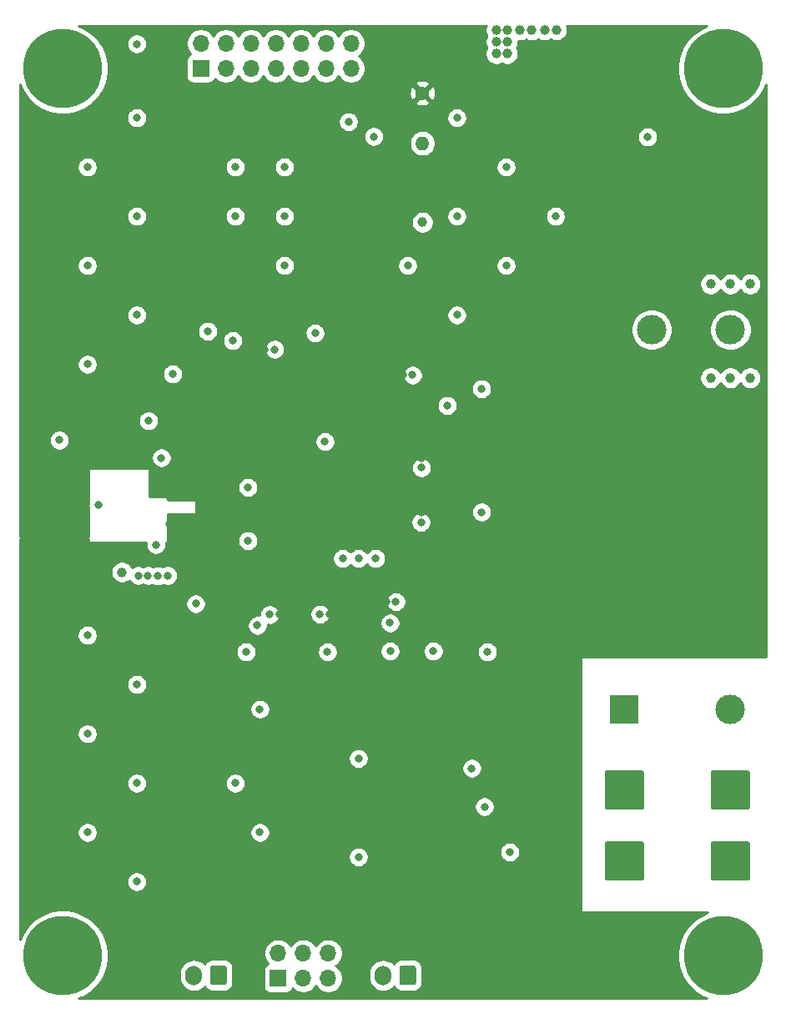
<source format=gbr>
G04 #@! TF.GenerationSoftware,KiCad,Pcbnew,(5.1.6)-1*
G04 #@! TF.CreationDate,2020-05-29T02:21:24-04:00*
G04 #@! TF.ProjectId,T-ShirtPress,542d5368-6972-4745-9072-6573732e6b69,rev?*
G04 #@! TF.SameCoordinates,Original*
G04 #@! TF.FileFunction,Copper,L3,Inr*
G04 #@! TF.FilePolarity,Positive*
%FSLAX46Y46*%
G04 Gerber Fmt 4.6, Leading zero omitted, Abs format (unit mm)*
G04 Created by KiCad (PCBNEW (5.1.6)-1) date 2020-05-29 02:21:24*
%MOMM*%
%LPD*%
G01*
G04 APERTURE LIST*
G04 #@! TA.AperFunction,ViaPad*
%ADD10C,0.900000*%
G04 #@! TD*
G04 #@! TA.AperFunction,ViaPad*
%ADD11C,8.000000*%
G04 #@! TD*
G04 #@! TA.AperFunction,ViaPad*
%ADD12O,1.700000X2.000000*%
G04 #@! TD*
G04 #@! TA.AperFunction,ViaPad*
%ADD13C,3.000000*%
G04 #@! TD*
G04 #@! TA.AperFunction,ViaPad*
%ADD14R,3.000000X3.000000*%
G04 #@! TD*
G04 #@! TA.AperFunction,ViaPad*
%ADD15C,1.400000*%
G04 #@! TD*
G04 #@! TA.AperFunction,ViaPad*
%ADD16O,1.400000X1.400000*%
G04 #@! TD*
G04 #@! TA.AperFunction,ViaPad*
%ADD17R,1.700000X1.700000*%
G04 #@! TD*
G04 #@! TA.AperFunction,ViaPad*
%ADD18O,1.700000X1.700000*%
G04 #@! TD*
G04 #@! TA.AperFunction,ViaPad*
%ADD19C,0.800000*%
G04 #@! TD*
G04 #@! TA.AperFunction,ViaPad*
%ADD20C,1.000000*%
G04 #@! TD*
G04 #@! TA.AperFunction,Conductor*
%ADD21C,0.254000*%
G04 #@! TD*
G04 APERTURE END LIST*
D10*
X104121320Y-122878680D03*
X102000000Y-122000000D03*
X99878680Y-122878680D03*
X99000000Y-125000000D03*
X99878680Y-127121320D03*
X102000000Y-128000000D03*
X104121320Y-127121320D03*
X105000000Y-125000000D03*
D11*
X102000000Y-125000000D03*
X102000000Y-35000000D03*
D10*
X105000000Y-35000000D03*
X104121320Y-37121320D03*
X102000000Y-38000000D03*
X99878680Y-37121320D03*
X99000000Y-35000000D03*
X99878680Y-32878680D03*
X102000000Y-32000000D03*
X104121320Y-32878680D03*
X37121320Y-32878680D03*
X35000000Y-32000000D03*
X32878680Y-32878680D03*
X32000000Y-35000000D03*
X32878680Y-37121320D03*
X35000000Y-38000000D03*
X37121320Y-37121320D03*
X38000000Y-35000000D03*
D11*
X35000000Y-35000000D03*
X35000000Y-125000000D03*
D10*
X38000000Y-125000000D03*
X37121320Y-127121320D03*
X35000000Y-128000000D03*
X32878680Y-127121320D03*
X32000000Y-125000000D03*
X32878680Y-122878680D03*
X35000000Y-122000000D03*
X37121320Y-122878680D03*
D12*
X48300000Y-127000000D03*
G04 #@! TA.AperFunction,ViaPad*
G36*
G01*
X51650000Y-126250000D02*
X51650000Y-127750000D01*
G75*
G02*
X51400000Y-128000000I-250000J0D01*
G01*
X50200000Y-128000000D01*
G75*
G02*
X49950000Y-127750000I0J250000D01*
G01*
X49950000Y-126250000D01*
G75*
G02*
X50200000Y-126000000I250000J0D01*
G01*
X51400000Y-126000000D01*
G75*
G02*
X51650000Y-126250000I0J-250000D01*
G01*
G37*
G04 #@! TD.AperFunction*
G04 #@! TA.AperFunction,ViaPad*
G36*
G01*
X70850000Y-126250000D02*
X70850000Y-127750000D01*
G75*
G02*
X70600000Y-128000000I-250000J0D01*
G01*
X69400000Y-128000000D01*
G75*
G02*
X69150000Y-127750000I0J250000D01*
G01*
X69150000Y-126250000D01*
G75*
G02*
X69400000Y-126000000I250000J0D01*
G01*
X70600000Y-126000000D01*
G75*
G02*
X70850000Y-126250000I0J-250000D01*
G01*
G37*
G04 #@! TD.AperFunction*
X67500000Y-127000000D03*
G04 #@! TA.AperFunction,ViaPad*
G36*
G01*
X100750000Y-109950000D02*
X100750000Y-106450000D01*
G75*
G02*
X101000000Y-106200000I250000J0D01*
G01*
X104500000Y-106200000D01*
G75*
G02*
X104750000Y-106450000I0J-250000D01*
G01*
X104750000Y-109950000D01*
G75*
G02*
X104500000Y-110200000I-250000J0D01*
G01*
X101000000Y-110200000D01*
G75*
G02*
X100750000Y-109950000I0J250000D01*
G01*
G37*
G04 #@! TD.AperFunction*
G04 #@! TA.AperFunction,ViaPad*
G36*
G01*
X90000000Y-109950000D02*
X90000000Y-106450000D01*
G75*
G02*
X90250000Y-106200000I250000J0D01*
G01*
X93750000Y-106200000D01*
G75*
G02*
X94000000Y-106450000I0J-250000D01*
G01*
X94000000Y-109950000D01*
G75*
G02*
X93750000Y-110200000I-250000J0D01*
G01*
X90250000Y-110200000D01*
G75*
G02*
X90000000Y-109950000I0J250000D01*
G01*
G37*
G04 #@! TD.AperFunction*
D13*
X102750000Y-61500000D03*
X102750000Y-100000000D03*
X94750000Y-61500000D03*
D14*
X92000000Y-100000000D03*
D15*
X71500000Y-37500000D03*
D16*
X71500000Y-42580000D03*
D17*
X49000000Y-35000000D03*
D18*
X49000000Y-32460000D03*
X51540000Y-35000000D03*
X51540000Y-32460000D03*
X54080000Y-35000000D03*
X54080000Y-32460000D03*
X56620000Y-35000000D03*
X56620000Y-32460000D03*
X59160000Y-35000000D03*
X59160000Y-32460000D03*
X61700000Y-35000000D03*
X61700000Y-32460000D03*
X64240000Y-35000000D03*
X64240000Y-32460000D03*
D17*
X56860000Y-127300000D03*
D18*
X56860000Y-124760000D03*
X59400000Y-127300000D03*
X59400000Y-124760000D03*
X61940000Y-127300000D03*
X61940000Y-124760000D03*
G04 #@! TA.AperFunction,ViaPad*
G36*
G01*
X100750000Y-117150000D02*
X100750000Y-113650000D01*
G75*
G02*
X101000000Y-113400000I250000J0D01*
G01*
X104500000Y-113400000D01*
G75*
G02*
X104750000Y-113650000I0J-250000D01*
G01*
X104750000Y-117150000D01*
G75*
G02*
X104500000Y-117400000I-250000J0D01*
G01*
X101000000Y-117400000D01*
G75*
G02*
X100750000Y-117150000I0J250000D01*
G01*
G37*
G04 #@! TD.AperFunction*
G04 #@! TA.AperFunction,ViaPad*
G36*
G01*
X90000000Y-117150000D02*
X90000000Y-113650000D01*
G75*
G02*
X90250000Y-113400000I250000J0D01*
G01*
X93750000Y-113400000D01*
G75*
G02*
X94000000Y-113650000I0J-250000D01*
G01*
X94000000Y-117150000D01*
G75*
G02*
X93750000Y-117400000I-250000J0D01*
G01*
X90250000Y-117400000D01*
G75*
G02*
X90000000Y-117150000I0J250000D01*
G01*
G37*
G04 #@! TD.AperFunction*
D19*
X38600000Y-79300000D03*
X60600000Y-61850000D03*
X61600000Y-72850000D03*
X53800000Y-77500000D03*
X53800000Y-82900000D03*
X68220000Y-94110000D03*
X72600000Y-94100000D03*
X78100000Y-94200000D03*
X53600000Y-94200000D03*
D20*
X85100000Y-31100000D03*
X83900000Y-31100000D03*
X82600000Y-31100000D03*
X81400000Y-31100000D03*
X80100000Y-31100000D03*
X80100000Y-32300000D03*
X80100000Y-33500000D03*
X79000000Y-33500000D03*
X79000000Y-32300000D03*
X79000000Y-31100000D03*
X71500000Y-50600000D03*
D19*
X70500000Y-66100000D03*
X56500000Y-63500000D03*
X52250000Y-62600000D03*
X49700000Y-61650000D03*
X46150000Y-66000000D03*
X43700000Y-70750000D03*
X45000000Y-74500000D03*
X44450000Y-83300000D03*
X42650000Y-86450000D03*
X43650000Y-86450000D03*
X44650000Y-86475000D03*
X45650000Y-86450000D03*
X48500000Y-89300000D03*
X54750000Y-91500000D03*
X56000000Y-90400000D03*
X61100000Y-90350000D03*
X68200000Y-91250000D03*
X68800000Y-89100000D03*
X71350000Y-81050000D03*
X71400000Y-75500000D03*
X74000000Y-69200000D03*
D20*
X100750000Y-56850000D03*
X102750000Y-56850000D03*
X104750000Y-56850000D03*
D19*
X94350000Y-41950000D03*
X34650000Y-72700000D03*
X61850000Y-94200000D03*
D20*
X102750000Y-66400000D03*
X100750000Y-66400000D03*
X104750000Y-66400000D03*
D19*
X52500000Y-45000000D03*
X52500000Y-50000000D03*
X57500000Y-50000000D03*
X57500000Y-45000000D03*
X57500000Y-55000000D03*
X42500000Y-32500000D03*
X42500000Y-40000000D03*
X42500000Y-50000000D03*
X42500000Y-60000000D03*
X37500000Y-55000000D03*
X37500000Y-45000000D03*
X37500000Y-65000000D03*
X75000000Y-40000000D03*
X80000000Y-45000000D03*
X75000000Y-50000000D03*
X70000000Y-55000000D03*
X75000000Y-60000000D03*
X80000000Y-55000000D03*
X85000000Y-50000000D03*
X55000000Y-100000000D03*
X52500000Y-107500000D03*
X55000000Y-112500000D03*
X65000000Y-105000000D03*
X65000000Y-115000000D03*
X37500000Y-92500000D03*
X42500000Y-97500000D03*
X37500000Y-102500000D03*
X42500000Y-107500000D03*
X37500000Y-112500000D03*
X42500000Y-117500000D03*
X77500000Y-80000000D03*
X77500000Y-67500000D03*
X69500000Y-66100000D03*
X50500000Y-90300000D03*
D20*
X37400000Y-84400000D03*
X87400000Y-36800000D03*
X89000000Y-36800000D03*
X89000000Y-33700000D03*
X87400000Y-33700000D03*
X91400000Y-32300000D03*
X91400000Y-38200000D03*
D19*
X75200000Y-124700000D03*
X59400000Y-62000000D03*
X55500000Y-63500000D03*
X48200000Y-64050000D03*
X48150000Y-65000000D03*
X45700000Y-69700000D03*
X45000000Y-77500000D03*
X45850000Y-81200000D03*
X57000000Y-90400000D03*
X62100000Y-90350000D03*
X67800000Y-89100000D03*
X71350000Y-80000000D03*
X71400000Y-74500000D03*
D20*
X41000000Y-86100000D03*
D19*
X66750000Y-84700000D03*
X76500000Y-106000000D03*
X65000000Y-84700000D03*
X77800000Y-109900000D03*
X63400000Y-84700000D03*
X80350000Y-114500000D03*
X64000000Y-40400000D03*
X66550000Y-41900000D03*
D21*
G36*
X77908617Y-30768933D02*
G01*
X77865000Y-30988212D01*
X77865000Y-31211788D01*
X77908617Y-31431067D01*
X77994176Y-31637624D01*
X78035854Y-31700000D01*
X77994176Y-31762376D01*
X77908617Y-31968933D01*
X77865000Y-32188212D01*
X77865000Y-32411788D01*
X77908617Y-32631067D01*
X77994176Y-32837624D01*
X78035854Y-32900000D01*
X77994176Y-32962376D01*
X77908617Y-33168933D01*
X77865000Y-33388212D01*
X77865000Y-33611788D01*
X77908617Y-33831067D01*
X77994176Y-34037624D01*
X78118388Y-34223520D01*
X78276480Y-34381612D01*
X78462376Y-34505824D01*
X78668933Y-34591383D01*
X78888212Y-34635000D01*
X79111788Y-34635000D01*
X79331067Y-34591383D01*
X79537624Y-34505824D01*
X79550000Y-34497555D01*
X79562376Y-34505824D01*
X79768933Y-34591383D01*
X79988212Y-34635000D01*
X80211788Y-34635000D01*
X80431067Y-34591383D01*
X80637624Y-34505824D01*
X80823520Y-34381612D01*
X80981612Y-34223520D01*
X81105824Y-34037624D01*
X81191383Y-33831067D01*
X81235000Y-33611788D01*
X81235000Y-33388212D01*
X81191383Y-33168933D01*
X81105824Y-32962376D01*
X81064146Y-32900000D01*
X81105824Y-32837624D01*
X81191383Y-32631067D01*
X81235000Y-32411788D01*
X81235000Y-32224416D01*
X81288212Y-32235000D01*
X81511788Y-32235000D01*
X81731067Y-32191383D01*
X81937624Y-32105824D01*
X82000000Y-32064146D01*
X82062376Y-32105824D01*
X82268933Y-32191383D01*
X82488212Y-32235000D01*
X82711788Y-32235000D01*
X82931067Y-32191383D01*
X83137624Y-32105824D01*
X83250000Y-32030737D01*
X83362376Y-32105824D01*
X83568933Y-32191383D01*
X83788212Y-32235000D01*
X84011788Y-32235000D01*
X84231067Y-32191383D01*
X84437624Y-32105824D01*
X84500000Y-32064146D01*
X84562376Y-32105824D01*
X84768933Y-32191383D01*
X84988212Y-32235000D01*
X85211788Y-32235000D01*
X85431067Y-32191383D01*
X85637624Y-32105824D01*
X85823520Y-31981612D01*
X85981612Y-31823520D01*
X86105824Y-31637624D01*
X86191383Y-31431067D01*
X86235000Y-31211788D01*
X86235000Y-30988212D01*
X86191383Y-30768933D01*
X86146261Y-30660000D01*
X100365847Y-30660000D01*
X99804504Y-30892516D01*
X99045360Y-31399760D01*
X98399760Y-32045360D01*
X97892516Y-32804504D01*
X97543120Y-33648020D01*
X97365000Y-34543492D01*
X97365000Y-35456508D01*
X97543120Y-36351980D01*
X97892516Y-37195496D01*
X98399760Y-37954640D01*
X99045360Y-38600240D01*
X99804504Y-39107484D01*
X100648020Y-39456880D01*
X101543492Y-39635000D01*
X102456508Y-39635000D01*
X103351980Y-39456880D01*
X104195496Y-39107484D01*
X104954640Y-38600240D01*
X105600240Y-37954640D01*
X106107484Y-37195496D01*
X106340000Y-36634153D01*
X106340001Y-94673000D01*
X87650000Y-94673000D01*
X87625224Y-94675440D01*
X87601399Y-94682667D01*
X87579443Y-94694403D01*
X87560197Y-94710197D01*
X87544403Y-94729443D01*
X87532667Y-94751399D01*
X87525440Y-94775224D01*
X87523000Y-94800000D01*
X87523000Y-120500000D01*
X87525440Y-120524776D01*
X87532667Y-120548601D01*
X87544403Y-120570557D01*
X87560197Y-120589803D01*
X87579443Y-120605597D01*
X87601399Y-120617333D01*
X87625224Y-120624560D01*
X87650000Y-120627000D01*
X100445516Y-120627000D01*
X99804504Y-120892516D01*
X99045360Y-121399760D01*
X98399760Y-122045360D01*
X97892516Y-122804504D01*
X97543120Y-123648020D01*
X97365000Y-124543492D01*
X97365000Y-125456508D01*
X97543120Y-126351980D01*
X97892516Y-127195496D01*
X98399760Y-127954640D01*
X99045360Y-128600240D01*
X99804504Y-129107484D01*
X100365847Y-129340000D01*
X36634153Y-129340000D01*
X37195496Y-129107484D01*
X37954640Y-128600240D01*
X38600240Y-127954640D01*
X39107484Y-127195496D01*
X39280810Y-126777050D01*
X46815000Y-126777050D01*
X46815000Y-127222949D01*
X46836487Y-127441110D01*
X46921401Y-127721033D01*
X47059294Y-127979013D01*
X47244866Y-128205134D01*
X47470986Y-128390706D01*
X47728966Y-128528599D01*
X48008889Y-128613513D01*
X48300000Y-128642185D01*
X48591110Y-128613513D01*
X48871033Y-128528599D01*
X49129013Y-128390706D01*
X49355134Y-128205134D01*
X49407223Y-128141663D01*
X49461595Y-128243386D01*
X49572038Y-128377962D01*
X49706614Y-128488405D01*
X49860150Y-128570472D01*
X50026746Y-128621008D01*
X50200000Y-128638072D01*
X51400000Y-128638072D01*
X51573254Y-128621008D01*
X51739850Y-128570472D01*
X51893386Y-128488405D01*
X52027962Y-128377962D01*
X52138405Y-128243386D01*
X52220472Y-128089850D01*
X52271008Y-127923254D01*
X52288072Y-127750000D01*
X52288072Y-126450000D01*
X55371928Y-126450000D01*
X55371928Y-128150000D01*
X55384188Y-128274482D01*
X55420498Y-128394180D01*
X55479463Y-128504494D01*
X55558815Y-128601185D01*
X55655506Y-128680537D01*
X55765820Y-128739502D01*
X55885518Y-128775812D01*
X56010000Y-128788072D01*
X57710000Y-128788072D01*
X57834482Y-128775812D01*
X57954180Y-128739502D01*
X58064494Y-128680537D01*
X58161185Y-128601185D01*
X58240537Y-128504494D01*
X58299502Y-128394180D01*
X58321513Y-128321620D01*
X58453368Y-128453475D01*
X58696589Y-128615990D01*
X58966842Y-128727932D01*
X59253740Y-128785000D01*
X59546260Y-128785000D01*
X59833158Y-128727932D01*
X60103411Y-128615990D01*
X60346632Y-128453475D01*
X60553475Y-128246632D01*
X60670000Y-128072240D01*
X60786525Y-128246632D01*
X60993368Y-128453475D01*
X61236589Y-128615990D01*
X61506842Y-128727932D01*
X61793740Y-128785000D01*
X62086260Y-128785000D01*
X62373158Y-128727932D01*
X62643411Y-128615990D01*
X62886632Y-128453475D01*
X63093475Y-128246632D01*
X63255990Y-128003411D01*
X63367932Y-127733158D01*
X63425000Y-127446260D01*
X63425000Y-127153740D01*
X63367932Y-126866842D01*
X63330740Y-126777050D01*
X66015000Y-126777050D01*
X66015000Y-127222949D01*
X66036487Y-127441110D01*
X66121401Y-127721033D01*
X66259294Y-127979013D01*
X66444866Y-128205134D01*
X66670986Y-128390706D01*
X66928966Y-128528599D01*
X67208889Y-128613513D01*
X67500000Y-128642185D01*
X67791110Y-128613513D01*
X68071033Y-128528599D01*
X68329013Y-128390706D01*
X68555134Y-128205134D01*
X68607223Y-128141663D01*
X68661595Y-128243386D01*
X68772038Y-128377962D01*
X68906614Y-128488405D01*
X69060150Y-128570472D01*
X69226746Y-128621008D01*
X69400000Y-128638072D01*
X70600000Y-128638072D01*
X70773254Y-128621008D01*
X70939850Y-128570472D01*
X71093386Y-128488405D01*
X71227962Y-128377962D01*
X71338405Y-128243386D01*
X71420472Y-128089850D01*
X71471008Y-127923254D01*
X71488072Y-127750000D01*
X71488072Y-126250000D01*
X71471008Y-126076746D01*
X71420472Y-125910150D01*
X71338405Y-125756614D01*
X71227962Y-125622038D01*
X71093386Y-125511595D01*
X70939850Y-125429528D01*
X70773254Y-125378992D01*
X70600000Y-125361928D01*
X69400000Y-125361928D01*
X69226746Y-125378992D01*
X69060150Y-125429528D01*
X68906614Y-125511595D01*
X68772038Y-125622038D01*
X68661595Y-125756614D01*
X68607223Y-125858337D01*
X68555134Y-125794866D01*
X68329014Y-125609294D01*
X68071034Y-125471401D01*
X67791111Y-125386487D01*
X67500000Y-125357815D01*
X67208890Y-125386487D01*
X66928967Y-125471401D01*
X66670987Y-125609294D01*
X66444866Y-125794866D01*
X66259294Y-126020986D01*
X66121401Y-126278966D01*
X66036487Y-126558889D01*
X66015000Y-126777050D01*
X63330740Y-126777050D01*
X63255990Y-126596589D01*
X63093475Y-126353368D01*
X62886632Y-126146525D01*
X62712240Y-126030000D01*
X62886632Y-125913475D01*
X63093475Y-125706632D01*
X63255990Y-125463411D01*
X63367932Y-125193158D01*
X63425000Y-124906260D01*
X63425000Y-124613740D01*
X63367932Y-124326842D01*
X63255990Y-124056589D01*
X63093475Y-123813368D01*
X62886632Y-123606525D01*
X62643411Y-123444010D01*
X62373158Y-123332068D01*
X62086260Y-123275000D01*
X61793740Y-123275000D01*
X61506842Y-123332068D01*
X61236589Y-123444010D01*
X60993368Y-123606525D01*
X60786525Y-123813368D01*
X60670000Y-123987760D01*
X60553475Y-123813368D01*
X60346632Y-123606525D01*
X60103411Y-123444010D01*
X59833158Y-123332068D01*
X59546260Y-123275000D01*
X59253740Y-123275000D01*
X58966842Y-123332068D01*
X58696589Y-123444010D01*
X58453368Y-123606525D01*
X58246525Y-123813368D01*
X58130000Y-123987760D01*
X58013475Y-123813368D01*
X57806632Y-123606525D01*
X57563411Y-123444010D01*
X57293158Y-123332068D01*
X57006260Y-123275000D01*
X56713740Y-123275000D01*
X56426842Y-123332068D01*
X56156589Y-123444010D01*
X55913368Y-123606525D01*
X55706525Y-123813368D01*
X55544010Y-124056589D01*
X55432068Y-124326842D01*
X55375000Y-124613740D01*
X55375000Y-124906260D01*
X55432068Y-125193158D01*
X55544010Y-125463411D01*
X55706525Y-125706632D01*
X55838380Y-125838487D01*
X55765820Y-125860498D01*
X55655506Y-125919463D01*
X55558815Y-125998815D01*
X55479463Y-126095506D01*
X55420498Y-126205820D01*
X55384188Y-126325518D01*
X55371928Y-126450000D01*
X52288072Y-126450000D01*
X52288072Y-126250000D01*
X52271008Y-126076746D01*
X52220472Y-125910150D01*
X52138405Y-125756614D01*
X52027962Y-125622038D01*
X51893386Y-125511595D01*
X51739850Y-125429528D01*
X51573254Y-125378992D01*
X51400000Y-125361928D01*
X50200000Y-125361928D01*
X50026746Y-125378992D01*
X49860150Y-125429528D01*
X49706614Y-125511595D01*
X49572038Y-125622038D01*
X49461595Y-125756614D01*
X49407223Y-125858337D01*
X49355134Y-125794866D01*
X49129014Y-125609294D01*
X48871034Y-125471401D01*
X48591111Y-125386487D01*
X48300000Y-125357815D01*
X48008890Y-125386487D01*
X47728967Y-125471401D01*
X47470987Y-125609294D01*
X47244866Y-125794866D01*
X47059294Y-126020986D01*
X46921401Y-126278966D01*
X46836487Y-126558889D01*
X46815000Y-126777050D01*
X39280810Y-126777050D01*
X39456880Y-126351980D01*
X39635000Y-125456508D01*
X39635000Y-124543492D01*
X39456880Y-123648020D01*
X39107484Y-122804504D01*
X38600240Y-122045360D01*
X37954640Y-121399760D01*
X37195496Y-120892516D01*
X36351980Y-120543120D01*
X35456508Y-120365000D01*
X34543492Y-120365000D01*
X33648020Y-120543120D01*
X32804504Y-120892516D01*
X32045360Y-121399760D01*
X31399760Y-122045360D01*
X30892516Y-122804504D01*
X30660000Y-123365847D01*
X30660000Y-117398061D01*
X41465000Y-117398061D01*
X41465000Y-117601939D01*
X41504774Y-117801898D01*
X41582795Y-117990256D01*
X41696063Y-118159774D01*
X41840226Y-118303937D01*
X42009744Y-118417205D01*
X42198102Y-118495226D01*
X42398061Y-118535000D01*
X42601939Y-118535000D01*
X42801898Y-118495226D01*
X42990256Y-118417205D01*
X43159774Y-118303937D01*
X43303937Y-118159774D01*
X43417205Y-117990256D01*
X43495226Y-117801898D01*
X43535000Y-117601939D01*
X43535000Y-117398061D01*
X43495226Y-117198102D01*
X43417205Y-117009744D01*
X43303937Y-116840226D01*
X43159774Y-116696063D01*
X42990256Y-116582795D01*
X42801898Y-116504774D01*
X42601939Y-116465000D01*
X42398061Y-116465000D01*
X42198102Y-116504774D01*
X42009744Y-116582795D01*
X41840226Y-116696063D01*
X41696063Y-116840226D01*
X41582795Y-117009744D01*
X41504774Y-117198102D01*
X41465000Y-117398061D01*
X30660000Y-117398061D01*
X30660000Y-114898061D01*
X63965000Y-114898061D01*
X63965000Y-115101939D01*
X64004774Y-115301898D01*
X64082795Y-115490256D01*
X64196063Y-115659774D01*
X64340226Y-115803937D01*
X64509744Y-115917205D01*
X64698102Y-115995226D01*
X64898061Y-116035000D01*
X65101939Y-116035000D01*
X65301898Y-115995226D01*
X65490256Y-115917205D01*
X65659774Y-115803937D01*
X65803937Y-115659774D01*
X65917205Y-115490256D01*
X65995226Y-115301898D01*
X66035000Y-115101939D01*
X66035000Y-114898061D01*
X65995226Y-114698102D01*
X65917205Y-114509744D01*
X65842582Y-114398061D01*
X79315000Y-114398061D01*
X79315000Y-114601939D01*
X79354774Y-114801898D01*
X79432795Y-114990256D01*
X79546063Y-115159774D01*
X79690226Y-115303937D01*
X79859744Y-115417205D01*
X80048102Y-115495226D01*
X80248061Y-115535000D01*
X80451939Y-115535000D01*
X80651898Y-115495226D01*
X80840256Y-115417205D01*
X81009774Y-115303937D01*
X81153937Y-115159774D01*
X81267205Y-114990256D01*
X81345226Y-114801898D01*
X81385000Y-114601939D01*
X81385000Y-114398061D01*
X81345226Y-114198102D01*
X81267205Y-114009744D01*
X81153937Y-113840226D01*
X81009774Y-113696063D01*
X80840256Y-113582795D01*
X80651898Y-113504774D01*
X80451939Y-113465000D01*
X80248061Y-113465000D01*
X80048102Y-113504774D01*
X79859744Y-113582795D01*
X79690226Y-113696063D01*
X79546063Y-113840226D01*
X79432795Y-114009744D01*
X79354774Y-114198102D01*
X79315000Y-114398061D01*
X65842582Y-114398061D01*
X65803937Y-114340226D01*
X65659774Y-114196063D01*
X65490256Y-114082795D01*
X65301898Y-114004774D01*
X65101939Y-113965000D01*
X64898061Y-113965000D01*
X64698102Y-114004774D01*
X64509744Y-114082795D01*
X64340226Y-114196063D01*
X64196063Y-114340226D01*
X64082795Y-114509744D01*
X64004774Y-114698102D01*
X63965000Y-114898061D01*
X30660000Y-114898061D01*
X30660000Y-112398061D01*
X36465000Y-112398061D01*
X36465000Y-112601939D01*
X36504774Y-112801898D01*
X36582795Y-112990256D01*
X36696063Y-113159774D01*
X36840226Y-113303937D01*
X37009744Y-113417205D01*
X37198102Y-113495226D01*
X37398061Y-113535000D01*
X37601939Y-113535000D01*
X37801898Y-113495226D01*
X37990256Y-113417205D01*
X38159774Y-113303937D01*
X38303937Y-113159774D01*
X38417205Y-112990256D01*
X38495226Y-112801898D01*
X38535000Y-112601939D01*
X38535000Y-112398061D01*
X53965000Y-112398061D01*
X53965000Y-112601939D01*
X54004774Y-112801898D01*
X54082795Y-112990256D01*
X54196063Y-113159774D01*
X54340226Y-113303937D01*
X54509744Y-113417205D01*
X54698102Y-113495226D01*
X54898061Y-113535000D01*
X55101939Y-113535000D01*
X55301898Y-113495226D01*
X55490256Y-113417205D01*
X55659774Y-113303937D01*
X55803937Y-113159774D01*
X55917205Y-112990256D01*
X55995226Y-112801898D01*
X56035000Y-112601939D01*
X56035000Y-112398061D01*
X55995226Y-112198102D01*
X55917205Y-112009744D01*
X55803937Y-111840226D01*
X55659774Y-111696063D01*
X55490256Y-111582795D01*
X55301898Y-111504774D01*
X55101939Y-111465000D01*
X54898061Y-111465000D01*
X54698102Y-111504774D01*
X54509744Y-111582795D01*
X54340226Y-111696063D01*
X54196063Y-111840226D01*
X54082795Y-112009744D01*
X54004774Y-112198102D01*
X53965000Y-112398061D01*
X38535000Y-112398061D01*
X38495226Y-112198102D01*
X38417205Y-112009744D01*
X38303937Y-111840226D01*
X38159774Y-111696063D01*
X37990256Y-111582795D01*
X37801898Y-111504774D01*
X37601939Y-111465000D01*
X37398061Y-111465000D01*
X37198102Y-111504774D01*
X37009744Y-111582795D01*
X36840226Y-111696063D01*
X36696063Y-111840226D01*
X36582795Y-112009744D01*
X36504774Y-112198102D01*
X36465000Y-112398061D01*
X30660000Y-112398061D01*
X30660000Y-109798061D01*
X76765000Y-109798061D01*
X76765000Y-110001939D01*
X76804774Y-110201898D01*
X76882795Y-110390256D01*
X76996063Y-110559774D01*
X77140226Y-110703937D01*
X77309744Y-110817205D01*
X77498102Y-110895226D01*
X77698061Y-110935000D01*
X77901939Y-110935000D01*
X78101898Y-110895226D01*
X78290256Y-110817205D01*
X78459774Y-110703937D01*
X78603937Y-110559774D01*
X78717205Y-110390256D01*
X78795226Y-110201898D01*
X78835000Y-110001939D01*
X78835000Y-109798061D01*
X78795226Y-109598102D01*
X78717205Y-109409744D01*
X78603937Y-109240226D01*
X78459774Y-109096063D01*
X78290256Y-108982795D01*
X78101898Y-108904774D01*
X77901939Y-108865000D01*
X77698061Y-108865000D01*
X77498102Y-108904774D01*
X77309744Y-108982795D01*
X77140226Y-109096063D01*
X76996063Y-109240226D01*
X76882795Y-109409744D01*
X76804774Y-109598102D01*
X76765000Y-109798061D01*
X30660000Y-109798061D01*
X30660000Y-107398061D01*
X41465000Y-107398061D01*
X41465000Y-107601939D01*
X41504774Y-107801898D01*
X41582795Y-107990256D01*
X41696063Y-108159774D01*
X41840226Y-108303937D01*
X42009744Y-108417205D01*
X42198102Y-108495226D01*
X42398061Y-108535000D01*
X42601939Y-108535000D01*
X42801898Y-108495226D01*
X42990256Y-108417205D01*
X43159774Y-108303937D01*
X43303937Y-108159774D01*
X43417205Y-107990256D01*
X43495226Y-107801898D01*
X43535000Y-107601939D01*
X43535000Y-107398061D01*
X51465000Y-107398061D01*
X51465000Y-107601939D01*
X51504774Y-107801898D01*
X51582795Y-107990256D01*
X51696063Y-108159774D01*
X51840226Y-108303937D01*
X52009744Y-108417205D01*
X52198102Y-108495226D01*
X52398061Y-108535000D01*
X52601939Y-108535000D01*
X52801898Y-108495226D01*
X52990256Y-108417205D01*
X53159774Y-108303937D01*
X53303937Y-108159774D01*
X53417205Y-107990256D01*
X53495226Y-107801898D01*
X53535000Y-107601939D01*
X53535000Y-107398061D01*
X53495226Y-107198102D01*
X53417205Y-107009744D01*
X53303937Y-106840226D01*
X53159774Y-106696063D01*
X52990256Y-106582795D01*
X52801898Y-106504774D01*
X52601939Y-106465000D01*
X52398061Y-106465000D01*
X52198102Y-106504774D01*
X52009744Y-106582795D01*
X51840226Y-106696063D01*
X51696063Y-106840226D01*
X51582795Y-107009744D01*
X51504774Y-107198102D01*
X51465000Y-107398061D01*
X43535000Y-107398061D01*
X43495226Y-107198102D01*
X43417205Y-107009744D01*
X43303937Y-106840226D01*
X43159774Y-106696063D01*
X42990256Y-106582795D01*
X42801898Y-106504774D01*
X42601939Y-106465000D01*
X42398061Y-106465000D01*
X42198102Y-106504774D01*
X42009744Y-106582795D01*
X41840226Y-106696063D01*
X41696063Y-106840226D01*
X41582795Y-107009744D01*
X41504774Y-107198102D01*
X41465000Y-107398061D01*
X30660000Y-107398061D01*
X30660000Y-104898061D01*
X63965000Y-104898061D01*
X63965000Y-105101939D01*
X64004774Y-105301898D01*
X64082795Y-105490256D01*
X64196063Y-105659774D01*
X64340226Y-105803937D01*
X64509744Y-105917205D01*
X64698102Y-105995226D01*
X64898061Y-106035000D01*
X65101939Y-106035000D01*
X65301898Y-105995226D01*
X65490256Y-105917205D01*
X65518907Y-105898061D01*
X75465000Y-105898061D01*
X75465000Y-106101939D01*
X75504774Y-106301898D01*
X75582795Y-106490256D01*
X75696063Y-106659774D01*
X75840226Y-106803937D01*
X76009744Y-106917205D01*
X76198102Y-106995226D01*
X76398061Y-107035000D01*
X76601939Y-107035000D01*
X76801898Y-106995226D01*
X76990256Y-106917205D01*
X77159774Y-106803937D01*
X77303937Y-106659774D01*
X77417205Y-106490256D01*
X77495226Y-106301898D01*
X77535000Y-106101939D01*
X77535000Y-105898061D01*
X77495226Y-105698102D01*
X77417205Y-105509744D01*
X77303937Y-105340226D01*
X77159774Y-105196063D01*
X76990256Y-105082795D01*
X76801898Y-105004774D01*
X76601939Y-104965000D01*
X76398061Y-104965000D01*
X76198102Y-105004774D01*
X76009744Y-105082795D01*
X75840226Y-105196063D01*
X75696063Y-105340226D01*
X75582795Y-105509744D01*
X75504774Y-105698102D01*
X75465000Y-105898061D01*
X65518907Y-105898061D01*
X65659774Y-105803937D01*
X65803937Y-105659774D01*
X65917205Y-105490256D01*
X65995226Y-105301898D01*
X66035000Y-105101939D01*
X66035000Y-104898061D01*
X65995226Y-104698102D01*
X65917205Y-104509744D01*
X65803937Y-104340226D01*
X65659774Y-104196063D01*
X65490256Y-104082795D01*
X65301898Y-104004774D01*
X65101939Y-103965000D01*
X64898061Y-103965000D01*
X64698102Y-104004774D01*
X64509744Y-104082795D01*
X64340226Y-104196063D01*
X64196063Y-104340226D01*
X64082795Y-104509744D01*
X64004774Y-104698102D01*
X63965000Y-104898061D01*
X30660000Y-104898061D01*
X30660000Y-102398061D01*
X36465000Y-102398061D01*
X36465000Y-102601939D01*
X36504774Y-102801898D01*
X36582795Y-102990256D01*
X36696063Y-103159774D01*
X36840226Y-103303937D01*
X37009744Y-103417205D01*
X37198102Y-103495226D01*
X37398061Y-103535000D01*
X37601939Y-103535000D01*
X37801898Y-103495226D01*
X37990256Y-103417205D01*
X38159774Y-103303937D01*
X38303937Y-103159774D01*
X38417205Y-102990256D01*
X38495226Y-102801898D01*
X38535000Y-102601939D01*
X38535000Y-102398061D01*
X38495226Y-102198102D01*
X38417205Y-102009744D01*
X38303937Y-101840226D01*
X38159774Y-101696063D01*
X37990256Y-101582795D01*
X37801898Y-101504774D01*
X37601939Y-101465000D01*
X37398061Y-101465000D01*
X37198102Y-101504774D01*
X37009744Y-101582795D01*
X36840226Y-101696063D01*
X36696063Y-101840226D01*
X36582795Y-102009744D01*
X36504774Y-102198102D01*
X36465000Y-102398061D01*
X30660000Y-102398061D01*
X30660000Y-99898061D01*
X53965000Y-99898061D01*
X53965000Y-100101939D01*
X54004774Y-100301898D01*
X54082795Y-100490256D01*
X54196063Y-100659774D01*
X54340226Y-100803937D01*
X54509744Y-100917205D01*
X54698102Y-100995226D01*
X54898061Y-101035000D01*
X55101939Y-101035000D01*
X55301898Y-100995226D01*
X55490256Y-100917205D01*
X55659774Y-100803937D01*
X55803937Y-100659774D01*
X55917205Y-100490256D01*
X55995226Y-100301898D01*
X56035000Y-100101939D01*
X56035000Y-99898061D01*
X55995226Y-99698102D01*
X55917205Y-99509744D01*
X55803937Y-99340226D01*
X55659774Y-99196063D01*
X55490256Y-99082795D01*
X55301898Y-99004774D01*
X55101939Y-98965000D01*
X54898061Y-98965000D01*
X54698102Y-99004774D01*
X54509744Y-99082795D01*
X54340226Y-99196063D01*
X54196063Y-99340226D01*
X54082795Y-99509744D01*
X54004774Y-99698102D01*
X53965000Y-99898061D01*
X30660000Y-99898061D01*
X30660000Y-97398061D01*
X41465000Y-97398061D01*
X41465000Y-97601939D01*
X41504774Y-97801898D01*
X41582795Y-97990256D01*
X41696063Y-98159774D01*
X41840226Y-98303937D01*
X42009744Y-98417205D01*
X42198102Y-98495226D01*
X42398061Y-98535000D01*
X42601939Y-98535000D01*
X42801898Y-98495226D01*
X42990256Y-98417205D01*
X43159774Y-98303937D01*
X43303937Y-98159774D01*
X43417205Y-97990256D01*
X43495226Y-97801898D01*
X43535000Y-97601939D01*
X43535000Y-97398061D01*
X43495226Y-97198102D01*
X43417205Y-97009744D01*
X43303937Y-96840226D01*
X43159774Y-96696063D01*
X42990256Y-96582795D01*
X42801898Y-96504774D01*
X42601939Y-96465000D01*
X42398061Y-96465000D01*
X42198102Y-96504774D01*
X42009744Y-96582795D01*
X41840226Y-96696063D01*
X41696063Y-96840226D01*
X41582795Y-97009744D01*
X41504774Y-97198102D01*
X41465000Y-97398061D01*
X30660000Y-97398061D01*
X30660000Y-94098061D01*
X52565000Y-94098061D01*
X52565000Y-94301939D01*
X52604774Y-94501898D01*
X52682795Y-94690256D01*
X52796063Y-94859774D01*
X52940226Y-95003937D01*
X53109744Y-95117205D01*
X53298102Y-95195226D01*
X53498061Y-95235000D01*
X53701939Y-95235000D01*
X53901898Y-95195226D01*
X54090256Y-95117205D01*
X54259774Y-95003937D01*
X54403937Y-94859774D01*
X54517205Y-94690256D01*
X54595226Y-94501898D01*
X54635000Y-94301939D01*
X54635000Y-94098061D01*
X60815000Y-94098061D01*
X60815000Y-94301939D01*
X60854774Y-94501898D01*
X60932795Y-94690256D01*
X61046063Y-94859774D01*
X61190226Y-95003937D01*
X61359744Y-95117205D01*
X61548102Y-95195226D01*
X61748061Y-95235000D01*
X61951939Y-95235000D01*
X62151898Y-95195226D01*
X62340256Y-95117205D01*
X62509774Y-95003937D01*
X62653937Y-94859774D01*
X62767205Y-94690256D01*
X62845226Y-94501898D01*
X62885000Y-94301939D01*
X62885000Y-94098061D01*
X62867099Y-94008061D01*
X67185000Y-94008061D01*
X67185000Y-94211939D01*
X67224774Y-94411898D01*
X67302795Y-94600256D01*
X67416063Y-94769774D01*
X67560226Y-94913937D01*
X67729744Y-95027205D01*
X67918102Y-95105226D01*
X68118061Y-95145000D01*
X68321939Y-95145000D01*
X68521898Y-95105226D01*
X68710256Y-95027205D01*
X68879774Y-94913937D01*
X69023937Y-94769774D01*
X69137205Y-94600256D01*
X69215226Y-94411898D01*
X69255000Y-94211939D01*
X69255000Y-94008061D01*
X69253011Y-93998061D01*
X71565000Y-93998061D01*
X71565000Y-94201939D01*
X71604774Y-94401898D01*
X71682795Y-94590256D01*
X71796063Y-94759774D01*
X71940226Y-94903937D01*
X72109744Y-95017205D01*
X72298102Y-95095226D01*
X72498061Y-95135000D01*
X72701939Y-95135000D01*
X72901898Y-95095226D01*
X73090256Y-95017205D01*
X73259774Y-94903937D01*
X73403937Y-94759774D01*
X73517205Y-94590256D01*
X73595226Y-94401898D01*
X73635000Y-94201939D01*
X73635000Y-94098061D01*
X77065000Y-94098061D01*
X77065000Y-94301939D01*
X77104774Y-94501898D01*
X77182795Y-94690256D01*
X77296063Y-94859774D01*
X77440226Y-95003937D01*
X77609744Y-95117205D01*
X77798102Y-95195226D01*
X77998061Y-95235000D01*
X78201939Y-95235000D01*
X78401898Y-95195226D01*
X78590256Y-95117205D01*
X78759774Y-95003937D01*
X78903937Y-94859774D01*
X79017205Y-94690256D01*
X79095226Y-94501898D01*
X79135000Y-94301939D01*
X79135000Y-94098061D01*
X79095226Y-93898102D01*
X79017205Y-93709744D01*
X78903937Y-93540226D01*
X78759774Y-93396063D01*
X78590256Y-93282795D01*
X78401898Y-93204774D01*
X78201939Y-93165000D01*
X77998061Y-93165000D01*
X77798102Y-93204774D01*
X77609744Y-93282795D01*
X77440226Y-93396063D01*
X77296063Y-93540226D01*
X77182795Y-93709744D01*
X77104774Y-93898102D01*
X77065000Y-94098061D01*
X73635000Y-94098061D01*
X73635000Y-93998061D01*
X73595226Y-93798102D01*
X73517205Y-93609744D01*
X73403937Y-93440226D01*
X73259774Y-93296063D01*
X73090256Y-93182795D01*
X72901898Y-93104774D01*
X72701939Y-93065000D01*
X72498061Y-93065000D01*
X72298102Y-93104774D01*
X72109744Y-93182795D01*
X71940226Y-93296063D01*
X71796063Y-93440226D01*
X71682795Y-93609744D01*
X71604774Y-93798102D01*
X71565000Y-93998061D01*
X69253011Y-93998061D01*
X69215226Y-93808102D01*
X69137205Y-93619744D01*
X69023937Y-93450226D01*
X68879774Y-93306063D01*
X68710256Y-93192795D01*
X68521898Y-93114774D01*
X68321939Y-93075000D01*
X68118061Y-93075000D01*
X67918102Y-93114774D01*
X67729744Y-93192795D01*
X67560226Y-93306063D01*
X67416063Y-93450226D01*
X67302795Y-93619744D01*
X67224774Y-93808102D01*
X67185000Y-94008061D01*
X62867099Y-94008061D01*
X62845226Y-93898102D01*
X62767205Y-93709744D01*
X62653937Y-93540226D01*
X62509774Y-93396063D01*
X62340256Y-93282795D01*
X62151898Y-93204774D01*
X61951939Y-93165000D01*
X61748061Y-93165000D01*
X61548102Y-93204774D01*
X61359744Y-93282795D01*
X61190226Y-93396063D01*
X61046063Y-93540226D01*
X60932795Y-93709744D01*
X60854774Y-93898102D01*
X60815000Y-94098061D01*
X54635000Y-94098061D01*
X54595226Y-93898102D01*
X54517205Y-93709744D01*
X54403937Y-93540226D01*
X54259774Y-93396063D01*
X54090256Y-93282795D01*
X53901898Y-93204774D01*
X53701939Y-93165000D01*
X53498061Y-93165000D01*
X53298102Y-93204774D01*
X53109744Y-93282795D01*
X52940226Y-93396063D01*
X52796063Y-93540226D01*
X52682795Y-93709744D01*
X52604774Y-93898102D01*
X52565000Y-94098061D01*
X30660000Y-94098061D01*
X30660000Y-92398061D01*
X36465000Y-92398061D01*
X36465000Y-92601939D01*
X36504774Y-92801898D01*
X36582795Y-92990256D01*
X36696063Y-93159774D01*
X36840226Y-93303937D01*
X37009744Y-93417205D01*
X37198102Y-93495226D01*
X37398061Y-93535000D01*
X37601939Y-93535000D01*
X37801898Y-93495226D01*
X37990256Y-93417205D01*
X38159774Y-93303937D01*
X38303937Y-93159774D01*
X38417205Y-92990256D01*
X38495226Y-92801898D01*
X38535000Y-92601939D01*
X38535000Y-92398061D01*
X38495226Y-92198102D01*
X38417205Y-92009744D01*
X38303937Y-91840226D01*
X38159774Y-91696063D01*
X37990256Y-91582795D01*
X37801898Y-91504774D01*
X37601939Y-91465000D01*
X37398061Y-91465000D01*
X37198102Y-91504774D01*
X37009744Y-91582795D01*
X36840226Y-91696063D01*
X36696063Y-91840226D01*
X36582795Y-92009744D01*
X36504774Y-92198102D01*
X36465000Y-92398061D01*
X30660000Y-92398061D01*
X30660000Y-91398061D01*
X53715000Y-91398061D01*
X53715000Y-91601939D01*
X53754774Y-91801898D01*
X53832795Y-91990256D01*
X53946063Y-92159774D01*
X54090226Y-92303937D01*
X54259744Y-92417205D01*
X54448102Y-92495226D01*
X54648061Y-92535000D01*
X54851939Y-92535000D01*
X55051898Y-92495226D01*
X55240256Y-92417205D01*
X55409774Y-92303937D01*
X55553937Y-92159774D01*
X55667205Y-91990256D01*
X55745226Y-91801898D01*
X55785000Y-91601939D01*
X55785000Y-91412511D01*
X55898061Y-91435000D01*
X56101939Y-91435000D01*
X56301898Y-91395226D01*
X56490256Y-91317205D01*
X56659774Y-91203937D01*
X56803937Y-91059774D01*
X56917205Y-90890256D01*
X56995226Y-90701898D01*
X57035000Y-90501939D01*
X57035000Y-90298061D01*
X57025055Y-90248061D01*
X60065000Y-90248061D01*
X60065000Y-90451939D01*
X60104774Y-90651898D01*
X60182795Y-90840256D01*
X60296063Y-91009774D01*
X60440226Y-91153937D01*
X60609744Y-91267205D01*
X60798102Y-91345226D01*
X60998061Y-91385000D01*
X61201939Y-91385000D01*
X61401898Y-91345226D01*
X61590256Y-91267205D01*
X61759774Y-91153937D01*
X61765650Y-91148061D01*
X67165000Y-91148061D01*
X67165000Y-91351939D01*
X67204774Y-91551898D01*
X67282795Y-91740256D01*
X67396063Y-91909774D01*
X67540226Y-92053937D01*
X67709744Y-92167205D01*
X67898102Y-92245226D01*
X68098061Y-92285000D01*
X68301939Y-92285000D01*
X68501898Y-92245226D01*
X68690256Y-92167205D01*
X68859774Y-92053937D01*
X69003937Y-91909774D01*
X69117205Y-91740256D01*
X69195226Y-91551898D01*
X69235000Y-91351939D01*
X69235000Y-91148061D01*
X69195226Y-90948102D01*
X69117205Y-90759744D01*
X69003937Y-90590226D01*
X68859774Y-90446063D01*
X68690256Y-90332795D01*
X68501898Y-90254774D01*
X68301939Y-90215000D01*
X68098061Y-90215000D01*
X67898102Y-90254774D01*
X67709744Y-90332795D01*
X67540226Y-90446063D01*
X67396063Y-90590226D01*
X67282795Y-90759744D01*
X67204774Y-90948102D01*
X67165000Y-91148061D01*
X61765650Y-91148061D01*
X61903937Y-91009774D01*
X62017205Y-90840256D01*
X62095226Y-90651898D01*
X62135000Y-90451939D01*
X62135000Y-90248061D01*
X62095226Y-90048102D01*
X62017205Y-89859744D01*
X61903937Y-89690226D01*
X61759774Y-89546063D01*
X61590256Y-89432795D01*
X61401898Y-89354774D01*
X61201939Y-89315000D01*
X60998061Y-89315000D01*
X60798102Y-89354774D01*
X60609744Y-89432795D01*
X60440226Y-89546063D01*
X60296063Y-89690226D01*
X60182795Y-89859744D01*
X60104774Y-90048102D01*
X60065000Y-90248061D01*
X57025055Y-90248061D01*
X56995226Y-90098102D01*
X56917205Y-89909744D01*
X56803937Y-89740226D01*
X56659774Y-89596063D01*
X56490256Y-89482795D01*
X56301898Y-89404774D01*
X56101939Y-89365000D01*
X55898061Y-89365000D01*
X55698102Y-89404774D01*
X55509744Y-89482795D01*
X55340226Y-89596063D01*
X55196063Y-89740226D01*
X55082795Y-89909744D01*
X55004774Y-90098102D01*
X54965000Y-90298061D01*
X54965000Y-90487489D01*
X54851939Y-90465000D01*
X54648061Y-90465000D01*
X54448102Y-90504774D01*
X54259744Y-90582795D01*
X54090226Y-90696063D01*
X53946063Y-90840226D01*
X53832795Y-91009744D01*
X53754774Y-91198102D01*
X53715000Y-91398061D01*
X30660000Y-91398061D01*
X30660000Y-89198061D01*
X47465000Y-89198061D01*
X47465000Y-89401939D01*
X47504774Y-89601898D01*
X47582795Y-89790256D01*
X47696063Y-89959774D01*
X47840226Y-90103937D01*
X48009744Y-90217205D01*
X48198102Y-90295226D01*
X48398061Y-90335000D01*
X48601939Y-90335000D01*
X48801898Y-90295226D01*
X48990256Y-90217205D01*
X49159774Y-90103937D01*
X49303937Y-89959774D01*
X49417205Y-89790256D01*
X49495226Y-89601898D01*
X49535000Y-89401939D01*
X49535000Y-89198061D01*
X49495226Y-88998102D01*
X49495210Y-88998061D01*
X67765000Y-88998061D01*
X67765000Y-89201939D01*
X67804774Y-89401898D01*
X67882795Y-89590256D01*
X67996063Y-89759774D01*
X68140226Y-89903937D01*
X68309744Y-90017205D01*
X68498102Y-90095226D01*
X68698061Y-90135000D01*
X68901939Y-90135000D01*
X69101898Y-90095226D01*
X69290256Y-90017205D01*
X69459774Y-89903937D01*
X69603937Y-89759774D01*
X69717205Y-89590256D01*
X69795226Y-89401898D01*
X69835000Y-89201939D01*
X69835000Y-88998061D01*
X69795226Y-88798102D01*
X69717205Y-88609744D01*
X69603937Y-88440226D01*
X69459774Y-88296063D01*
X69290256Y-88182795D01*
X69101898Y-88104774D01*
X68901939Y-88065000D01*
X68698061Y-88065000D01*
X68498102Y-88104774D01*
X68309744Y-88182795D01*
X68140226Y-88296063D01*
X67996063Y-88440226D01*
X67882795Y-88609744D01*
X67804774Y-88798102D01*
X67765000Y-88998061D01*
X49495210Y-88998061D01*
X49417205Y-88809744D01*
X49303937Y-88640226D01*
X49159774Y-88496063D01*
X48990256Y-88382795D01*
X48801898Y-88304774D01*
X48601939Y-88265000D01*
X48398061Y-88265000D01*
X48198102Y-88304774D01*
X48009744Y-88382795D01*
X47840226Y-88496063D01*
X47696063Y-88640226D01*
X47582795Y-88809744D01*
X47504774Y-88998102D01*
X47465000Y-89198061D01*
X30660000Y-89198061D01*
X30660000Y-85988212D01*
X39865000Y-85988212D01*
X39865000Y-86211788D01*
X39908617Y-86431067D01*
X39994176Y-86637624D01*
X40118388Y-86823520D01*
X40276480Y-86981612D01*
X40462376Y-87105824D01*
X40668933Y-87191383D01*
X40888212Y-87235000D01*
X41111788Y-87235000D01*
X41331067Y-87191383D01*
X41537624Y-87105824D01*
X41723520Y-86981612D01*
X41745645Y-86959487D01*
X41846063Y-87109774D01*
X41990226Y-87253937D01*
X42159744Y-87367205D01*
X42348102Y-87445226D01*
X42548061Y-87485000D01*
X42751939Y-87485000D01*
X42951898Y-87445226D01*
X43140256Y-87367205D01*
X43150000Y-87360694D01*
X43159744Y-87367205D01*
X43348102Y-87445226D01*
X43548061Y-87485000D01*
X43751939Y-87485000D01*
X43951898Y-87445226D01*
X44129189Y-87371789D01*
X44159744Y-87392205D01*
X44348102Y-87470226D01*
X44548061Y-87510000D01*
X44751939Y-87510000D01*
X44951898Y-87470226D01*
X45140256Y-87392205D01*
X45170811Y-87371789D01*
X45348102Y-87445226D01*
X45548061Y-87485000D01*
X45751939Y-87485000D01*
X45951898Y-87445226D01*
X46140256Y-87367205D01*
X46309774Y-87253937D01*
X46453937Y-87109774D01*
X46567205Y-86940256D01*
X46645226Y-86751898D01*
X46685000Y-86551939D01*
X46685000Y-86348061D01*
X46645226Y-86148102D01*
X46567205Y-85959744D01*
X46453937Y-85790226D01*
X46309774Y-85646063D01*
X46140256Y-85532795D01*
X45951898Y-85454774D01*
X45751939Y-85415000D01*
X45548061Y-85415000D01*
X45348102Y-85454774D01*
X45159744Y-85532795D01*
X45129189Y-85553211D01*
X44951898Y-85479774D01*
X44751939Y-85440000D01*
X44548061Y-85440000D01*
X44348102Y-85479774D01*
X44170811Y-85553211D01*
X44140256Y-85532795D01*
X43951898Y-85454774D01*
X43751939Y-85415000D01*
X43548061Y-85415000D01*
X43348102Y-85454774D01*
X43159744Y-85532795D01*
X43150000Y-85539306D01*
X43140256Y-85532795D01*
X42951898Y-85454774D01*
X42751939Y-85415000D01*
X42548061Y-85415000D01*
X42348102Y-85454774D01*
X42159744Y-85532795D01*
X42029593Y-85619759D01*
X42005824Y-85562376D01*
X41881612Y-85376480D01*
X41723520Y-85218388D01*
X41537624Y-85094176D01*
X41331067Y-85008617D01*
X41111788Y-84965000D01*
X40888212Y-84965000D01*
X40668933Y-85008617D01*
X40462376Y-85094176D01*
X40276480Y-85218388D01*
X40118388Y-85376480D01*
X39994176Y-85562376D01*
X39908617Y-85768933D01*
X39865000Y-85988212D01*
X30660000Y-85988212D01*
X30660000Y-84598061D01*
X62365000Y-84598061D01*
X62365000Y-84801939D01*
X62404774Y-85001898D01*
X62482795Y-85190256D01*
X62596063Y-85359774D01*
X62740226Y-85503937D01*
X62909744Y-85617205D01*
X63098102Y-85695226D01*
X63298061Y-85735000D01*
X63501939Y-85735000D01*
X63701898Y-85695226D01*
X63890256Y-85617205D01*
X64059774Y-85503937D01*
X64200000Y-85363711D01*
X64340226Y-85503937D01*
X64509744Y-85617205D01*
X64698102Y-85695226D01*
X64898061Y-85735000D01*
X65101939Y-85735000D01*
X65301898Y-85695226D01*
X65490256Y-85617205D01*
X65659774Y-85503937D01*
X65803937Y-85359774D01*
X65875000Y-85253420D01*
X65946063Y-85359774D01*
X66090226Y-85503937D01*
X66259744Y-85617205D01*
X66448102Y-85695226D01*
X66648061Y-85735000D01*
X66851939Y-85735000D01*
X67051898Y-85695226D01*
X67240256Y-85617205D01*
X67409774Y-85503937D01*
X67553937Y-85359774D01*
X67667205Y-85190256D01*
X67745226Y-85001898D01*
X67785000Y-84801939D01*
X67785000Y-84598061D01*
X67745226Y-84398102D01*
X67667205Y-84209744D01*
X67553937Y-84040226D01*
X67409774Y-83896063D01*
X67240256Y-83782795D01*
X67051898Y-83704774D01*
X66851939Y-83665000D01*
X66648061Y-83665000D01*
X66448102Y-83704774D01*
X66259744Y-83782795D01*
X66090226Y-83896063D01*
X65946063Y-84040226D01*
X65875000Y-84146580D01*
X65803937Y-84040226D01*
X65659774Y-83896063D01*
X65490256Y-83782795D01*
X65301898Y-83704774D01*
X65101939Y-83665000D01*
X64898061Y-83665000D01*
X64698102Y-83704774D01*
X64509744Y-83782795D01*
X64340226Y-83896063D01*
X64200000Y-84036289D01*
X64059774Y-83896063D01*
X63890256Y-83782795D01*
X63701898Y-83704774D01*
X63501939Y-83665000D01*
X63298061Y-83665000D01*
X63098102Y-83704774D01*
X62909744Y-83782795D01*
X62740226Y-83896063D01*
X62596063Y-84040226D01*
X62482795Y-84209744D01*
X62404774Y-84398102D01*
X62365000Y-84598061D01*
X30660000Y-84598061D01*
X30660000Y-82727000D01*
X37573000Y-82727000D01*
X37573000Y-83000000D01*
X37575440Y-83024776D01*
X37582667Y-83048601D01*
X37594403Y-83070557D01*
X37610197Y-83089803D01*
X37629443Y-83105597D01*
X37651399Y-83117333D01*
X37675224Y-83124560D01*
X37700000Y-83127000D01*
X43429135Y-83127000D01*
X43415000Y-83198061D01*
X43415000Y-83401939D01*
X43454774Y-83601898D01*
X43532795Y-83790256D01*
X43646063Y-83959774D01*
X43790226Y-84103937D01*
X43959744Y-84217205D01*
X44148102Y-84295226D01*
X44348061Y-84335000D01*
X44551939Y-84335000D01*
X44751898Y-84295226D01*
X44940256Y-84217205D01*
X45109774Y-84103937D01*
X45253937Y-83959774D01*
X45367205Y-83790256D01*
X45445226Y-83601898D01*
X45485000Y-83401939D01*
X45485000Y-83198061D01*
X45470865Y-83127000D01*
X45500000Y-83127000D01*
X45524776Y-83124560D01*
X45548601Y-83117333D01*
X45570557Y-83105597D01*
X45589803Y-83089803D01*
X45605597Y-83070557D01*
X45617333Y-83048601D01*
X45624560Y-83024776D01*
X45627000Y-83000000D01*
X45627000Y-82798061D01*
X52765000Y-82798061D01*
X52765000Y-83001939D01*
X52804774Y-83201898D01*
X52882795Y-83390256D01*
X52996063Y-83559774D01*
X53140226Y-83703937D01*
X53309744Y-83817205D01*
X53498102Y-83895226D01*
X53698061Y-83935000D01*
X53901939Y-83935000D01*
X54101898Y-83895226D01*
X54290256Y-83817205D01*
X54459774Y-83703937D01*
X54603937Y-83559774D01*
X54717205Y-83390256D01*
X54795226Y-83201898D01*
X54835000Y-83001939D01*
X54835000Y-82798061D01*
X54795226Y-82598102D01*
X54717205Y-82409744D01*
X54603937Y-82240226D01*
X54459774Y-82096063D01*
X54290256Y-81982795D01*
X54101898Y-81904774D01*
X53901939Y-81865000D01*
X53698061Y-81865000D01*
X53498102Y-81904774D01*
X53309744Y-81982795D01*
X53140226Y-82096063D01*
X52996063Y-82240226D01*
X52882795Y-82409744D01*
X52804774Y-82598102D01*
X52765000Y-82798061D01*
X45627000Y-82798061D01*
X45627000Y-80948061D01*
X70315000Y-80948061D01*
X70315000Y-81151939D01*
X70354774Y-81351898D01*
X70432795Y-81540256D01*
X70546063Y-81709774D01*
X70690226Y-81853937D01*
X70859744Y-81967205D01*
X71048102Y-82045226D01*
X71248061Y-82085000D01*
X71451939Y-82085000D01*
X71651898Y-82045226D01*
X71840256Y-81967205D01*
X72009774Y-81853937D01*
X72153937Y-81709774D01*
X72267205Y-81540256D01*
X72345226Y-81351898D01*
X72385000Y-81151939D01*
X72385000Y-80948061D01*
X72345226Y-80748102D01*
X72267205Y-80559744D01*
X72153937Y-80390226D01*
X72009774Y-80246063D01*
X71840256Y-80132795D01*
X71651898Y-80054774D01*
X71451939Y-80015000D01*
X71248061Y-80015000D01*
X71048102Y-80054774D01*
X70859744Y-80132795D01*
X70690226Y-80246063D01*
X70546063Y-80390226D01*
X70432795Y-80559744D01*
X70354774Y-80748102D01*
X70315000Y-80948061D01*
X45627000Y-80948061D01*
X45627000Y-80227000D01*
X48400000Y-80227000D01*
X48424776Y-80224560D01*
X48448601Y-80217333D01*
X48470557Y-80205597D01*
X48489803Y-80189803D01*
X48505597Y-80170557D01*
X48517333Y-80148601D01*
X48524560Y-80124776D01*
X48527000Y-80100000D01*
X48527000Y-79898061D01*
X76465000Y-79898061D01*
X76465000Y-80101939D01*
X76504774Y-80301898D01*
X76582795Y-80490256D01*
X76696063Y-80659774D01*
X76840226Y-80803937D01*
X77009744Y-80917205D01*
X77198102Y-80995226D01*
X77398061Y-81035000D01*
X77601939Y-81035000D01*
X77801898Y-80995226D01*
X77990256Y-80917205D01*
X78159774Y-80803937D01*
X78303937Y-80659774D01*
X78417205Y-80490256D01*
X78495226Y-80301898D01*
X78535000Y-80101939D01*
X78535000Y-79898061D01*
X78495226Y-79698102D01*
X78417205Y-79509744D01*
X78303937Y-79340226D01*
X78159774Y-79196063D01*
X77990256Y-79082795D01*
X77801898Y-79004774D01*
X77601939Y-78965000D01*
X77398061Y-78965000D01*
X77198102Y-79004774D01*
X77009744Y-79082795D01*
X76840226Y-79196063D01*
X76696063Y-79340226D01*
X76582795Y-79509744D01*
X76504774Y-79698102D01*
X76465000Y-79898061D01*
X48527000Y-79898061D01*
X48527000Y-78900000D01*
X48524560Y-78875224D01*
X48517333Y-78851399D01*
X48505597Y-78829443D01*
X48489803Y-78810197D01*
X48470557Y-78794403D01*
X48448601Y-78782667D01*
X48424776Y-78775440D01*
X48400000Y-78773000D01*
X45627000Y-78773000D01*
X45627000Y-78599645D01*
X45624560Y-78574869D01*
X45617333Y-78551044D01*
X45605597Y-78529088D01*
X45589803Y-78509842D01*
X45570557Y-78494048D01*
X45548601Y-78482312D01*
X45524776Y-78475085D01*
X45499975Y-78472645D01*
X43827000Y-78472975D01*
X43827000Y-77398061D01*
X52765000Y-77398061D01*
X52765000Y-77601939D01*
X52804774Y-77801898D01*
X52882795Y-77990256D01*
X52996063Y-78159774D01*
X53140226Y-78303937D01*
X53309744Y-78417205D01*
X53498102Y-78495226D01*
X53698061Y-78535000D01*
X53901939Y-78535000D01*
X54101898Y-78495226D01*
X54290256Y-78417205D01*
X54459774Y-78303937D01*
X54603937Y-78159774D01*
X54717205Y-77990256D01*
X54795226Y-77801898D01*
X54835000Y-77601939D01*
X54835000Y-77398061D01*
X54795226Y-77198102D01*
X54717205Y-77009744D01*
X54603937Y-76840226D01*
X54459774Y-76696063D01*
X54290256Y-76582795D01*
X54101898Y-76504774D01*
X53901939Y-76465000D01*
X53698061Y-76465000D01*
X53498102Y-76504774D01*
X53309744Y-76582795D01*
X53140226Y-76696063D01*
X52996063Y-76840226D01*
X52882795Y-77009744D01*
X52804774Y-77198102D01*
X52765000Y-77398061D01*
X43827000Y-77398061D01*
X43827000Y-75700000D01*
X43824560Y-75675224D01*
X43817333Y-75651399D01*
X43805597Y-75629443D01*
X43789803Y-75610197D01*
X43770557Y-75594403D01*
X43748601Y-75582667D01*
X43724776Y-75575440D01*
X43700000Y-75573000D01*
X37700000Y-75573000D01*
X37675224Y-75575440D01*
X37651399Y-75582667D01*
X37629443Y-75594403D01*
X37610197Y-75610197D01*
X37594403Y-75629443D01*
X37582667Y-75651399D01*
X37575440Y-75675224D01*
X37573000Y-75700000D01*
X37573000Y-79157842D01*
X37565000Y-79198061D01*
X37565000Y-79401939D01*
X37573000Y-79442158D01*
X37573000Y-82473000D01*
X30660000Y-82473000D01*
X30660000Y-74398061D01*
X43965000Y-74398061D01*
X43965000Y-74601939D01*
X44004774Y-74801898D01*
X44082795Y-74990256D01*
X44196063Y-75159774D01*
X44340226Y-75303937D01*
X44509744Y-75417205D01*
X44698102Y-75495226D01*
X44898061Y-75535000D01*
X45101939Y-75535000D01*
X45301898Y-75495226D01*
X45490256Y-75417205D01*
X45518907Y-75398061D01*
X70365000Y-75398061D01*
X70365000Y-75601939D01*
X70404774Y-75801898D01*
X70482795Y-75990256D01*
X70596063Y-76159774D01*
X70740226Y-76303937D01*
X70909744Y-76417205D01*
X71098102Y-76495226D01*
X71298061Y-76535000D01*
X71501939Y-76535000D01*
X71701898Y-76495226D01*
X71890256Y-76417205D01*
X72059774Y-76303937D01*
X72203937Y-76159774D01*
X72317205Y-75990256D01*
X72395226Y-75801898D01*
X72435000Y-75601939D01*
X72435000Y-75398061D01*
X72395226Y-75198102D01*
X72317205Y-75009744D01*
X72203937Y-74840226D01*
X72059774Y-74696063D01*
X71890256Y-74582795D01*
X71701898Y-74504774D01*
X71501939Y-74465000D01*
X71298061Y-74465000D01*
X71098102Y-74504774D01*
X70909744Y-74582795D01*
X70740226Y-74696063D01*
X70596063Y-74840226D01*
X70482795Y-75009744D01*
X70404774Y-75198102D01*
X70365000Y-75398061D01*
X45518907Y-75398061D01*
X45659774Y-75303937D01*
X45803937Y-75159774D01*
X45917205Y-74990256D01*
X45995226Y-74801898D01*
X46035000Y-74601939D01*
X46035000Y-74398061D01*
X45995226Y-74198102D01*
X45917205Y-74009744D01*
X45803937Y-73840226D01*
X45659774Y-73696063D01*
X45490256Y-73582795D01*
X45301898Y-73504774D01*
X45101939Y-73465000D01*
X44898061Y-73465000D01*
X44698102Y-73504774D01*
X44509744Y-73582795D01*
X44340226Y-73696063D01*
X44196063Y-73840226D01*
X44082795Y-74009744D01*
X44004774Y-74198102D01*
X43965000Y-74398061D01*
X30660000Y-74398061D01*
X30660000Y-72598061D01*
X33615000Y-72598061D01*
X33615000Y-72801939D01*
X33654774Y-73001898D01*
X33732795Y-73190256D01*
X33846063Y-73359774D01*
X33990226Y-73503937D01*
X34159744Y-73617205D01*
X34348102Y-73695226D01*
X34548061Y-73735000D01*
X34751939Y-73735000D01*
X34951898Y-73695226D01*
X35140256Y-73617205D01*
X35309774Y-73503937D01*
X35453937Y-73359774D01*
X35567205Y-73190256D01*
X35645226Y-73001898D01*
X35685000Y-72801939D01*
X35685000Y-72748061D01*
X60565000Y-72748061D01*
X60565000Y-72951939D01*
X60604774Y-73151898D01*
X60682795Y-73340256D01*
X60796063Y-73509774D01*
X60940226Y-73653937D01*
X61109744Y-73767205D01*
X61298102Y-73845226D01*
X61498061Y-73885000D01*
X61701939Y-73885000D01*
X61901898Y-73845226D01*
X62090256Y-73767205D01*
X62259774Y-73653937D01*
X62403937Y-73509774D01*
X62517205Y-73340256D01*
X62595226Y-73151898D01*
X62635000Y-72951939D01*
X62635000Y-72748061D01*
X62595226Y-72548102D01*
X62517205Y-72359744D01*
X62403937Y-72190226D01*
X62259774Y-72046063D01*
X62090256Y-71932795D01*
X61901898Y-71854774D01*
X61701939Y-71815000D01*
X61498061Y-71815000D01*
X61298102Y-71854774D01*
X61109744Y-71932795D01*
X60940226Y-72046063D01*
X60796063Y-72190226D01*
X60682795Y-72359744D01*
X60604774Y-72548102D01*
X60565000Y-72748061D01*
X35685000Y-72748061D01*
X35685000Y-72598061D01*
X35645226Y-72398102D01*
X35567205Y-72209744D01*
X35453937Y-72040226D01*
X35309774Y-71896063D01*
X35140256Y-71782795D01*
X34951898Y-71704774D01*
X34751939Y-71665000D01*
X34548061Y-71665000D01*
X34348102Y-71704774D01*
X34159744Y-71782795D01*
X33990226Y-71896063D01*
X33846063Y-72040226D01*
X33732795Y-72209744D01*
X33654774Y-72398102D01*
X33615000Y-72598061D01*
X30660000Y-72598061D01*
X30660000Y-70648061D01*
X42665000Y-70648061D01*
X42665000Y-70851939D01*
X42704774Y-71051898D01*
X42782795Y-71240256D01*
X42896063Y-71409774D01*
X43040226Y-71553937D01*
X43209744Y-71667205D01*
X43398102Y-71745226D01*
X43598061Y-71785000D01*
X43801939Y-71785000D01*
X44001898Y-71745226D01*
X44190256Y-71667205D01*
X44359774Y-71553937D01*
X44503937Y-71409774D01*
X44617205Y-71240256D01*
X44695226Y-71051898D01*
X44735000Y-70851939D01*
X44735000Y-70648061D01*
X44695226Y-70448102D01*
X44617205Y-70259744D01*
X44503937Y-70090226D01*
X44359774Y-69946063D01*
X44190256Y-69832795D01*
X44001898Y-69754774D01*
X43801939Y-69715000D01*
X43598061Y-69715000D01*
X43398102Y-69754774D01*
X43209744Y-69832795D01*
X43040226Y-69946063D01*
X42896063Y-70090226D01*
X42782795Y-70259744D01*
X42704774Y-70448102D01*
X42665000Y-70648061D01*
X30660000Y-70648061D01*
X30660000Y-69098061D01*
X72965000Y-69098061D01*
X72965000Y-69301939D01*
X73004774Y-69501898D01*
X73082795Y-69690256D01*
X73196063Y-69859774D01*
X73340226Y-70003937D01*
X73509744Y-70117205D01*
X73698102Y-70195226D01*
X73898061Y-70235000D01*
X74101939Y-70235000D01*
X74301898Y-70195226D01*
X74490256Y-70117205D01*
X74659774Y-70003937D01*
X74803937Y-69859774D01*
X74917205Y-69690256D01*
X74995226Y-69501898D01*
X75035000Y-69301939D01*
X75035000Y-69098061D01*
X74995226Y-68898102D01*
X74917205Y-68709744D01*
X74803937Y-68540226D01*
X74659774Y-68396063D01*
X74490256Y-68282795D01*
X74301898Y-68204774D01*
X74101939Y-68165000D01*
X73898061Y-68165000D01*
X73698102Y-68204774D01*
X73509744Y-68282795D01*
X73340226Y-68396063D01*
X73196063Y-68540226D01*
X73082795Y-68709744D01*
X73004774Y-68898102D01*
X72965000Y-69098061D01*
X30660000Y-69098061D01*
X30660000Y-67398061D01*
X76465000Y-67398061D01*
X76465000Y-67601939D01*
X76504774Y-67801898D01*
X76582795Y-67990256D01*
X76696063Y-68159774D01*
X76840226Y-68303937D01*
X77009744Y-68417205D01*
X77198102Y-68495226D01*
X77398061Y-68535000D01*
X77601939Y-68535000D01*
X77801898Y-68495226D01*
X77990256Y-68417205D01*
X78159774Y-68303937D01*
X78303937Y-68159774D01*
X78417205Y-67990256D01*
X78495226Y-67801898D01*
X78535000Y-67601939D01*
X78535000Y-67398061D01*
X78495226Y-67198102D01*
X78417205Y-67009744D01*
X78303937Y-66840226D01*
X78159774Y-66696063D01*
X77990256Y-66582795D01*
X77801898Y-66504774D01*
X77601939Y-66465000D01*
X77398061Y-66465000D01*
X77198102Y-66504774D01*
X77009744Y-66582795D01*
X76840226Y-66696063D01*
X76696063Y-66840226D01*
X76582795Y-67009744D01*
X76504774Y-67198102D01*
X76465000Y-67398061D01*
X30660000Y-67398061D01*
X30660000Y-64898061D01*
X36465000Y-64898061D01*
X36465000Y-65101939D01*
X36504774Y-65301898D01*
X36582795Y-65490256D01*
X36696063Y-65659774D01*
X36840226Y-65803937D01*
X37009744Y-65917205D01*
X37198102Y-65995226D01*
X37398061Y-66035000D01*
X37601939Y-66035000D01*
X37801898Y-65995226D01*
X37990256Y-65917205D01*
X38018907Y-65898061D01*
X45115000Y-65898061D01*
X45115000Y-66101939D01*
X45154774Y-66301898D01*
X45232795Y-66490256D01*
X45346063Y-66659774D01*
X45490226Y-66803937D01*
X45659744Y-66917205D01*
X45848102Y-66995226D01*
X46048061Y-67035000D01*
X46251939Y-67035000D01*
X46451898Y-66995226D01*
X46640256Y-66917205D01*
X46809774Y-66803937D01*
X46953937Y-66659774D01*
X47067205Y-66490256D01*
X47145226Y-66301898D01*
X47185000Y-66101939D01*
X47185000Y-65998061D01*
X69465000Y-65998061D01*
X69465000Y-66201939D01*
X69504774Y-66401898D01*
X69582795Y-66590256D01*
X69696063Y-66759774D01*
X69840226Y-66903937D01*
X70009744Y-67017205D01*
X70198102Y-67095226D01*
X70398061Y-67135000D01*
X70601939Y-67135000D01*
X70801898Y-67095226D01*
X70990256Y-67017205D01*
X71159774Y-66903937D01*
X71303937Y-66759774D01*
X71417205Y-66590256D01*
X71495226Y-66401898D01*
X71517839Y-66288212D01*
X99615000Y-66288212D01*
X99615000Y-66511788D01*
X99658617Y-66731067D01*
X99744176Y-66937624D01*
X99868388Y-67123520D01*
X100026480Y-67281612D01*
X100212376Y-67405824D01*
X100418933Y-67491383D01*
X100638212Y-67535000D01*
X100861788Y-67535000D01*
X101081067Y-67491383D01*
X101287624Y-67405824D01*
X101473520Y-67281612D01*
X101631612Y-67123520D01*
X101750000Y-66946340D01*
X101868388Y-67123520D01*
X102026480Y-67281612D01*
X102212376Y-67405824D01*
X102418933Y-67491383D01*
X102638212Y-67535000D01*
X102861788Y-67535000D01*
X103081067Y-67491383D01*
X103287624Y-67405824D01*
X103473520Y-67281612D01*
X103631612Y-67123520D01*
X103750000Y-66946340D01*
X103868388Y-67123520D01*
X104026480Y-67281612D01*
X104212376Y-67405824D01*
X104418933Y-67491383D01*
X104638212Y-67535000D01*
X104861788Y-67535000D01*
X105081067Y-67491383D01*
X105287624Y-67405824D01*
X105473520Y-67281612D01*
X105631612Y-67123520D01*
X105755824Y-66937624D01*
X105841383Y-66731067D01*
X105885000Y-66511788D01*
X105885000Y-66288212D01*
X105841383Y-66068933D01*
X105755824Y-65862376D01*
X105631612Y-65676480D01*
X105473520Y-65518388D01*
X105287624Y-65394176D01*
X105081067Y-65308617D01*
X104861788Y-65265000D01*
X104638212Y-65265000D01*
X104418933Y-65308617D01*
X104212376Y-65394176D01*
X104026480Y-65518388D01*
X103868388Y-65676480D01*
X103750000Y-65853660D01*
X103631612Y-65676480D01*
X103473520Y-65518388D01*
X103287624Y-65394176D01*
X103081067Y-65308617D01*
X102861788Y-65265000D01*
X102638212Y-65265000D01*
X102418933Y-65308617D01*
X102212376Y-65394176D01*
X102026480Y-65518388D01*
X101868388Y-65676480D01*
X101750000Y-65853660D01*
X101631612Y-65676480D01*
X101473520Y-65518388D01*
X101287624Y-65394176D01*
X101081067Y-65308617D01*
X100861788Y-65265000D01*
X100638212Y-65265000D01*
X100418933Y-65308617D01*
X100212376Y-65394176D01*
X100026480Y-65518388D01*
X99868388Y-65676480D01*
X99744176Y-65862376D01*
X99658617Y-66068933D01*
X99615000Y-66288212D01*
X71517839Y-66288212D01*
X71535000Y-66201939D01*
X71535000Y-65998061D01*
X71495226Y-65798102D01*
X71417205Y-65609744D01*
X71303937Y-65440226D01*
X71159774Y-65296063D01*
X70990256Y-65182795D01*
X70801898Y-65104774D01*
X70601939Y-65065000D01*
X70398061Y-65065000D01*
X70198102Y-65104774D01*
X70009744Y-65182795D01*
X69840226Y-65296063D01*
X69696063Y-65440226D01*
X69582795Y-65609744D01*
X69504774Y-65798102D01*
X69465000Y-65998061D01*
X47185000Y-65998061D01*
X47185000Y-65898061D01*
X47145226Y-65698102D01*
X47067205Y-65509744D01*
X46953937Y-65340226D01*
X46809774Y-65196063D01*
X46640256Y-65082795D01*
X46451898Y-65004774D01*
X46251939Y-64965000D01*
X46048061Y-64965000D01*
X45848102Y-65004774D01*
X45659744Y-65082795D01*
X45490226Y-65196063D01*
X45346063Y-65340226D01*
X45232795Y-65509744D01*
X45154774Y-65698102D01*
X45115000Y-65898061D01*
X38018907Y-65898061D01*
X38159774Y-65803937D01*
X38303937Y-65659774D01*
X38417205Y-65490256D01*
X38495226Y-65301898D01*
X38535000Y-65101939D01*
X38535000Y-64898061D01*
X38495226Y-64698102D01*
X38417205Y-64509744D01*
X38303937Y-64340226D01*
X38159774Y-64196063D01*
X37990256Y-64082795D01*
X37801898Y-64004774D01*
X37601939Y-63965000D01*
X37398061Y-63965000D01*
X37198102Y-64004774D01*
X37009744Y-64082795D01*
X36840226Y-64196063D01*
X36696063Y-64340226D01*
X36582795Y-64509744D01*
X36504774Y-64698102D01*
X36465000Y-64898061D01*
X30660000Y-64898061D01*
X30660000Y-61548061D01*
X48665000Y-61548061D01*
X48665000Y-61751939D01*
X48704774Y-61951898D01*
X48782795Y-62140256D01*
X48896063Y-62309774D01*
X49040226Y-62453937D01*
X49209744Y-62567205D01*
X49398102Y-62645226D01*
X49598061Y-62685000D01*
X49801939Y-62685000D01*
X50001898Y-62645226D01*
X50190256Y-62567205D01*
X50293737Y-62498061D01*
X51215000Y-62498061D01*
X51215000Y-62701939D01*
X51254774Y-62901898D01*
X51332795Y-63090256D01*
X51446063Y-63259774D01*
X51590226Y-63403937D01*
X51759744Y-63517205D01*
X51948102Y-63595226D01*
X52148061Y-63635000D01*
X52351939Y-63635000D01*
X52551898Y-63595226D01*
X52740256Y-63517205D01*
X52909774Y-63403937D01*
X52915650Y-63398061D01*
X55465000Y-63398061D01*
X55465000Y-63601939D01*
X55504774Y-63801898D01*
X55582795Y-63990256D01*
X55696063Y-64159774D01*
X55840226Y-64303937D01*
X56009744Y-64417205D01*
X56198102Y-64495226D01*
X56398061Y-64535000D01*
X56601939Y-64535000D01*
X56801898Y-64495226D01*
X56990256Y-64417205D01*
X57159774Y-64303937D01*
X57303937Y-64159774D01*
X57417205Y-63990256D01*
X57495226Y-63801898D01*
X57535000Y-63601939D01*
X57535000Y-63398061D01*
X57495226Y-63198102D01*
X57417205Y-63009744D01*
X57303937Y-62840226D01*
X57159774Y-62696063D01*
X56990256Y-62582795D01*
X56801898Y-62504774D01*
X56601939Y-62465000D01*
X56398061Y-62465000D01*
X56198102Y-62504774D01*
X56009744Y-62582795D01*
X55840226Y-62696063D01*
X55696063Y-62840226D01*
X55582795Y-63009744D01*
X55504774Y-63198102D01*
X55465000Y-63398061D01*
X52915650Y-63398061D01*
X53053937Y-63259774D01*
X53167205Y-63090256D01*
X53245226Y-62901898D01*
X53285000Y-62701939D01*
X53285000Y-62498061D01*
X53245226Y-62298102D01*
X53167205Y-62109744D01*
X53053937Y-61940226D01*
X52909774Y-61796063D01*
X52837934Y-61748061D01*
X59565000Y-61748061D01*
X59565000Y-61951939D01*
X59604774Y-62151898D01*
X59682795Y-62340256D01*
X59796063Y-62509774D01*
X59940226Y-62653937D01*
X60109744Y-62767205D01*
X60298102Y-62845226D01*
X60498061Y-62885000D01*
X60701939Y-62885000D01*
X60901898Y-62845226D01*
X61090256Y-62767205D01*
X61259774Y-62653937D01*
X61403937Y-62509774D01*
X61517205Y-62340256D01*
X61595226Y-62151898D01*
X61635000Y-61951939D01*
X61635000Y-61748061D01*
X61595226Y-61548102D01*
X61517205Y-61359744D01*
X61470418Y-61289721D01*
X92615000Y-61289721D01*
X92615000Y-61710279D01*
X92697047Y-62122756D01*
X92857988Y-62511302D01*
X93091637Y-62860983D01*
X93389017Y-63158363D01*
X93738698Y-63392012D01*
X94127244Y-63552953D01*
X94539721Y-63635000D01*
X94960279Y-63635000D01*
X95372756Y-63552953D01*
X95761302Y-63392012D01*
X96110983Y-63158363D01*
X96408363Y-62860983D01*
X96642012Y-62511302D01*
X96802953Y-62122756D01*
X96885000Y-61710279D01*
X96885000Y-61289721D01*
X100615000Y-61289721D01*
X100615000Y-61710279D01*
X100697047Y-62122756D01*
X100857988Y-62511302D01*
X101091637Y-62860983D01*
X101389017Y-63158363D01*
X101738698Y-63392012D01*
X102127244Y-63552953D01*
X102539721Y-63635000D01*
X102960279Y-63635000D01*
X103372756Y-63552953D01*
X103761302Y-63392012D01*
X104110983Y-63158363D01*
X104408363Y-62860983D01*
X104642012Y-62511302D01*
X104802953Y-62122756D01*
X104885000Y-61710279D01*
X104885000Y-61289721D01*
X104802953Y-60877244D01*
X104642012Y-60488698D01*
X104408363Y-60139017D01*
X104110983Y-59841637D01*
X103761302Y-59607988D01*
X103372756Y-59447047D01*
X102960279Y-59365000D01*
X102539721Y-59365000D01*
X102127244Y-59447047D01*
X101738698Y-59607988D01*
X101389017Y-59841637D01*
X101091637Y-60139017D01*
X100857988Y-60488698D01*
X100697047Y-60877244D01*
X100615000Y-61289721D01*
X96885000Y-61289721D01*
X96802953Y-60877244D01*
X96642012Y-60488698D01*
X96408363Y-60139017D01*
X96110983Y-59841637D01*
X95761302Y-59607988D01*
X95372756Y-59447047D01*
X94960279Y-59365000D01*
X94539721Y-59365000D01*
X94127244Y-59447047D01*
X93738698Y-59607988D01*
X93389017Y-59841637D01*
X93091637Y-60139017D01*
X92857988Y-60488698D01*
X92697047Y-60877244D01*
X92615000Y-61289721D01*
X61470418Y-61289721D01*
X61403937Y-61190226D01*
X61259774Y-61046063D01*
X61090256Y-60932795D01*
X60901898Y-60854774D01*
X60701939Y-60815000D01*
X60498061Y-60815000D01*
X60298102Y-60854774D01*
X60109744Y-60932795D01*
X59940226Y-61046063D01*
X59796063Y-61190226D01*
X59682795Y-61359744D01*
X59604774Y-61548102D01*
X59565000Y-61748061D01*
X52837934Y-61748061D01*
X52740256Y-61682795D01*
X52551898Y-61604774D01*
X52351939Y-61565000D01*
X52148061Y-61565000D01*
X51948102Y-61604774D01*
X51759744Y-61682795D01*
X51590226Y-61796063D01*
X51446063Y-61940226D01*
X51332795Y-62109744D01*
X51254774Y-62298102D01*
X51215000Y-62498061D01*
X50293737Y-62498061D01*
X50359774Y-62453937D01*
X50503937Y-62309774D01*
X50617205Y-62140256D01*
X50695226Y-61951898D01*
X50735000Y-61751939D01*
X50735000Y-61548061D01*
X50695226Y-61348102D01*
X50617205Y-61159744D01*
X50503937Y-60990226D01*
X50359774Y-60846063D01*
X50190256Y-60732795D01*
X50001898Y-60654774D01*
X49801939Y-60615000D01*
X49598061Y-60615000D01*
X49398102Y-60654774D01*
X49209744Y-60732795D01*
X49040226Y-60846063D01*
X48896063Y-60990226D01*
X48782795Y-61159744D01*
X48704774Y-61348102D01*
X48665000Y-61548061D01*
X30660000Y-61548061D01*
X30660000Y-59898061D01*
X41465000Y-59898061D01*
X41465000Y-60101939D01*
X41504774Y-60301898D01*
X41582795Y-60490256D01*
X41696063Y-60659774D01*
X41840226Y-60803937D01*
X42009744Y-60917205D01*
X42198102Y-60995226D01*
X42398061Y-61035000D01*
X42601939Y-61035000D01*
X42801898Y-60995226D01*
X42990256Y-60917205D01*
X43159774Y-60803937D01*
X43303937Y-60659774D01*
X43417205Y-60490256D01*
X43495226Y-60301898D01*
X43535000Y-60101939D01*
X43535000Y-59898061D01*
X73965000Y-59898061D01*
X73965000Y-60101939D01*
X74004774Y-60301898D01*
X74082795Y-60490256D01*
X74196063Y-60659774D01*
X74340226Y-60803937D01*
X74509744Y-60917205D01*
X74698102Y-60995226D01*
X74898061Y-61035000D01*
X75101939Y-61035000D01*
X75301898Y-60995226D01*
X75490256Y-60917205D01*
X75659774Y-60803937D01*
X75803937Y-60659774D01*
X75917205Y-60490256D01*
X75995226Y-60301898D01*
X76035000Y-60101939D01*
X76035000Y-59898061D01*
X75995226Y-59698102D01*
X75917205Y-59509744D01*
X75803937Y-59340226D01*
X75659774Y-59196063D01*
X75490256Y-59082795D01*
X75301898Y-59004774D01*
X75101939Y-58965000D01*
X74898061Y-58965000D01*
X74698102Y-59004774D01*
X74509744Y-59082795D01*
X74340226Y-59196063D01*
X74196063Y-59340226D01*
X74082795Y-59509744D01*
X74004774Y-59698102D01*
X73965000Y-59898061D01*
X43535000Y-59898061D01*
X43495226Y-59698102D01*
X43417205Y-59509744D01*
X43303937Y-59340226D01*
X43159774Y-59196063D01*
X42990256Y-59082795D01*
X42801898Y-59004774D01*
X42601939Y-58965000D01*
X42398061Y-58965000D01*
X42198102Y-59004774D01*
X42009744Y-59082795D01*
X41840226Y-59196063D01*
X41696063Y-59340226D01*
X41582795Y-59509744D01*
X41504774Y-59698102D01*
X41465000Y-59898061D01*
X30660000Y-59898061D01*
X30660000Y-56738212D01*
X99615000Y-56738212D01*
X99615000Y-56961788D01*
X99658617Y-57181067D01*
X99744176Y-57387624D01*
X99868388Y-57573520D01*
X100026480Y-57731612D01*
X100212376Y-57855824D01*
X100418933Y-57941383D01*
X100638212Y-57985000D01*
X100861788Y-57985000D01*
X101081067Y-57941383D01*
X101287624Y-57855824D01*
X101473520Y-57731612D01*
X101631612Y-57573520D01*
X101750000Y-57396340D01*
X101868388Y-57573520D01*
X102026480Y-57731612D01*
X102212376Y-57855824D01*
X102418933Y-57941383D01*
X102638212Y-57985000D01*
X102861788Y-57985000D01*
X103081067Y-57941383D01*
X103287624Y-57855824D01*
X103473520Y-57731612D01*
X103631612Y-57573520D01*
X103750000Y-57396340D01*
X103868388Y-57573520D01*
X104026480Y-57731612D01*
X104212376Y-57855824D01*
X104418933Y-57941383D01*
X104638212Y-57985000D01*
X104861788Y-57985000D01*
X105081067Y-57941383D01*
X105287624Y-57855824D01*
X105473520Y-57731612D01*
X105631612Y-57573520D01*
X105755824Y-57387624D01*
X105841383Y-57181067D01*
X105885000Y-56961788D01*
X105885000Y-56738212D01*
X105841383Y-56518933D01*
X105755824Y-56312376D01*
X105631612Y-56126480D01*
X105473520Y-55968388D01*
X105287624Y-55844176D01*
X105081067Y-55758617D01*
X104861788Y-55715000D01*
X104638212Y-55715000D01*
X104418933Y-55758617D01*
X104212376Y-55844176D01*
X104026480Y-55968388D01*
X103868388Y-56126480D01*
X103750000Y-56303660D01*
X103631612Y-56126480D01*
X103473520Y-55968388D01*
X103287624Y-55844176D01*
X103081067Y-55758617D01*
X102861788Y-55715000D01*
X102638212Y-55715000D01*
X102418933Y-55758617D01*
X102212376Y-55844176D01*
X102026480Y-55968388D01*
X101868388Y-56126480D01*
X101750000Y-56303660D01*
X101631612Y-56126480D01*
X101473520Y-55968388D01*
X101287624Y-55844176D01*
X101081067Y-55758617D01*
X100861788Y-55715000D01*
X100638212Y-55715000D01*
X100418933Y-55758617D01*
X100212376Y-55844176D01*
X100026480Y-55968388D01*
X99868388Y-56126480D01*
X99744176Y-56312376D01*
X99658617Y-56518933D01*
X99615000Y-56738212D01*
X30660000Y-56738212D01*
X30660000Y-54898061D01*
X36465000Y-54898061D01*
X36465000Y-55101939D01*
X36504774Y-55301898D01*
X36582795Y-55490256D01*
X36696063Y-55659774D01*
X36840226Y-55803937D01*
X37009744Y-55917205D01*
X37198102Y-55995226D01*
X37398061Y-56035000D01*
X37601939Y-56035000D01*
X37801898Y-55995226D01*
X37990256Y-55917205D01*
X38159774Y-55803937D01*
X38303937Y-55659774D01*
X38417205Y-55490256D01*
X38495226Y-55301898D01*
X38535000Y-55101939D01*
X38535000Y-54898061D01*
X56465000Y-54898061D01*
X56465000Y-55101939D01*
X56504774Y-55301898D01*
X56582795Y-55490256D01*
X56696063Y-55659774D01*
X56840226Y-55803937D01*
X57009744Y-55917205D01*
X57198102Y-55995226D01*
X57398061Y-56035000D01*
X57601939Y-56035000D01*
X57801898Y-55995226D01*
X57990256Y-55917205D01*
X58159774Y-55803937D01*
X58303937Y-55659774D01*
X58417205Y-55490256D01*
X58495226Y-55301898D01*
X58535000Y-55101939D01*
X58535000Y-54898061D01*
X68965000Y-54898061D01*
X68965000Y-55101939D01*
X69004774Y-55301898D01*
X69082795Y-55490256D01*
X69196063Y-55659774D01*
X69340226Y-55803937D01*
X69509744Y-55917205D01*
X69698102Y-55995226D01*
X69898061Y-56035000D01*
X70101939Y-56035000D01*
X70301898Y-55995226D01*
X70490256Y-55917205D01*
X70659774Y-55803937D01*
X70803937Y-55659774D01*
X70917205Y-55490256D01*
X70995226Y-55301898D01*
X71035000Y-55101939D01*
X71035000Y-54898061D01*
X78965000Y-54898061D01*
X78965000Y-55101939D01*
X79004774Y-55301898D01*
X79082795Y-55490256D01*
X79196063Y-55659774D01*
X79340226Y-55803937D01*
X79509744Y-55917205D01*
X79698102Y-55995226D01*
X79898061Y-56035000D01*
X80101939Y-56035000D01*
X80301898Y-55995226D01*
X80490256Y-55917205D01*
X80659774Y-55803937D01*
X80803937Y-55659774D01*
X80917205Y-55490256D01*
X80995226Y-55301898D01*
X81035000Y-55101939D01*
X81035000Y-54898061D01*
X80995226Y-54698102D01*
X80917205Y-54509744D01*
X80803937Y-54340226D01*
X80659774Y-54196063D01*
X80490256Y-54082795D01*
X80301898Y-54004774D01*
X80101939Y-53965000D01*
X79898061Y-53965000D01*
X79698102Y-54004774D01*
X79509744Y-54082795D01*
X79340226Y-54196063D01*
X79196063Y-54340226D01*
X79082795Y-54509744D01*
X79004774Y-54698102D01*
X78965000Y-54898061D01*
X71035000Y-54898061D01*
X70995226Y-54698102D01*
X70917205Y-54509744D01*
X70803937Y-54340226D01*
X70659774Y-54196063D01*
X70490256Y-54082795D01*
X70301898Y-54004774D01*
X70101939Y-53965000D01*
X69898061Y-53965000D01*
X69698102Y-54004774D01*
X69509744Y-54082795D01*
X69340226Y-54196063D01*
X69196063Y-54340226D01*
X69082795Y-54509744D01*
X69004774Y-54698102D01*
X68965000Y-54898061D01*
X58535000Y-54898061D01*
X58495226Y-54698102D01*
X58417205Y-54509744D01*
X58303937Y-54340226D01*
X58159774Y-54196063D01*
X57990256Y-54082795D01*
X57801898Y-54004774D01*
X57601939Y-53965000D01*
X57398061Y-53965000D01*
X57198102Y-54004774D01*
X57009744Y-54082795D01*
X56840226Y-54196063D01*
X56696063Y-54340226D01*
X56582795Y-54509744D01*
X56504774Y-54698102D01*
X56465000Y-54898061D01*
X38535000Y-54898061D01*
X38495226Y-54698102D01*
X38417205Y-54509744D01*
X38303937Y-54340226D01*
X38159774Y-54196063D01*
X37990256Y-54082795D01*
X37801898Y-54004774D01*
X37601939Y-53965000D01*
X37398061Y-53965000D01*
X37198102Y-54004774D01*
X37009744Y-54082795D01*
X36840226Y-54196063D01*
X36696063Y-54340226D01*
X36582795Y-54509744D01*
X36504774Y-54698102D01*
X36465000Y-54898061D01*
X30660000Y-54898061D01*
X30660000Y-49898061D01*
X41465000Y-49898061D01*
X41465000Y-50101939D01*
X41504774Y-50301898D01*
X41582795Y-50490256D01*
X41696063Y-50659774D01*
X41840226Y-50803937D01*
X42009744Y-50917205D01*
X42198102Y-50995226D01*
X42398061Y-51035000D01*
X42601939Y-51035000D01*
X42801898Y-50995226D01*
X42990256Y-50917205D01*
X43159774Y-50803937D01*
X43303937Y-50659774D01*
X43417205Y-50490256D01*
X43495226Y-50301898D01*
X43535000Y-50101939D01*
X43535000Y-49898061D01*
X51465000Y-49898061D01*
X51465000Y-50101939D01*
X51504774Y-50301898D01*
X51582795Y-50490256D01*
X51696063Y-50659774D01*
X51840226Y-50803937D01*
X52009744Y-50917205D01*
X52198102Y-50995226D01*
X52398061Y-51035000D01*
X52601939Y-51035000D01*
X52801898Y-50995226D01*
X52990256Y-50917205D01*
X53159774Y-50803937D01*
X53303937Y-50659774D01*
X53417205Y-50490256D01*
X53495226Y-50301898D01*
X53535000Y-50101939D01*
X53535000Y-49898061D01*
X56465000Y-49898061D01*
X56465000Y-50101939D01*
X56504774Y-50301898D01*
X56582795Y-50490256D01*
X56696063Y-50659774D01*
X56840226Y-50803937D01*
X57009744Y-50917205D01*
X57198102Y-50995226D01*
X57398061Y-51035000D01*
X57601939Y-51035000D01*
X57801898Y-50995226D01*
X57990256Y-50917205D01*
X58159774Y-50803937D01*
X58303937Y-50659774D01*
X58417205Y-50490256D01*
X58418051Y-50488212D01*
X70365000Y-50488212D01*
X70365000Y-50711788D01*
X70408617Y-50931067D01*
X70494176Y-51137624D01*
X70618388Y-51323520D01*
X70776480Y-51481612D01*
X70962376Y-51605824D01*
X71168933Y-51691383D01*
X71388212Y-51735000D01*
X71611788Y-51735000D01*
X71831067Y-51691383D01*
X72037624Y-51605824D01*
X72223520Y-51481612D01*
X72381612Y-51323520D01*
X72505824Y-51137624D01*
X72591383Y-50931067D01*
X72635000Y-50711788D01*
X72635000Y-50488212D01*
X72591383Y-50268933D01*
X72505824Y-50062376D01*
X72396032Y-49898061D01*
X73965000Y-49898061D01*
X73965000Y-50101939D01*
X74004774Y-50301898D01*
X74082795Y-50490256D01*
X74196063Y-50659774D01*
X74340226Y-50803937D01*
X74509744Y-50917205D01*
X74698102Y-50995226D01*
X74898061Y-51035000D01*
X75101939Y-51035000D01*
X75301898Y-50995226D01*
X75490256Y-50917205D01*
X75659774Y-50803937D01*
X75803937Y-50659774D01*
X75917205Y-50490256D01*
X75995226Y-50301898D01*
X76035000Y-50101939D01*
X76035000Y-49898061D01*
X83965000Y-49898061D01*
X83965000Y-50101939D01*
X84004774Y-50301898D01*
X84082795Y-50490256D01*
X84196063Y-50659774D01*
X84340226Y-50803937D01*
X84509744Y-50917205D01*
X84698102Y-50995226D01*
X84898061Y-51035000D01*
X85101939Y-51035000D01*
X85301898Y-50995226D01*
X85490256Y-50917205D01*
X85659774Y-50803937D01*
X85803937Y-50659774D01*
X85917205Y-50490256D01*
X85995226Y-50301898D01*
X86035000Y-50101939D01*
X86035000Y-49898061D01*
X85995226Y-49698102D01*
X85917205Y-49509744D01*
X85803937Y-49340226D01*
X85659774Y-49196063D01*
X85490256Y-49082795D01*
X85301898Y-49004774D01*
X85101939Y-48965000D01*
X84898061Y-48965000D01*
X84698102Y-49004774D01*
X84509744Y-49082795D01*
X84340226Y-49196063D01*
X84196063Y-49340226D01*
X84082795Y-49509744D01*
X84004774Y-49698102D01*
X83965000Y-49898061D01*
X76035000Y-49898061D01*
X75995226Y-49698102D01*
X75917205Y-49509744D01*
X75803937Y-49340226D01*
X75659774Y-49196063D01*
X75490256Y-49082795D01*
X75301898Y-49004774D01*
X75101939Y-48965000D01*
X74898061Y-48965000D01*
X74698102Y-49004774D01*
X74509744Y-49082795D01*
X74340226Y-49196063D01*
X74196063Y-49340226D01*
X74082795Y-49509744D01*
X74004774Y-49698102D01*
X73965000Y-49898061D01*
X72396032Y-49898061D01*
X72381612Y-49876480D01*
X72223520Y-49718388D01*
X72037624Y-49594176D01*
X71831067Y-49508617D01*
X71611788Y-49465000D01*
X71388212Y-49465000D01*
X71168933Y-49508617D01*
X70962376Y-49594176D01*
X70776480Y-49718388D01*
X70618388Y-49876480D01*
X70494176Y-50062376D01*
X70408617Y-50268933D01*
X70365000Y-50488212D01*
X58418051Y-50488212D01*
X58495226Y-50301898D01*
X58535000Y-50101939D01*
X58535000Y-49898061D01*
X58495226Y-49698102D01*
X58417205Y-49509744D01*
X58303937Y-49340226D01*
X58159774Y-49196063D01*
X57990256Y-49082795D01*
X57801898Y-49004774D01*
X57601939Y-48965000D01*
X57398061Y-48965000D01*
X57198102Y-49004774D01*
X57009744Y-49082795D01*
X56840226Y-49196063D01*
X56696063Y-49340226D01*
X56582795Y-49509744D01*
X56504774Y-49698102D01*
X56465000Y-49898061D01*
X53535000Y-49898061D01*
X53495226Y-49698102D01*
X53417205Y-49509744D01*
X53303937Y-49340226D01*
X53159774Y-49196063D01*
X52990256Y-49082795D01*
X52801898Y-49004774D01*
X52601939Y-48965000D01*
X52398061Y-48965000D01*
X52198102Y-49004774D01*
X52009744Y-49082795D01*
X51840226Y-49196063D01*
X51696063Y-49340226D01*
X51582795Y-49509744D01*
X51504774Y-49698102D01*
X51465000Y-49898061D01*
X43535000Y-49898061D01*
X43495226Y-49698102D01*
X43417205Y-49509744D01*
X43303937Y-49340226D01*
X43159774Y-49196063D01*
X42990256Y-49082795D01*
X42801898Y-49004774D01*
X42601939Y-48965000D01*
X42398061Y-48965000D01*
X42198102Y-49004774D01*
X42009744Y-49082795D01*
X41840226Y-49196063D01*
X41696063Y-49340226D01*
X41582795Y-49509744D01*
X41504774Y-49698102D01*
X41465000Y-49898061D01*
X30660000Y-49898061D01*
X30660000Y-44898061D01*
X36465000Y-44898061D01*
X36465000Y-45101939D01*
X36504774Y-45301898D01*
X36582795Y-45490256D01*
X36696063Y-45659774D01*
X36840226Y-45803937D01*
X37009744Y-45917205D01*
X37198102Y-45995226D01*
X37398061Y-46035000D01*
X37601939Y-46035000D01*
X37801898Y-45995226D01*
X37990256Y-45917205D01*
X38159774Y-45803937D01*
X38303937Y-45659774D01*
X38417205Y-45490256D01*
X38495226Y-45301898D01*
X38535000Y-45101939D01*
X38535000Y-44898061D01*
X51465000Y-44898061D01*
X51465000Y-45101939D01*
X51504774Y-45301898D01*
X51582795Y-45490256D01*
X51696063Y-45659774D01*
X51840226Y-45803937D01*
X52009744Y-45917205D01*
X52198102Y-45995226D01*
X52398061Y-46035000D01*
X52601939Y-46035000D01*
X52801898Y-45995226D01*
X52990256Y-45917205D01*
X53159774Y-45803937D01*
X53303937Y-45659774D01*
X53417205Y-45490256D01*
X53495226Y-45301898D01*
X53535000Y-45101939D01*
X53535000Y-44898061D01*
X56465000Y-44898061D01*
X56465000Y-45101939D01*
X56504774Y-45301898D01*
X56582795Y-45490256D01*
X56696063Y-45659774D01*
X56840226Y-45803937D01*
X57009744Y-45917205D01*
X57198102Y-45995226D01*
X57398061Y-46035000D01*
X57601939Y-46035000D01*
X57801898Y-45995226D01*
X57990256Y-45917205D01*
X58159774Y-45803937D01*
X58303937Y-45659774D01*
X58417205Y-45490256D01*
X58495226Y-45301898D01*
X58535000Y-45101939D01*
X58535000Y-44898061D01*
X78965000Y-44898061D01*
X78965000Y-45101939D01*
X79004774Y-45301898D01*
X79082795Y-45490256D01*
X79196063Y-45659774D01*
X79340226Y-45803937D01*
X79509744Y-45917205D01*
X79698102Y-45995226D01*
X79898061Y-46035000D01*
X80101939Y-46035000D01*
X80301898Y-45995226D01*
X80490256Y-45917205D01*
X80659774Y-45803937D01*
X80803937Y-45659774D01*
X80917205Y-45490256D01*
X80995226Y-45301898D01*
X81035000Y-45101939D01*
X81035000Y-44898061D01*
X80995226Y-44698102D01*
X80917205Y-44509744D01*
X80803937Y-44340226D01*
X80659774Y-44196063D01*
X80490256Y-44082795D01*
X80301898Y-44004774D01*
X80101939Y-43965000D01*
X79898061Y-43965000D01*
X79698102Y-44004774D01*
X79509744Y-44082795D01*
X79340226Y-44196063D01*
X79196063Y-44340226D01*
X79082795Y-44509744D01*
X79004774Y-44698102D01*
X78965000Y-44898061D01*
X58535000Y-44898061D01*
X58495226Y-44698102D01*
X58417205Y-44509744D01*
X58303937Y-44340226D01*
X58159774Y-44196063D01*
X57990256Y-44082795D01*
X57801898Y-44004774D01*
X57601939Y-43965000D01*
X57398061Y-43965000D01*
X57198102Y-44004774D01*
X57009744Y-44082795D01*
X56840226Y-44196063D01*
X56696063Y-44340226D01*
X56582795Y-44509744D01*
X56504774Y-44698102D01*
X56465000Y-44898061D01*
X53535000Y-44898061D01*
X53495226Y-44698102D01*
X53417205Y-44509744D01*
X53303937Y-44340226D01*
X53159774Y-44196063D01*
X52990256Y-44082795D01*
X52801898Y-44004774D01*
X52601939Y-43965000D01*
X52398061Y-43965000D01*
X52198102Y-44004774D01*
X52009744Y-44082795D01*
X51840226Y-44196063D01*
X51696063Y-44340226D01*
X51582795Y-44509744D01*
X51504774Y-44698102D01*
X51465000Y-44898061D01*
X38535000Y-44898061D01*
X38495226Y-44698102D01*
X38417205Y-44509744D01*
X38303937Y-44340226D01*
X38159774Y-44196063D01*
X37990256Y-44082795D01*
X37801898Y-44004774D01*
X37601939Y-43965000D01*
X37398061Y-43965000D01*
X37198102Y-44004774D01*
X37009744Y-44082795D01*
X36840226Y-44196063D01*
X36696063Y-44340226D01*
X36582795Y-44509744D01*
X36504774Y-44698102D01*
X36465000Y-44898061D01*
X30660000Y-44898061D01*
X30660000Y-41798061D01*
X65515000Y-41798061D01*
X65515000Y-42001939D01*
X65554774Y-42201898D01*
X65632795Y-42390256D01*
X65746063Y-42559774D01*
X65890226Y-42703937D01*
X66059744Y-42817205D01*
X66248102Y-42895226D01*
X66448061Y-42935000D01*
X66651939Y-42935000D01*
X66851898Y-42895226D01*
X67040256Y-42817205D01*
X67209774Y-42703937D01*
X67353937Y-42559774D01*
X67428278Y-42448514D01*
X70165000Y-42448514D01*
X70165000Y-42711486D01*
X70216304Y-42969405D01*
X70316939Y-43212359D01*
X70463038Y-43431013D01*
X70648987Y-43616962D01*
X70867641Y-43763061D01*
X71110595Y-43863696D01*
X71368514Y-43915000D01*
X71631486Y-43915000D01*
X71889405Y-43863696D01*
X72132359Y-43763061D01*
X72351013Y-43616962D01*
X72536962Y-43431013D01*
X72683061Y-43212359D01*
X72783696Y-42969405D01*
X72835000Y-42711486D01*
X72835000Y-42448514D01*
X72783696Y-42190595D01*
X72683061Y-41947641D01*
X72616525Y-41848061D01*
X93315000Y-41848061D01*
X93315000Y-42051939D01*
X93354774Y-42251898D01*
X93432795Y-42440256D01*
X93546063Y-42609774D01*
X93690226Y-42753937D01*
X93859744Y-42867205D01*
X94048102Y-42945226D01*
X94248061Y-42985000D01*
X94451939Y-42985000D01*
X94651898Y-42945226D01*
X94840256Y-42867205D01*
X95009774Y-42753937D01*
X95153937Y-42609774D01*
X95267205Y-42440256D01*
X95345226Y-42251898D01*
X95385000Y-42051939D01*
X95385000Y-41848061D01*
X95345226Y-41648102D01*
X95267205Y-41459744D01*
X95153937Y-41290226D01*
X95009774Y-41146063D01*
X94840256Y-41032795D01*
X94651898Y-40954774D01*
X94451939Y-40915000D01*
X94248061Y-40915000D01*
X94048102Y-40954774D01*
X93859744Y-41032795D01*
X93690226Y-41146063D01*
X93546063Y-41290226D01*
X93432795Y-41459744D01*
X93354774Y-41648102D01*
X93315000Y-41848061D01*
X72616525Y-41848061D01*
X72536962Y-41728987D01*
X72351013Y-41543038D01*
X72132359Y-41396939D01*
X71889405Y-41296304D01*
X71631486Y-41245000D01*
X71368514Y-41245000D01*
X71110595Y-41296304D01*
X70867641Y-41396939D01*
X70648987Y-41543038D01*
X70463038Y-41728987D01*
X70316939Y-41947641D01*
X70216304Y-42190595D01*
X70165000Y-42448514D01*
X67428278Y-42448514D01*
X67467205Y-42390256D01*
X67545226Y-42201898D01*
X67585000Y-42001939D01*
X67585000Y-41798061D01*
X67545226Y-41598102D01*
X67467205Y-41409744D01*
X67353937Y-41240226D01*
X67209774Y-41096063D01*
X67040256Y-40982795D01*
X66851898Y-40904774D01*
X66651939Y-40865000D01*
X66448061Y-40865000D01*
X66248102Y-40904774D01*
X66059744Y-40982795D01*
X65890226Y-41096063D01*
X65746063Y-41240226D01*
X65632795Y-41409744D01*
X65554774Y-41598102D01*
X65515000Y-41798061D01*
X30660000Y-41798061D01*
X30660000Y-39898061D01*
X41465000Y-39898061D01*
X41465000Y-40101939D01*
X41504774Y-40301898D01*
X41582795Y-40490256D01*
X41696063Y-40659774D01*
X41840226Y-40803937D01*
X42009744Y-40917205D01*
X42198102Y-40995226D01*
X42398061Y-41035000D01*
X42601939Y-41035000D01*
X42801898Y-40995226D01*
X42990256Y-40917205D01*
X43159774Y-40803937D01*
X43303937Y-40659774D01*
X43417205Y-40490256D01*
X43495226Y-40301898D01*
X43495989Y-40298061D01*
X62965000Y-40298061D01*
X62965000Y-40501939D01*
X63004774Y-40701898D01*
X63082795Y-40890256D01*
X63196063Y-41059774D01*
X63340226Y-41203937D01*
X63509744Y-41317205D01*
X63698102Y-41395226D01*
X63898061Y-41435000D01*
X64101939Y-41435000D01*
X64301898Y-41395226D01*
X64490256Y-41317205D01*
X64659774Y-41203937D01*
X64803937Y-41059774D01*
X64917205Y-40890256D01*
X64995226Y-40701898D01*
X65035000Y-40501939D01*
X65035000Y-40298061D01*
X64995226Y-40098102D01*
X64917205Y-39909744D01*
X64909399Y-39898061D01*
X73965000Y-39898061D01*
X73965000Y-40101939D01*
X74004774Y-40301898D01*
X74082795Y-40490256D01*
X74196063Y-40659774D01*
X74340226Y-40803937D01*
X74509744Y-40917205D01*
X74698102Y-40995226D01*
X74898061Y-41035000D01*
X75101939Y-41035000D01*
X75301898Y-40995226D01*
X75490256Y-40917205D01*
X75659774Y-40803937D01*
X75803937Y-40659774D01*
X75917205Y-40490256D01*
X75995226Y-40301898D01*
X76035000Y-40101939D01*
X76035000Y-39898061D01*
X75995226Y-39698102D01*
X75917205Y-39509744D01*
X75803937Y-39340226D01*
X75659774Y-39196063D01*
X75490256Y-39082795D01*
X75301898Y-39004774D01*
X75101939Y-38965000D01*
X74898061Y-38965000D01*
X74698102Y-39004774D01*
X74509744Y-39082795D01*
X74340226Y-39196063D01*
X74196063Y-39340226D01*
X74082795Y-39509744D01*
X74004774Y-39698102D01*
X73965000Y-39898061D01*
X64909399Y-39898061D01*
X64803937Y-39740226D01*
X64659774Y-39596063D01*
X64490256Y-39482795D01*
X64301898Y-39404774D01*
X64101939Y-39365000D01*
X63898061Y-39365000D01*
X63698102Y-39404774D01*
X63509744Y-39482795D01*
X63340226Y-39596063D01*
X63196063Y-39740226D01*
X63082795Y-39909744D01*
X63004774Y-40098102D01*
X62965000Y-40298061D01*
X43495989Y-40298061D01*
X43535000Y-40101939D01*
X43535000Y-39898061D01*
X43495226Y-39698102D01*
X43417205Y-39509744D01*
X43303937Y-39340226D01*
X43159774Y-39196063D01*
X42990256Y-39082795D01*
X42801898Y-39004774D01*
X42601939Y-38965000D01*
X42398061Y-38965000D01*
X42198102Y-39004774D01*
X42009744Y-39082795D01*
X41840226Y-39196063D01*
X41696063Y-39340226D01*
X41582795Y-39509744D01*
X41504774Y-39698102D01*
X41465000Y-39898061D01*
X30660000Y-39898061D01*
X30660000Y-36634153D01*
X30892516Y-37195496D01*
X31399760Y-37954640D01*
X32045360Y-38600240D01*
X32804504Y-39107484D01*
X33648020Y-39456880D01*
X34543492Y-39635000D01*
X35456508Y-39635000D01*
X36351980Y-39456880D01*
X37195496Y-39107484D01*
X37954640Y-38600240D01*
X38133611Y-38421269D01*
X70758336Y-38421269D01*
X70817797Y-38655037D01*
X71056242Y-38765934D01*
X71311740Y-38828183D01*
X71574473Y-38839390D01*
X71834344Y-38799125D01*
X72081366Y-38708935D01*
X72182203Y-38655037D01*
X72241664Y-38421269D01*
X71500000Y-37679605D01*
X70758336Y-38421269D01*
X38133611Y-38421269D01*
X38600240Y-37954640D01*
X38854259Y-37574473D01*
X70160610Y-37574473D01*
X70200875Y-37834344D01*
X70291065Y-38081366D01*
X70344963Y-38182203D01*
X70578731Y-38241664D01*
X71320395Y-37500000D01*
X71679605Y-37500000D01*
X72421269Y-38241664D01*
X72655037Y-38182203D01*
X72765934Y-37943758D01*
X72828183Y-37688260D01*
X72839390Y-37425527D01*
X72799125Y-37165656D01*
X72708935Y-36918634D01*
X72655037Y-36817797D01*
X72421269Y-36758336D01*
X71679605Y-37500000D01*
X71320395Y-37500000D01*
X70578731Y-36758336D01*
X70344963Y-36817797D01*
X70234066Y-37056242D01*
X70171817Y-37311740D01*
X70160610Y-37574473D01*
X38854259Y-37574473D01*
X39107484Y-37195496D01*
X39362956Y-36578731D01*
X70758336Y-36578731D01*
X71500000Y-37320395D01*
X72241664Y-36578731D01*
X72182203Y-36344963D01*
X71943758Y-36234066D01*
X71688260Y-36171817D01*
X71425527Y-36160610D01*
X71165656Y-36200875D01*
X70918634Y-36291065D01*
X70817797Y-36344963D01*
X70758336Y-36578731D01*
X39362956Y-36578731D01*
X39456880Y-36351980D01*
X39635000Y-35456508D01*
X39635000Y-34543492D01*
X39556730Y-34150000D01*
X47511928Y-34150000D01*
X47511928Y-35850000D01*
X47524188Y-35974482D01*
X47560498Y-36094180D01*
X47619463Y-36204494D01*
X47698815Y-36301185D01*
X47795506Y-36380537D01*
X47905820Y-36439502D01*
X48025518Y-36475812D01*
X48150000Y-36488072D01*
X49850000Y-36488072D01*
X49974482Y-36475812D01*
X50094180Y-36439502D01*
X50204494Y-36380537D01*
X50301185Y-36301185D01*
X50380537Y-36204494D01*
X50439502Y-36094180D01*
X50461513Y-36021620D01*
X50593368Y-36153475D01*
X50836589Y-36315990D01*
X51106842Y-36427932D01*
X51393740Y-36485000D01*
X51686260Y-36485000D01*
X51973158Y-36427932D01*
X52243411Y-36315990D01*
X52486632Y-36153475D01*
X52693475Y-35946632D01*
X52810000Y-35772240D01*
X52926525Y-35946632D01*
X53133368Y-36153475D01*
X53376589Y-36315990D01*
X53646842Y-36427932D01*
X53933740Y-36485000D01*
X54226260Y-36485000D01*
X54513158Y-36427932D01*
X54783411Y-36315990D01*
X55026632Y-36153475D01*
X55233475Y-35946632D01*
X55350000Y-35772240D01*
X55466525Y-35946632D01*
X55673368Y-36153475D01*
X55916589Y-36315990D01*
X56186842Y-36427932D01*
X56473740Y-36485000D01*
X56766260Y-36485000D01*
X57053158Y-36427932D01*
X57323411Y-36315990D01*
X57566632Y-36153475D01*
X57773475Y-35946632D01*
X57890000Y-35772240D01*
X58006525Y-35946632D01*
X58213368Y-36153475D01*
X58456589Y-36315990D01*
X58726842Y-36427932D01*
X59013740Y-36485000D01*
X59306260Y-36485000D01*
X59593158Y-36427932D01*
X59863411Y-36315990D01*
X60106632Y-36153475D01*
X60313475Y-35946632D01*
X60430000Y-35772240D01*
X60546525Y-35946632D01*
X60753368Y-36153475D01*
X60996589Y-36315990D01*
X61266842Y-36427932D01*
X61553740Y-36485000D01*
X61846260Y-36485000D01*
X62133158Y-36427932D01*
X62403411Y-36315990D01*
X62646632Y-36153475D01*
X62853475Y-35946632D01*
X62970000Y-35772240D01*
X63086525Y-35946632D01*
X63293368Y-36153475D01*
X63536589Y-36315990D01*
X63806842Y-36427932D01*
X64093740Y-36485000D01*
X64386260Y-36485000D01*
X64673158Y-36427932D01*
X64943411Y-36315990D01*
X65186632Y-36153475D01*
X65393475Y-35946632D01*
X65555990Y-35703411D01*
X65667932Y-35433158D01*
X65725000Y-35146260D01*
X65725000Y-34853740D01*
X65667932Y-34566842D01*
X65555990Y-34296589D01*
X65393475Y-34053368D01*
X65186632Y-33846525D01*
X65012240Y-33730000D01*
X65186632Y-33613475D01*
X65393475Y-33406632D01*
X65555990Y-33163411D01*
X65667932Y-32893158D01*
X65725000Y-32606260D01*
X65725000Y-32313740D01*
X65667932Y-32026842D01*
X65555990Y-31756589D01*
X65393475Y-31513368D01*
X65186632Y-31306525D01*
X64943411Y-31144010D01*
X64673158Y-31032068D01*
X64386260Y-30975000D01*
X64093740Y-30975000D01*
X63806842Y-31032068D01*
X63536589Y-31144010D01*
X63293368Y-31306525D01*
X63086525Y-31513368D01*
X62970000Y-31687760D01*
X62853475Y-31513368D01*
X62646632Y-31306525D01*
X62403411Y-31144010D01*
X62133158Y-31032068D01*
X61846260Y-30975000D01*
X61553740Y-30975000D01*
X61266842Y-31032068D01*
X60996589Y-31144010D01*
X60753368Y-31306525D01*
X60546525Y-31513368D01*
X60430000Y-31687760D01*
X60313475Y-31513368D01*
X60106632Y-31306525D01*
X59863411Y-31144010D01*
X59593158Y-31032068D01*
X59306260Y-30975000D01*
X59013740Y-30975000D01*
X58726842Y-31032068D01*
X58456589Y-31144010D01*
X58213368Y-31306525D01*
X58006525Y-31513368D01*
X57890000Y-31687760D01*
X57773475Y-31513368D01*
X57566632Y-31306525D01*
X57323411Y-31144010D01*
X57053158Y-31032068D01*
X56766260Y-30975000D01*
X56473740Y-30975000D01*
X56186842Y-31032068D01*
X55916589Y-31144010D01*
X55673368Y-31306525D01*
X55466525Y-31513368D01*
X55350000Y-31687760D01*
X55233475Y-31513368D01*
X55026632Y-31306525D01*
X54783411Y-31144010D01*
X54513158Y-31032068D01*
X54226260Y-30975000D01*
X53933740Y-30975000D01*
X53646842Y-31032068D01*
X53376589Y-31144010D01*
X53133368Y-31306525D01*
X52926525Y-31513368D01*
X52810000Y-31687760D01*
X52693475Y-31513368D01*
X52486632Y-31306525D01*
X52243411Y-31144010D01*
X51973158Y-31032068D01*
X51686260Y-30975000D01*
X51393740Y-30975000D01*
X51106842Y-31032068D01*
X50836589Y-31144010D01*
X50593368Y-31306525D01*
X50386525Y-31513368D01*
X50270000Y-31687760D01*
X50153475Y-31513368D01*
X49946632Y-31306525D01*
X49703411Y-31144010D01*
X49433158Y-31032068D01*
X49146260Y-30975000D01*
X48853740Y-30975000D01*
X48566842Y-31032068D01*
X48296589Y-31144010D01*
X48053368Y-31306525D01*
X47846525Y-31513368D01*
X47684010Y-31756589D01*
X47572068Y-32026842D01*
X47515000Y-32313740D01*
X47515000Y-32606260D01*
X47572068Y-32893158D01*
X47684010Y-33163411D01*
X47846525Y-33406632D01*
X47978380Y-33538487D01*
X47905820Y-33560498D01*
X47795506Y-33619463D01*
X47698815Y-33698815D01*
X47619463Y-33795506D01*
X47560498Y-33905820D01*
X47524188Y-34025518D01*
X47511928Y-34150000D01*
X39556730Y-34150000D01*
X39456880Y-33648020D01*
X39107484Y-32804504D01*
X38835908Y-32398061D01*
X41465000Y-32398061D01*
X41465000Y-32601939D01*
X41504774Y-32801898D01*
X41582795Y-32990256D01*
X41696063Y-33159774D01*
X41840226Y-33303937D01*
X42009744Y-33417205D01*
X42198102Y-33495226D01*
X42398061Y-33535000D01*
X42601939Y-33535000D01*
X42801898Y-33495226D01*
X42990256Y-33417205D01*
X43159774Y-33303937D01*
X43303937Y-33159774D01*
X43417205Y-32990256D01*
X43495226Y-32801898D01*
X43535000Y-32601939D01*
X43535000Y-32398061D01*
X43495226Y-32198102D01*
X43417205Y-32009744D01*
X43303937Y-31840226D01*
X43159774Y-31696063D01*
X42990256Y-31582795D01*
X42801898Y-31504774D01*
X42601939Y-31465000D01*
X42398061Y-31465000D01*
X42198102Y-31504774D01*
X42009744Y-31582795D01*
X41840226Y-31696063D01*
X41696063Y-31840226D01*
X41582795Y-32009744D01*
X41504774Y-32198102D01*
X41465000Y-32398061D01*
X38835908Y-32398061D01*
X38600240Y-32045360D01*
X37954640Y-31399760D01*
X37195496Y-30892516D01*
X36634153Y-30660000D01*
X77953739Y-30660000D01*
X77908617Y-30768933D01*
G37*
X77908617Y-30768933D02*
X77865000Y-30988212D01*
X77865000Y-31211788D01*
X77908617Y-31431067D01*
X77994176Y-31637624D01*
X78035854Y-31700000D01*
X77994176Y-31762376D01*
X77908617Y-31968933D01*
X77865000Y-32188212D01*
X77865000Y-32411788D01*
X77908617Y-32631067D01*
X77994176Y-32837624D01*
X78035854Y-32900000D01*
X77994176Y-32962376D01*
X77908617Y-33168933D01*
X77865000Y-33388212D01*
X77865000Y-33611788D01*
X77908617Y-33831067D01*
X77994176Y-34037624D01*
X78118388Y-34223520D01*
X78276480Y-34381612D01*
X78462376Y-34505824D01*
X78668933Y-34591383D01*
X78888212Y-34635000D01*
X79111788Y-34635000D01*
X79331067Y-34591383D01*
X79537624Y-34505824D01*
X79550000Y-34497555D01*
X79562376Y-34505824D01*
X79768933Y-34591383D01*
X79988212Y-34635000D01*
X80211788Y-34635000D01*
X80431067Y-34591383D01*
X80637624Y-34505824D01*
X80823520Y-34381612D01*
X80981612Y-34223520D01*
X81105824Y-34037624D01*
X81191383Y-33831067D01*
X81235000Y-33611788D01*
X81235000Y-33388212D01*
X81191383Y-33168933D01*
X81105824Y-32962376D01*
X81064146Y-32900000D01*
X81105824Y-32837624D01*
X81191383Y-32631067D01*
X81235000Y-32411788D01*
X81235000Y-32224416D01*
X81288212Y-32235000D01*
X81511788Y-32235000D01*
X81731067Y-32191383D01*
X81937624Y-32105824D01*
X82000000Y-32064146D01*
X82062376Y-32105824D01*
X82268933Y-32191383D01*
X82488212Y-32235000D01*
X82711788Y-32235000D01*
X82931067Y-32191383D01*
X83137624Y-32105824D01*
X83250000Y-32030737D01*
X83362376Y-32105824D01*
X83568933Y-32191383D01*
X83788212Y-32235000D01*
X84011788Y-32235000D01*
X84231067Y-32191383D01*
X84437624Y-32105824D01*
X84500000Y-32064146D01*
X84562376Y-32105824D01*
X84768933Y-32191383D01*
X84988212Y-32235000D01*
X85211788Y-32235000D01*
X85431067Y-32191383D01*
X85637624Y-32105824D01*
X85823520Y-31981612D01*
X85981612Y-31823520D01*
X86105824Y-31637624D01*
X86191383Y-31431067D01*
X86235000Y-31211788D01*
X86235000Y-30988212D01*
X86191383Y-30768933D01*
X86146261Y-30660000D01*
X100365847Y-30660000D01*
X99804504Y-30892516D01*
X99045360Y-31399760D01*
X98399760Y-32045360D01*
X97892516Y-32804504D01*
X97543120Y-33648020D01*
X97365000Y-34543492D01*
X97365000Y-35456508D01*
X97543120Y-36351980D01*
X97892516Y-37195496D01*
X98399760Y-37954640D01*
X99045360Y-38600240D01*
X99804504Y-39107484D01*
X100648020Y-39456880D01*
X101543492Y-39635000D01*
X102456508Y-39635000D01*
X103351980Y-39456880D01*
X104195496Y-39107484D01*
X104954640Y-38600240D01*
X105600240Y-37954640D01*
X106107484Y-37195496D01*
X106340000Y-36634153D01*
X106340001Y-94673000D01*
X87650000Y-94673000D01*
X87625224Y-94675440D01*
X87601399Y-94682667D01*
X87579443Y-94694403D01*
X87560197Y-94710197D01*
X87544403Y-94729443D01*
X87532667Y-94751399D01*
X87525440Y-94775224D01*
X87523000Y-94800000D01*
X87523000Y-120500000D01*
X87525440Y-120524776D01*
X87532667Y-120548601D01*
X87544403Y-120570557D01*
X87560197Y-120589803D01*
X87579443Y-120605597D01*
X87601399Y-120617333D01*
X87625224Y-120624560D01*
X87650000Y-120627000D01*
X100445516Y-120627000D01*
X99804504Y-120892516D01*
X99045360Y-121399760D01*
X98399760Y-122045360D01*
X97892516Y-122804504D01*
X97543120Y-123648020D01*
X97365000Y-124543492D01*
X97365000Y-125456508D01*
X97543120Y-126351980D01*
X97892516Y-127195496D01*
X98399760Y-127954640D01*
X99045360Y-128600240D01*
X99804504Y-129107484D01*
X100365847Y-129340000D01*
X36634153Y-129340000D01*
X37195496Y-129107484D01*
X37954640Y-128600240D01*
X38600240Y-127954640D01*
X39107484Y-127195496D01*
X39280810Y-126777050D01*
X46815000Y-126777050D01*
X46815000Y-127222949D01*
X46836487Y-127441110D01*
X46921401Y-127721033D01*
X47059294Y-127979013D01*
X47244866Y-128205134D01*
X47470986Y-128390706D01*
X47728966Y-128528599D01*
X48008889Y-128613513D01*
X48300000Y-128642185D01*
X48591110Y-128613513D01*
X48871033Y-128528599D01*
X49129013Y-128390706D01*
X49355134Y-128205134D01*
X49407223Y-128141663D01*
X49461595Y-128243386D01*
X49572038Y-128377962D01*
X49706614Y-128488405D01*
X49860150Y-128570472D01*
X50026746Y-128621008D01*
X50200000Y-128638072D01*
X51400000Y-128638072D01*
X51573254Y-128621008D01*
X51739850Y-128570472D01*
X51893386Y-128488405D01*
X52027962Y-128377962D01*
X52138405Y-128243386D01*
X52220472Y-128089850D01*
X52271008Y-127923254D01*
X52288072Y-127750000D01*
X52288072Y-126450000D01*
X55371928Y-126450000D01*
X55371928Y-128150000D01*
X55384188Y-128274482D01*
X55420498Y-128394180D01*
X55479463Y-128504494D01*
X55558815Y-128601185D01*
X55655506Y-128680537D01*
X55765820Y-128739502D01*
X55885518Y-128775812D01*
X56010000Y-128788072D01*
X57710000Y-128788072D01*
X57834482Y-128775812D01*
X57954180Y-128739502D01*
X58064494Y-128680537D01*
X58161185Y-128601185D01*
X58240537Y-128504494D01*
X58299502Y-128394180D01*
X58321513Y-128321620D01*
X58453368Y-128453475D01*
X58696589Y-128615990D01*
X58966842Y-128727932D01*
X59253740Y-128785000D01*
X59546260Y-128785000D01*
X59833158Y-128727932D01*
X60103411Y-128615990D01*
X60346632Y-128453475D01*
X60553475Y-128246632D01*
X60670000Y-128072240D01*
X60786525Y-128246632D01*
X60993368Y-128453475D01*
X61236589Y-128615990D01*
X61506842Y-128727932D01*
X61793740Y-128785000D01*
X62086260Y-128785000D01*
X62373158Y-128727932D01*
X62643411Y-128615990D01*
X62886632Y-128453475D01*
X63093475Y-128246632D01*
X63255990Y-128003411D01*
X63367932Y-127733158D01*
X63425000Y-127446260D01*
X63425000Y-127153740D01*
X63367932Y-126866842D01*
X63330740Y-126777050D01*
X66015000Y-126777050D01*
X66015000Y-127222949D01*
X66036487Y-127441110D01*
X66121401Y-127721033D01*
X66259294Y-127979013D01*
X66444866Y-128205134D01*
X66670986Y-128390706D01*
X66928966Y-128528599D01*
X67208889Y-128613513D01*
X67500000Y-128642185D01*
X67791110Y-128613513D01*
X68071033Y-128528599D01*
X68329013Y-128390706D01*
X68555134Y-128205134D01*
X68607223Y-128141663D01*
X68661595Y-128243386D01*
X68772038Y-128377962D01*
X68906614Y-128488405D01*
X69060150Y-128570472D01*
X69226746Y-128621008D01*
X69400000Y-128638072D01*
X70600000Y-128638072D01*
X70773254Y-128621008D01*
X70939850Y-128570472D01*
X71093386Y-128488405D01*
X71227962Y-128377962D01*
X71338405Y-128243386D01*
X71420472Y-128089850D01*
X71471008Y-127923254D01*
X71488072Y-127750000D01*
X71488072Y-126250000D01*
X71471008Y-126076746D01*
X71420472Y-125910150D01*
X71338405Y-125756614D01*
X71227962Y-125622038D01*
X71093386Y-125511595D01*
X70939850Y-125429528D01*
X70773254Y-125378992D01*
X70600000Y-125361928D01*
X69400000Y-125361928D01*
X69226746Y-125378992D01*
X69060150Y-125429528D01*
X68906614Y-125511595D01*
X68772038Y-125622038D01*
X68661595Y-125756614D01*
X68607223Y-125858337D01*
X68555134Y-125794866D01*
X68329014Y-125609294D01*
X68071034Y-125471401D01*
X67791111Y-125386487D01*
X67500000Y-125357815D01*
X67208890Y-125386487D01*
X66928967Y-125471401D01*
X66670987Y-125609294D01*
X66444866Y-125794866D01*
X66259294Y-126020986D01*
X66121401Y-126278966D01*
X66036487Y-126558889D01*
X66015000Y-126777050D01*
X63330740Y-126777050D01*
X63255990Y-126596589D01*
X63093475Y-126353368D01*
X62886632Y-126146525D01*
X62712240Y-126030000D01*
X62886632Y-125913475D01*
X63093475Y-125706632D01*
X63255990Y-125463411D01*
X63367932Y-125193158D01*
X63425000Y-124906260D01*
X63425000Y-124613740D01*
X63367932Y-124326842D01*
X63255990Y-124056589D01*
X63093475Y-123813368D01*
X62886632Y-123606525D01*
X62643411Y-123444010D01*
X62373158Y-123332068D01*
X62086260Y-123275000D01*
X61793740Y-123275000D01*
X61506842Y-123332068D01*
X61236589Y-123444010D01*
X60993368Y-123606525D01*
X60786525Y-123813368D01*
X60670000Y-123987760D01*
X60553475Y-123813368D01*
X60346632Y-123606525D01*
X60103411Y-123444010D01*
X59833158Y-123332068D01*
X59546260Y-123275000D01*
X59253740Y-123275000D01*
X58966842Y-123332068D01*
X58696589Y-123444010D01*
X58453368Y-123606525D01*
X58246525Y-123813368D01*
X58130000Y-123987760D01*
X58013475Y-123813368D01*
X57806632Y-123606525D01*
X57563411Y-123444010D01*
X57293158Y-123332068D01*
X57006260Y-123275000D01*
X56713740Y-123275000D01*
X56426842Y-123332068D01*
X56156589Y-123444010D01*
X55913368Y-123606525D01*
X55706525Y-123813368D01*
X55544010Y-124056589D01*
X55432068Y-124326842D01*
X55375000Y-124613740D01*
X55375000Y-124906260D01*
X55432068Y-125193158D01*
X55544010Y-125463411D01*
X55706525Y-125706632D01*
X55838380Y-125838487D01*
X55765820Y-125860498D01*
X55655506Y-125919463D01*
X55558815Y-125998815D01*
X55479463Y-126095506D01*
X55420498Y-126205820D01*
X55384188Y-126325518D01*
X55371928Y-126450000D01*
X52288072Y-126450000D01*
X52288072Y-126250000D01*
X52271008Y-126076746D01*
X52220472Y-125910150D01*
X52138405Y-125756614D01*
X52027962Y-125622038D01*
X51893386Y-125511595D01*
X51739850Y-125429528D01*
X51573254Y-125378992D01*
X51400000Y-125361928D01*
X50200000Y-125361928D01*
X50026746Y-125378992D01*
X49860150Y-125429528D01*
X49706614Y-125511595D01*
X49572038Y-125622038D01*
X49461595Y-125756614D01*
X49407223Y-125858337D01*
X49355134Y-125794866D01*
X49129014Y-125609294D01*
X48871034Y-125471401D01*
X48591111Y-125386487D01*
X48300000Y-125357815D01*
X48008890Y-125386487D01*
X47728967Y-125471401D01*
X47470987Y-125609294D01*
X47244866Y-125794866D01*
X47059294Y-126020986D01*
X46921401Y-126278966D01*
X46836487Y-126558889D01*
X46815000Y-126777050D01*
X39280810Y-126777050D01*
X39456880Y-126351980D01*
X39635000Y-125456508D01*
X39635000Y-124543492D01*
X39456880Y-123648020D01*
X39107484Y-122804504D01*
X38600240Y-122045360D01*
X37954640Y-121399760D01*
X37195496Y-120892516D01*
X36351980Y-120543120D01*
X35456508Y-120365000D01*
X34543492Y-120365000D01*
X33648020Y-120543120D01*
X32804504Y-120892516D01*
X32045360Y-121399760D01*
X31399760Y-122045360D01*
X30892516Y-122804504D01*
X30660000Y-123365847D01*
X30660000Y-117398061D01*
X41465000Y-117398061D01*
X41465000Y-117601939D01*
X41504774Y-117801898D01*
X41582795Y-117990256D01*
X41696063Y-118159774D01*
X41840226Y-118303937D01*
X42009744Y-118417205D01*
X42198102Y-118495226D01*
X42398061Y-118535000D01*
X42601939Y-118535000D01*
X42801898Y-118495226D01*
X42990256Y-118417205D01*
X43159774Y-118303937D01*
X43303937Y-118159774D01*
X43417205Y-117990256D01*
X43495226Y-117801898D01*
X43535000Y-117601939D01*
X43535000Y-117398061D01*
X43495226Y-117198102D01*
X43417205Y-117009744D01*
X43303937Y-116840226D01*
X43159774Y-116696063D01*
X42990256Y-116582795D01*
X42801898Y-116504774D01*
X42601939Y-116465000D01*
X42398061Y-116465000D01*
X42198102Y-116504774D01*
X42009744Y-116582795D01*
X41840226Y-116696063D01*
X41696063Y-116840226D01*
X41582795Y-117009744D01*
X41504774Y-117198102D01*
X41465000Y-117398061D01*
X30660000Y-117398061D01*
X30660000Y-114898061D01*
X63965000Y-114898061D01*
X63965000Y-115101939D01*
X64004774Y-115301898D01*
X64082795Y-115490256D01*
X64196063Y-115659774D01*
X64340226Y-115803937D01*
X64509744Y-115917205D01*
X64698102Y-115995226D01*
X64898061Y-116035000D01*
X65101939Y-116035000D01*
X65301898Y-115995226D01*
X65490256Y-115917205D01*
X65659774Y-115803937D01*
X65803937Y-115659774D01*
X65917205Y-115490256D01*
X65995226Y-115301898D01*
X66035000Y-115101939D01*
X66035000Y-114898061D01*
X65995226Y-114698102D01*
X65917205Y-114509744D01*
X65842582Y-114398061D01*
X79315000Y-114398061D01*
X79315000Y-114601939D01*
X79354774Y-114801898D01*
X79432795Y-114990256D01*
X79546063Y-115159774D01*
X79690226Y-115303937D01*
X79859744Y-115417205D01*
X80048102Y-115495226D01*
X80248061Y-115535000D01*
X80451939Y-115535000D01*
X80651898Y-115495226D01*
X80840256Y-115417205D01*
X81009774Y-115303937D01*
X81153937Y-115159774D01*
X81267205Y-114990256D01*
X81345226Y-114801898D01*
X81385000Y-114601939D01*
X81385000Y-114398061D01*
X81345226Y-114198102D01*
X81267205Y-114009744D01*
X81153937Y-113840226D01*
X81009774Y-113696063D01*
X80840256Y-113582795D01*
X80651898Y-113504774D01*
X80451939Y-113465000D01*
X80248061Y-113465000D01*
X80048102Y-113504774D01*
X79859744Y-113582795D01*
X79690226Y-113696063D01*
X79546063Y-113840226D01*
X79432795Y-114009744D01*
X79354774Y-114198102D01*
X79315000Y-114398061D01*
X65842582Y-114398061D01*
X65803937Y-114340226D01*
X65659774Y-114196063D01*
X65490256Y-114082795D01*
X65301898Y-114004774D01*
X65101939Y-113965000D01*
X64898061Y-113965000D01*
X64698102Y-114004774D01*
X64509744Y-114082795D01*
X64340226Y-114196063D01*
X64196063Y-114340226D01*
X64082795Y-114509744D01*
X64004774Y-114698102D01*
X63965000Y-114898061D01*
X30660000Y-114898061D01*
X30660000Y-112398061D01*
X36465000Y-112398061D01*
X36465000Y-112601939D01*
X36504774Y-112801898D01*
X36582795Y-112990256D01*
X36696063Y-113159774D01*
X36840226Y-113303937D01*
X37009744Y-113417205D01*
X37198102Y-113495226D01*
X37398061Y-113535000D01*
X37601939Y-113535000D01*
X37801898Y-113495226D01*
X37990256Y-113417205D01*
X38159774Y-113303937D01*
X38303937Y-113159774D01*
X38417205Y-112990256D01*
X38495226Y-112801898D01*
X38535000Y-112601939D01*
X38535000Y-112398061D01*
X53965000Y-112398061D01*
X53965000Y-112601939D01*
X54004774Y-112801898D01*
X54082795Y-112990256D01*
X54196063Y-113159774D01*
X54340226Y-113303937D01*
X54509744Y-113417205D01*
X54698102Y-113495226D01*
X54898061Y-113535000D01*
X55101939Y-113535000D01*
X55301898Y-113495226D01*
X55490256Y-113417205D01*
X55659774Y-113303937D01*
X55803937Y-113159774D01*
X55917205Y-112990256D01*
X55995226Y-112801898D01*
X56035000Y-112601939D01*
X56035000Y-112398061D01*
X55995226Y-112198102D01*
X55917205Y-112009744D01*
X55803937Y-111840226D01*
X55659774Y-111696063D01*
X55490256Y-111582795D01*
X55301898Y-111504774D01*
X55101939Y-111465000D01*
X54898061Y-111465000D01*
X54698102Y-111504774D01*
X54509744Y-111582795D01*
X54340226Y-111696063D01*
X54196063Y-111840226D01*
X54082795Y-112009744D01*
X54004774Y-112198102D01*
X53965000Y-112398061D01*
X38535000Y-112398061D01*
X38495226Y-112198102D01*
X38417205Y-112009744D01*
X38303937Y-111840226D01*
X38159774Y-111696063D01*
X37990256Y-111582795D01*
X37801898Y-111504774D01*
X37601939Y-111465000D01*
X37398061Y-111465000D01*
X37198102Y-111504774D01*
X37009744Y-111582795D01*
X36840226Y-111696063D01*
X36696063Y-111840226D01*
X36582795Y-112009744D01*
X36504774Y-112198102D01*
X36465000Y-112398061D01*
X30660000Y-112398061D01*
X30660000Y-109798061D01*
X76765000Y-109798061D01*
X76765000Y-110001939D01*
X76804774Y-110201898D01*
X76882795Y-110390256D01*
X76996063Y-110559774D01*
X77140226Y-110703937D01*
X77309744Y-110817205D01*
X77498102Y-110895226D01*
X77698061Y-110935000D01*
X77901939Y-110935000D01*
X78101898Y-110895226D01*
X78290256Y-110817205D01*
X78459774Y-110703937D01*
X78603937Y-110559774D01*
X78717205Y-110390256D01*
X78795226Y-110201898D01*
X78835000Y-110001939D01*
X78835000Y-109798061D01*
X78795226Y-109598102D01*
X78717205Y-109409744D01*
X78603937Y-109240226D01*
X78459774Y-109096063D01*
X78290256Y-108982795D01*
X78101898Y-108904774D01*
X77901939Y-108865000D01*
X77698061Y-108865000D01*
X77498102Y-108904774D01*
X77309744Y-108982795D01*
X77140226Y-109096063D01*
X76996063Y-109240226D01*
X76882795Y-109409744D01*
X76804774Y-109598102D01*
X76765000Y-109798061D01*
X30660000Y-109798061D01*
X30660000Y-107398061D01*
X41465000Y-107398061D01*
X41465000Y-107601939D01*
X41504774Y-107801898D01*
X41582795Y-107990256D01*
X41696063Y-108159774D01*
X41840226Y-108303937D01*
X42009744Y-108417205D01*
X42198102Y-108495226D01*
X42398061Y-108535000D01*
X42601939Y-108535000D01*
X42801898Y-108495226D01*
X42990256Y-108417205D01*
X43159774Y-108303937D01*
X43303937Y-108159774D01*
X43417205Y-107990256D01*
X43495226Y-107801898D01*
X43535000Y-107601939D01*
X43535000Y-107398061D01*
X51465000Y-107398061D01*
X51465000Y-107601939D01*
X51504774Y-107801898D01*
X51582795Y-107990256D01*
X51696063Y-108159774D01*
X51840226Y-108303937D01*
X52009744Y-108417205D01*
X52198102Y-108495226D01*
X52398061Y-108535000D01*
X52601939Y-108535000D01*
X52801898Y-108495226D01*
X52990256Y-108417205D01*
X53159774Y-108303937D01*
X53303937Y-108159774D01*
X53417205Y-107990256D01*
X53495226Y-107801898D01*
X53535000Y-107601939D01*
X53535000Y-107398061D01*
X53495226Y-107198102D01*
X53417205Y-107009744D01*
X53303937Y-106840226D01*
X53159774Y-106696063D01*
X52990256Y-106582795D01*
X52801898Y-106504774D01*
X52601939Y-106465000D01*
X52398061Y-106465000D01*
X52198102Y-106504774D01*
X52009744Y-106582795D01*
X51840226Y-106696063D01*
X51696063Y-106840226D01*
X51582795Y-107009744D01*
X51504774Y-107198102D01*
X51465000Y-107398061D01*
X43535000Y-107398061D01*
X43495226Y-107198102D01*
X43417205Y-107009744D01*
X43303937Y-106840226D01*
X43159774Y-106696063D01*
X42990256Y-106582795D01*
X42801898Y-106504774D01*
X42601939Y-106465000D01*
X42398061Y-106465000D01*
X42198102Y-106504774D01*
X42009744Y-106582795D01*
X41840226Y-106696063D01*
X41696063Y-106840226D01*
X41582795Y-107009744D01*
X41504774Y-107198102D01*
X41465000Y-107398061D01*
X30660000Y-107398061D01*
X30660000Y-104898061D01*
X63965000Y-104898061D01*
X63965000Y-105101939D01*
X64004774Y-105301898D01*
X64082795Y-105490256D01*
X64196063Y-105659774D01*
X64340226Y-105803937D01*
X64509744Y-105917205D01*
X64698102Y-105995226D01*
X64898061Y-106035000D01*
X65101939Y-106035000D01*
X65301898Y-105995226D01*
X65490256Y-105917205D01*
X65518907Y-105898061D01*
X75465000Y-105898061D01*
X75465000Y-106101939D01*
X75504774Y-106301898D01*
X75582795Y-106490256D01*
X75696063Y-106659774D01*
X75840226Y-106803937D01*
X76009744Y-106917205D01*
X76198102Y-106995226D01*
X76398061Y-107035000D01*
X76601939Y-107035000D01*
X76801898Y-106995226D01*
X76990256Y-106917205D01*
X77159774Y-106803937D01*
X77303937Y-106659774D01*
X77417205Y-106490256D01*
X77495226Y-106301898D01*
X77535000Y-106101939D01*
X77535000Y-105898061D01*
X77495226Y-105698102D01*
X77417205Y-105509744D01*
X77303937Y-105340226D01*
X77159774Y-105196063D01*
X76990256Y-105082795D01*
X76801898Y-105004774D01*
X76601939Y-104965000D01*
X76398061Y-104965000D01*
X76198102Y-105004774D01*
X76009744Y-105082795D01*
X75840226Y-105196063D01*
X75696063Y-105340226D01*
X75582795Y-105509744D01*
X75504774Y-105698102D01*
X75465000Y-105898061D01*
X65518907Y-105898061D01*
X65659774Y-105803937D01*
X65803937Y-105659774D01*
X65917205Y-105490256D01*
X65995226Y-105301898D01*
X66035000Y-105101939D01*
X66035000Y-104898061D01*
X65995226Y-104698102D01*
X65917205Y-104509744D01*
X65803937Y-104340226D01*
X65659774Y-104196063D01*
X65490256Y-104082795D01*
X65301898Y-104004774D01*
X65101939Y-103965000D01*
X64898061Y-103965000D01*
X64698102Y-104004774D01*
X64509744Y-104082795D01*
X64340226Y-104196063D01*
X64196063Y-104340226D01*
X64082795Y-104509744D01*
X64004774Y-104698102D01*
X63965000Y-104898061D01*
X30660000Y-104898061D01*
X30660000Y-102398061D01*
X36465000Y-102398061D01*
X36465000Y-102601939D01*
X36504774Y-102801898D01*
X36582795Y-102990256D01*
X36696063Y-103159774D01*
X36840226Y-103303937D01*
X37009744Y-103417205D01*
X37198102Y-103495226D01*
X37398061Y-103535000D01*
X37601939Y-103535000D01*
X37801898Y-103495226D01*
X37990256Y-103417205D01*
X38159774Y-103303937D01*
X38303937Y-103159774D01*
X38417205Y-102990256D01*
X38495226Y-102801898D01*
X38535000Y-102601939D01*
X38535000Y-102398061D01*
X38495226Y-102198102D01*
X38417205Y-102009744D01*
X38303937Y-101840226D01*
X38159774Y-101696063D01*
X37990256Y-101582795D01*
X37801898Y-101504774D01*
X37601939Y-101465000D01*
X37398061Y-101465000D01*
X37198102Y-101504774D01*
X37009744Y-101582795D01*
X36840226Y-101696063D01*
X36696063Y-101840226D01*
X36582795Y-102009744D01*
X36504774Y-102198102D01*
X36465000Y-102398061D01*
X30660000Y-102398061D01*
X30660000Y-99898061D01*
X53965000Y-99898061D01*
X53965000Y-100101939D01*
X54004774Y-100301898D01*
X54082795Y-100490256D01*
X54196063Y-100659774D01*
X54340226Y-100803937D01*
X54509744Y-100917205D01*
X54698102Y-100995226D01*
X54898061Y-101035000D01*
X55101939Y-101035000D01*
X55301898Y-100995226D01*
X55490256Y-100917205D01*
X55659774Y-100803937D01*
X55803937Y-100659774D01*
X55917205Y-100490256D01*
X55995226Y-100301898D01*
X56035000Y-100101939D01*
X56035000Y-99898061D01*
X55995226Y-99698102D01*
X55917205Y-99509744D01*
X55803937Y-99340226D01*
X55659774Y-99196063D01*
X55490256Y-99082795D01*
X55301898Y-99004774D01*
X55101939Y-98965000D01*
X54898061Y-98965000D01*
X54698102Y-99004774D01*
X54509744Y-99082795D01*
X54340226Y-99196063D01*
X54196063Y-99340226D01*
X54082795Y-99509744D01*
X54004774Y-99698102D01*
X53965000Y-99898061D01*
X30660000Y-99898061D01*
X30660000Y-97398061D01*
X41465000Y-97398061D01*
X41465000Y-97601939D01*
X41504774Y-97801898D01*
X41582795Y-97990256D01*
X41696063Y-98159774D01*
X41840226Y-98303937D01*
X42009744Y-98417205D01*
X42198102Y-98495226D01*
X42398061Y-98535000D01*
X42601939Y-98535000D01*
X42801898Y-98495226D01*
X42990256Y-98417205D01*
X43159774Y-98303937D01*
X43303937Y-98159774D01*
X43417205Y-97990256D01*
X43495226Y-97801898D01*
X43535000Y-97601939D01*
X43535000Y-97398061D01*
X43495226Y-97198102D01*
X43417205Y-97009744D01*
X43303937Y-96840226D01*
X43159774Y-96696063D01*
X42990256Y-96582795D01*
X42801898Y-96504774D01*
X42601939Y-96465000D01*
X42398061Y-96465000D01*
X42198102Y-96504774D01*
X42009744Y-96582795D01*
X41840226Y-96696063D01*
X41696063Y-96840226D01*
X41582795Y-97009744D01*
X41504774Y-97198102D01*
X41465000Y-97398061D01*
X30660000Y-97398061D01*
X30660000Y-94098061D01*
X52565000Y-94098061D01*
X52565000Y-94301939D01*
X52604774Y-94501898D01*
X52682795Y-94690256D01*
X52796063Y-94859774D01*
X52940226Y-95003937D01*
X53109744Y-95117205D01*
X53298102Y-95195226D01*
X53498061Y-95235000D01*
X53701939Y-95235000D01*
X53901898Y-95195226D01*
X54090256Y-95117205D01*
X54259774Y-95003937D01*
X54403937Y-94859774D01*
X54517205Y-94690256D01*
X54595226Y-94501898D01*
X54635000Y-94301939D01*
X54635000Y-94098061D01*
X60815000Y-94098061D01*
X60815000Y-94301939D01*
X60854774Y-94501898D01*
X60932795Y-94690256D01*
X61046063Y-94859774D01*
X61190226Y-95003937D01*
X61359744Y-95117205D01*
X61548102Y-95195226D01*
X61748061Y-95235000D01*
X61951939Y-95235000D01*
X62151898Y-95195226D01*
X62340256Y-95117205D01*
X62509774Y-95003937D01*
X62653937Y-94859774D01*
X62767205Y-94690256D01*
X62845226Y-94501898D01*
X62885000Y-94301939D01*
X62885000Y-94098061D01*
X62867099Y-94008061D01*
X67185000Y-94008061D01*
X67185000Y-94211939D01*
X67224774Y-94411898D01*
X67302795Y-94600256D01*
X67416063Y-94769774D01*
X67560226Y-94913937D01*
X67729744Y-95027205D01*
X67918102Y-95105226D01*
X68118061Y-95145000D01*
X68321939Y-95145000D01*
X68521898Y-95105226D01*
X68710256Y-95027205D01*
X68879774Y-94913937D01*
X69023937Y-94769774D01*
X69137205Y-94600256D01*
X69215226Y-94411898D01*
X69255000Y-94211939D01*
X69255000Y-94008061D01*
X69253011Y-93998061D01*
X71565000Y-93998061D01*
X71565000Y-94201939D01*
X71604774Y-94401898D01*
X71682795Y-94590256D01*
X71796063Y-94759774D01*
X71940226Y-94903937D01*
X72109744Y-95017205D01*
X72298102Y-95095226D01*
X72498061Y-95135000D01*
X72701939Y-95135000D01*
X72901898Y-95095226D01*
X73090256Y-95017205D01*
X73259774Y-94903937D01*
X73403937Y-94759774D01*
X73517205Y-94590256D01*
X73595226Y-94401898D01*
X73635000Y-94201939D01*
X73635000Y-94098061D01*
X77065000Y-94098061D01*
X77065000Y-94301939D01*
X77104774Y-94501898D01*
X77182795Y-94690256D01*
X77296063Y-94859774D01*
X77440226Y-95003937D01*
X77609744Y-95117205D01*
X77798102Y-95195226D01*
X77998061Y-95235000D01*
X78201939Y-95235000D01*
X78401898Y-95195226D01*
X78590256Y-95117205D01*
X78759774Y-95003937D01*
X78903937Y-94859774D01*
X79017205Y-94690256D01*
X79095226Y-94501898D01*
X79135000Y-94301939D01*
X79135000Y-94098061D01*
X79095226Y-93898102D01*
X79017205Y-93709744D01*
X78903937Y-93540226D01*
X78759774Y-93396063D01*
X78590256Y-93282795D01*
X78401898Y-93204774D01*
X78201939Y-93165000D01*
X77998061Y-93165000D01*
X77798102Y-93204774D01*
X77609744Y-93282795D01*
X77440226Y-93396063D01*
X77296063Y-93540226D01*
X77182795Y-93709744D01*
X77104774Y-93898102D01*
X77065000Y-94098061D01*
X73635000Y-94098061D01*
X73635000Y-93998061D01*
X73595226Y-93798102D01*
X73517205Y-93609744D01*
X73403937Y-93440226D01*
X73259774Y-93296063D01*
X73090256Y-93182795D01*
X72901898Y-93104774D01*
X72701939Y-93065000D01*
X72498061Y-93065000D01*
X72298102Y-93104774D01*
X72109744Y-93182795D01*
X71940226Y-93296063D01*
X71796063Y-93440226D01*
X71682795Y-93609744D01*
X71604774Y-93798102D01*
X71565000Y-93998061D01*
X69253011Y-93998061D01*
X69215226Y-93808102D01*
X69137205Y-93619744D01*
X69023937Y-93450226D01*
X68879774Y-93306063D01*
X68710256Y-93192795D01*
X68521898Y-93114774D01*
X68321939Y-93075000D01*
X68118061Y-93075000D01*
X67918102Y-93114774D01*
X67729744Y-93192795D01*
X67560226Y-93306063D01*
X67416063Y-93450226D01*
X67302795Y-93619744D01*
X67224774Y-93808102D01*
X67185000Y-94008061D01*
X62867099Y-94008061D01*
X62845226Y-93898102D01*
X62767205Y-93709744D01*
X62653937Y-93540226D01*
X62509774Y-93396063D01*
X62340256Y-93282795D01*
X62151898Y-93204774D01*
X61951939Y-93165000D01*
X61748061Y-93165000D01*
X61548102Y-93204774D01*
X61359744Y-93282795D01*
X61190226Y-93396063D01*
X61046063Y-93540226D01*
X60932795Y-93709744D01*
X60854774Y-93898102D01*
X60815000Y-94098061D01*
X54635000Y-94098061D01*
X54595226Y-93898102D01*
X54517205Y-93709744D01*
X54403937Y-93540226D01*
X54259774Y-93396063D01*
X54090256Y-93282795D01*
X53901898Y-93204774D01*
X53701939Y-93165000D01*
X53498061Y-93165000D01*
X53298102Y-93204774D01*
X53109744Y-93282795D01*
X52940226Y-93396063D01*
X52796063Y-93540226D01*
X52682795Y-93709744D01*
X52604774Y-93898102D01*
X52565000Y-94098061D01*
X30660000Y-94098061D01*
X30660000Y-92398061D01*
X36465000Y-92398061D01*
X36465000Y-92601939D01*
X36504774Y-92801898D01*
X36582795Y-92990256D01*
X36696063Y-93159774D01*
X36840226Y-93303937D01*
X37009744Y-93417205D01*
X37198102Y-93495226D01*
X37398061Y-93535000D01*
X37601939Y-93535000D01*
X37801898Y-93495226D01*
X37990256Y-93417205D01*
X38159774Y-93303937D01*
X38303937Y-93159774D01*
X38417205Y-92990256D01*
X38495226Y-92801898D01*
X38535000Y-92601939D01*
X38535000Y-92398061D01*
X38495226Y-92198102D01*
X38417205Y-92009744D01*
X38303937Y-91840226D01*
X38159774Y-91696063D01*
X37990256Y-91582795D01*
X37801898Y-91504774D01*
X37601939Y-91465000D01*
X37398061Y-91465000D01*
X37198102Y-91504774D01*
X37009744Y-91582795D01*
X36840226Y-91696063D01*
X36696063Y-91840226D01*
X36582795Y-92009744D01*
X36504774Y-92198102D01*
X36465000Y-92398061D01*
X30660000Y-92398061D01*
X30660000Y-91398061D01*
X53715000Y-91398061D01*
X53715000Y-91601939D01*
X53754774Y-91801898D01*
X53832795Y-91990256D01*
X53946063Y-92159774D01*
X54090226Y-92303937D01*
X54259744Y-92417205D01*
X54448102Y-92495226D01*
X54648061Y-92535000D01*
X54851939Y-92535000D01*
X55051898Y-92495226D01*
X55240256Y-92417205D01*
X55409774Y-92303937D01*
X55553937Y-92159774D01*
X55667205Y-91990256D01*
X55745226Y-91801898D01*
X55785000Y-91601939D01*
X55785000Y-91412511D01*
X55898061Y-91435000D01*
X56101939Y-91435000D01*
X56301898Y-91395226D01*
X56490256Y-91317205D01*
X56659774Y-91203937D01*
X56803937Y-91059774D01*
X56917205Y-90890256D01*
X56995226Y-90701898D01*
X57035000Y-90501939D01*
X57035000Y-90298061D01*
X57025055Y-90248061D01*
X60065000Y-90248061D01*
X60065000Y-90451939D01*
X60104774Y-90651898D01*
X60182795Y-90840256D01*
X60296063Y-91009774D01*
X60440226Y-91153937D01*
X60609744Y-91267205D01*
X60798102Y-91345226D01*
X60998061Y-91385000D01*
X61201939Y-91385000D01*
X61401898Y-91345226D01*
X61590256Y-91267205D01*
X61759774Y-91153937D01*
X61765650Y-91148061D01*
X67165000Y-91148061D01*
X67165000Y-91351939D01*
X67204774Y-91551898D01*
X67282795Y-91740256D01*
X67396063Y-91909774D01*
X67540226Y-92053937D01*
X67709744Y-92167205D01*
X67898102Y-92245226D01*
X68098061Y-92285000D01*
X68301939Y-92285000D01*
X68501898Y-92245226D01*
X68690256Y-92167205D01*
X68859774Y-92053937D01*
X69003937Y-91909774D01*
X69117205Y-91740256D01*
X69195226Y-91551898D01*
X69235000Y-91351939D01*
X69235000Y-91148061D01*
X69195226Y-90948102D01*
X69117205Y-90759744D01*
X69003937Y-90590226D01*
X68859774Y-90446063D01*
X68690256Y-90332795D01*
X68501898Y-90254774D01*
X68301939Y-90215000D01*
X68098061Y-90215000D01*
X67898102Y-90254774D01*
X67709744Y-90332795D01*
X67540226Y-90446063D01*
X67396063Y-90590226D01*
X67282795Y-90759744D01*
X67204774Y-90948102D01*
X67165000Y-91148061D01*
X61765650Y-91148061D01*
X61903937Y-91009774D01*
X62017205Y-90840256D01*
X62095226Y-90651898D01*
X62135000Y-90451939D01*
X62135000Y-90248061D01*
X62095226Y-90048102D01*
X62017205Y-89859744D01*
X61903937Y-89690226D01*
X61759774Y-89546063D01*
X61590256Y-89432795D01*
X61401898Y-89354774D01*
X61201939Y-89315000D01*
X60998061Y-89315000D01*
X60798102Y-89354774D01*
X60609744Y-89432795D01*
X60440226Y-89546063D01*
X60296063Y-89690226D01*
X60182795Y-89859744D01*
X60104774Y-90048102D01*
X60065000Y-90248061D01*
X57025055Y-90248061D01*
X56995226Y-90098102D01*
X56917205Y-89909744D01*
X56803937Y-89740226D01*
X56659774Y-89596063D01*
X56490256Y-89482795D01*
X56301898Y-89404774D01*
X56101939Y-89365000D01*
X55898061Y-89365000D01*
X55698102Y-89404774D01*
X55509744Y-89482795D01*
X55340226Y-89596063D01*
X55196063Y-89740226D01*
X55082795Y-89909744D01*
X55004774Y-90098102D01*
X54965000Y-90298061D01*
X54965000Y-90487489D01*
X54851939Y-90465000D01*
X54648061Y-90465000D01*
X54448102Y-90504774D01*
X54259744Y-90582795D01*
X54090226Y-90696063D01*
X53946063Y-90840226D01*
X53832795Y-91009744D01*
X53754774Y-91198102D01*
X53715000Y-91398061D01*
X30660000Y-91398061D01*
X30660000Y-89198061D01*
X47465000Y-89198061D01*
X47465000Y-89401939D01*
X47504774Y-89601898D01*
X47582795Y-89790256D01*
X47696063Y-89959774D01*
X47840226Y-90103937D01*
X48009744Y-90217205D01*
X48198102Y-90295226D01*
X48398061Y-90335000D01*
X48601939Y-90335000D01*
X48801898Y-90295226D01*
X48990256Y-90217205D01*
X49159774Y-90103937D01*
X49303937Y-89959774D01*
X49417205Y-89790256D01*
X49495226Y-89601898D01*
X49535000Y-89401939D01*
X49535000Y-89198061D01*
X49495226Y-88998102D01*
X49495210Y-88998061D01*
X67765000Y-88998061D01*
X67765000Y-89201939D01*
X67804774Y-89401898D01*
X67882795Y-89590256D01*
X67996063Y-89759774D01*
X68140226Y-89903937D01*
X68309744Y-90017205D01*
X68498102Y-90095226D01*
X68698061Y-90135000D01*
X68901939Y-90135000D01*
X69101898Y-90095226D01*
X69290256Y-90017205D01*
X69459774Y-89903937D01*
X69603937Y-89759774D01*
X69717205Y-89590256D01*
X69795226Y-89401898D01*
X69835000Y-89201939D01*
X69835000Y-88998061D01*
X69795226Y-88798102D01*
X69717205Y-88609744D01*
X69603937Y-88440226D01*
X69459774Y-88296063D01*
X69290256Y-88182795D01*
X69101898Y-88104774D01*
X68901939Y-88065000D01*
X68698061Y-88065000D01*
X68498102Y-88104774D01*
X68309744Y-88182795D01*
X68140226Y-88296063D01*
X67996063Y-88440226D01*
X67882795Y-88609744D01*
X67804774Y-88798102D01*
X67765000Y-88998061D01*
X49495210Y-88998061D01*
X49417205Y-88809744D01*
X49303937Y-88640226D01*
X49159774Y-88496063D01*
X48990256Y-88382795D01*
X48801898Y-88304774D01*
X48601939Y-88265000D01*
X48398061Y-88265000D01*
X48198102Y-88304774D01*
X48009744Y-88382795D01*
X47840226Y-88496063D01*
X47696063Y-88640226D01*
X47582795Y-88809744D01*
X47504774Y-88998102D01*
X47465000Y-89198061D01*
X30660000Y-89198061D01*
X30660000Y-85988212D01*
X39865000Y-85988212D01*
X39865000Y-86211788D01*
X39908617Y-86431067D01*
X39994176Y-86637624D01*
X40118388Y-86823520D01*
X40276480Y-86981612D01*
X40462376Y-87105824D01*
X40668933Y-87191383D01*
X40888212Y-87235000D01*
X41111788Y-87235000D01*
X41331067Y-87191383D01*
X41537624Y-87105824D01*
X41723520Y-86981612D01*
X41745645Y-86959487D01*
X41846063Y-87109774D01*
X41990226Y-87253937D01*
X42159744Y-87367205D01*
X42348102Y-87445226D01*
X42548061Y-87485000D01*
X42751939Y-87485000D01*
X42951898Y-87445226D01*
X43140256Y-87367205D01*
X43150000Y-87360694D01*
X43159744Y-87367205D01*
X43348102Y-87445226D01*
X43548061Y-87485000D01*
X43751939Y-87485000D01*
X43951898Y-87445226D01*
X44129189Y-87371789D01*
X44159744Y-87392205D01*
X44348102Y-87470226D01*
X44548061Y-87510000D01*
X44751939Y-87510000D01*
X44951898Y-87470226D01*
X45140256Y-87392205D01*
X45170811Y-87371789D01*
X45348102Y-87445226D01*
X45548061Y-87485000D01*
X45751939Y-87485000D01*
X45951898Y-87445226D01*
X46140256Y-87367205D01*
X46309774Y-87253937D01*
X46453937Y-87109774D01*
X46567205Y-86940256D01*
X46645226Y-86751898D01*
X46685000Y-86551939D01*
X46685000Y-86348061D01*
X46645226Y-86148102D01*
X46567205Y-85959744D01*
X46453937Y-85790226D01*
X46309774Y-85646063D01*
X46140256Y-85532795D01*
X45951898Y-85454774D01*
X45751939Y-85415000D01*
X45548061Y-85415000D01*
X45348102Y-85454774D01*
X45159744Y-85532795D01*
X45129189Y-85553211D01*
X44951898Y-85479774D01*
X44751939Y-85440000D01*
X44548061Y-85440000D01*
X44348102Y-85479774D01*
X44170811Y-85553211D01*
X44140256Y-85532795D01*
X43951898Y-85454774D01*
X43751939Y-85415000D01*
X43548061Y-85415000D01*
X43348102Y-85454774D01*
X43159744Y-85532795D01*
X43150000Y-85539306D01*
X43140256Y-85532795D01*
X42951898Y-85454774D01*
X42751939Y-85415000D01*
X42548061Y-85415000D01*
X42348102Y-85454774D01*
X42159744Y-85532795D01*
X42029593Y-85619759D01*
X42005824Y-85562376D01*
X41881612Y-85376480D01*
X41723520Y-85218388D01*
X41537624Y-85094176D01*
X41331067Y-85008617D01*
X41111788Y-84965000D01*
X40888212Y-84965000D01*
X40668933Y-85008617D01*
X40462376Y-85094176D01*
X40276480Y-85218388D01*
X40118388Y-85376480D01*
X39994176Y-85562376D01*
X39908617Y-85768933D01*
X39865000Y-85988212D01*
X30660000Y-85988212D01*
X30660000Y-84598061D01*
X62365000Y-84598061D01*
X62365000Y-84801939D01*
X62404774Y-85001898D01*
X62482795Y-85190256D01*
X62596063Y-85359774D01*
X62740226Y-85503937D01*
X62909744Y-85617205D01*
X63098102Y-85695226D01*
X63298061Y-85735000D01*
X63501939Y-85735000D01*
X63701898Y-85695226D01*
X63890256Y-85617205D01*
X64059774Y-85503937D01*
X64200000Y-85363711D01*
X64340226Y-85503937D01*
X64509744Y-85617205D01*
X64698102Y-85695226D01*
X64898061Y-85735000D01*
X65101939Y-85735000D01*
X65301898Y-85695226D01*
X65490256Y-85617205D01*
X65659774Y-85503937D01*
X65803937Y-85359774D01*
X65875000Y-85253420D01*
X65946063Y-85359774D01*
X66090226Y-85503937D01*
X66259744Y-85617205D01*
X66448102Y-85695226D01*
X66648061Y-85735000D01*
X66851939Y-85735000D01*
X67051898Y-85695226D01*
X67240256Y-85617205D01*
X67409774Y-85503937D01*
X67553937Y-85359774D01*
X67667205Y-85190256D01*
X67745226Y-85001898D01*
X67785000Y-84801939D01*
X67785000Y-84598061D01*
X67745226Y-84398102D01*
X67667205Y-84209744D01*
X67553937Y-84040226D01*
X67409774Y-83896063D01*
X67240256Y-83782795D01*
X67051898Y-83704774D01*
X66851939Y-83665000D01*
X66648061Y-83665000D01*
X66448102Y-83704774D01*
X66259744Y-83782795D01*
X66090226Y-83896063D01*
X65946063Y-84040226D01*
X65875000Y-84146580D01*
X65803937Y-84040226D01*
X65659774Y-83896063D01*
X65490256Y-83782795D01*
X65301898Y-83704774D01*
X65101939Y-83665000D01*
X64898061Y-83665000D01*
X64698102Y-83704774D01*
X64509744Y-83782795D01*
X64340226Y-83896063D01*
X64200000Y-84036289D01*
X64059774Y-83896063D01*
X63890256Y-83782795D01*
X63701898Y-83704774D01*
X63501939Y-83665000D01*
X63298061Y-83665000D01*
X63098102Y-83704774D01*
X62909744Y-83782795D01*
X62740226Y-83896063D01*
X62596063Y-84040226D01*
X62482795Y-84209744D01*
X62404774Y-84398102D01*
X62365000Y-84598061D01*
X30660000Y-84598061D01*
X30660000Y-82727000D01*
X37573000Y-82727000D01*
X37573000Y-83000000D01*
X37575440Y-83024776D01*
X37582667Y-83048601D01*
X37594403Y-83070557D01*
X37610197Y-83089803D01*
X37629443Y-83105597D01*
X37651399Y-83117333D01*
X37675224Y-83124560D01*
X37700000Y-83127000D01*
X43429135Y-83127000D01*
X43415000Y-83198061D01*
X43415000Y-83401939D01*
X43454774Y-83601898D01*
X43532795Y-83790256D01*
X43646063Y-83959774D01*
X43790226Y-84103937D01*
X43959744Y-84217205D01*
X44148102Y-84295226D01*
X44348061Y-84335000D01*
X44551939Y-84335000D01*
X44751898Y-84295226D01*
X44940256Y-84217205D01*
X45109774Y-84103937D01*
X45253937Y-83959774D01*
X45367205Y-83790256D01*
X45445226Y-83601898D01*
X45485000Y-83401939D01*
X45485000Y-83198061D01*
X45470865Y-83127000D01*
X45500000Y-83127000D01*
X45524776Y-83124560D01*
X45548601Y-83117333D01*
X45570557Y-83105597D01*
X45589803Y-83089803D01*
X45605597Y-83070557D01*
X45617333Y-83048601D01*
X45624560Y-83024776D01*
X45627000Y-83000000D01*
X45627000Y-82798061D01*
X52765000Y-82798061D01*
X52765000Y-83001939D01*
X52804774Y-83201898D01*
X52882795Y-83390256D01*
X52996063Y-83559774D01*
X53140226Y-83703937D01*
X53309744Y-83817205D01*
X53498102Y-83895226D01*
X53698061Y-83935000D01*
X53901939Y-83935000D01*
X54101898Y-83895226D01*
X54290256Y-83817205D01*
X54459774Y-83703937D01*
X54603937Y-83559774D01*
X54717205Y-83390256D01*
X54795226Y-83201898D01*
X54835000Y-83001939D01*
X54835000Y-82798061D01*
X54795226Y-82598102D01*
X54717205Y-82409744D01*
X54603937Y-82240226D01*
X54459774Y-82096063D01*
X54290256Y-81982795D01*
X54101898Y-81904774D01*
X53901939Y-81865000D01*
X53698061Y-81865000D01*
X53498102Y-81904774D01*
X53309744Y-81982795D01*
X53140226Y-82096063D01*
X52996063Y-82240226D01*
X52882795Y-82409744D01*
X52804774Y-82598102D01*
X52765000Y-82798061D01*
X45627000Y-82798061D01*
X45627000Y-80948061D01*
X70315000Y-80948061D01*
X70315000Y-81151939D01*
X70354774Y-81351898D01*
X70432795Y-81540256D01*
X70546063Y-81709774D01*
X70690226Y-81853937D01*
X70859744Y-81967205D01*
X71048102Y-82045226D01*
X71248061Y-82085000D01*
X71451939Y-82085000D01*
X71651898Y-82045226D01*
X71840256Y-81967205D01*
X72009774Y-81853937D01*
X72153937Y-81709774D01*
X72267205Y-81540256D01*
X72345226Y-81351898D01*
X72385000Y-81151939D01*
X72385000Y-80948061D01*
X72345226Y-80748102D01*
X72267205Y-80559744D01*
X72153937Y-80390226D01*
X72009774Y-80246063D01*
X71840256Y-80132795D01*
X71651898Y-80054774D01*
X71451939Y-80015000D01*
X71248061Y-80015000D01*
X71048102Y-80054774D01*
X70859744Y-80132795D01*
X70690226Y-80246063D01*
X70546063Y-80390226D01*
X70432795Y-80559744D01*
X70354774Y-80748102D01*
X70315000Y-80948061D01*
X45627000Y-80948061D01*
X45627000Y-80227000D01*
X48400000Y-80227000D01*
X48424776Y-80224560D01*
X48448601Y-80217333D01*
X48470557Y-80205597D01*
X48489803Y-80189803D01*
X48505597Y-80170557D01*
X48517333Y-80148601D01*
X48524560Y-80124776D01*
X48527000Y-80100000D01*
X48527000Y-79898061D01*
X76465000Y-79898061D01*
X76465000Y-80101939D01*
X76504774Y-80301898D01*
X76582795Y-80490256D01*
X76696063Y-80659774D01*
X76840226Y-80803937D01*
X77009744Y-80917205D01*
X77198102Y-80995226D01*
X77398061Y-81035000D01*
X77601939Y-81035000D01*
X77801898Y-80995226D01*
X77990256Y-80917205D01*
X78159774Y-80803937D01*
X78303937Y-80659774D01*
X78417205Y-80490256D01*
X78495226Y-80301898D01*
X78535000Y-80101939D01*
X78535000Y-79898061D01*
X78495226Y-79698102D01*
X78417205Y-79509744D01*
X78303937Y-79340226D01*
X78159774Y-79196063D01*
X77990256Y-79082795D01*
X77801898Y-79004774D01*
X77601939Y-78965000D01*
X77398061Y-78965000D01*
X77198102Y-79004774D01*
X77009744Y-79082795D01*
X76840226Y-79196063D01*
X76696063Y-79340226D01*
X76582795Y-79509744D01*
X76504774Y-79698102D01*
X76465000Y-79898061D01*
X48527000Y-79898061D01*
X48527000Y-78900000D01*
X48524560Y-78875224D01*
X48517333Y-78851399D01*
X48505597Y-78829443D01*
X48489803Y-78810197D01*
X48470557Y-78794403D01*
X48448601Y-78782667D01*
X48424776Y-78775440D01*
X48400000Y-78773000D01*
X45627000Y-78773000D01*
X45627000Y-78599645D01*
X45624560Y-78574869D01*
X45617333Y-78551044D01*
X45605597Y-78529088D01*
X45589803Y-78509842D01*
X45570557Y-78494048D01*
X45548601Y-78482312D01*
X45524776Y-78475085D01*
X45499975Y-78472645D01*
X43827000Y-78472975D01*
X43827000Y-77398061D01*
X52765000Y-77398061D01*
X52765000Y-77601939D01*
X52804774Y-77801898D01*
X52882795Y-77990256D01*
X52996063Y-78159774D01*
X53140226Y-78303937D01*
X53309744Y-78417205D01*
X53498102Y-78495226D01*
X53698061Y-78535000D01*
X53901939Y-78535000D01*
X54101898Y-78495226D01*
X54290256Y-78417205D01*
X54459774Y-78303937D01*
X54603937Y-78159774D01*
X54717205Y-77990256D01*
X54795226Y-77801898D01*
X54835000Y-77601939D01*
X54835000Y-77398061D01*
X54795226Y-77198102D01*
X54717205Y-77009744D01*
X54603937Y-76840226D01*
X54459774Y-76696063D01*
X54290256Y-76582795D01*
X54101898Y-76504774D01*
X53901939Y-76465000D01*
X53698061Y-76465000D01*
X53498102Y-76504774D01*
X53309744Y-76582795D01*
X53140226Y-76696063D01*
X52996063Y-76840226D01*
X52882795Y-77009744D01*
X52804774Y-77198102D01*
X52765000Y-77398061D01*
X43827000Y-77398061D01*
X43827000Y-75700000D01*
X43824560Y-75675224D01*
X43817333Y-75651399D01*
X43805597Y-75629443D01*
X43789803Y-75610197D01*
X43770557Y-75594403D01*
X43748601Y-75582667D01*
X43724776Y-75575440D01*
X43700000Y-75573000D01*
X37700000Y-75573000D01*
X37675224Y-75575440D01*
X37651399Y-75582667D01*
X37629443Y-75594403D01*
X37610197Y-75610197D01*
X37594403Y-75629443D01*
X37582667Y-75651399D01*
X37575440Y-75675224D01*
X37573000Y-75700000D01*
X37573000Y-79157842D01*
X37565000Y-79198061D01*
X37565000Y-79401939D01*
X37573000Y-79442158D01*
X37573000Y-82473000D01*
X30660000Y-82473000D01*
X30660000Y-74398061D01*
X43965000Y-74398061D01*
X43965000Y-74601939D01*
X44004774Y-74801898D01*
X44082795Y-74990256D01*
X44196063Y-75159774D01*
X44340226Y-75303937D01*
X44509744Y-75417205D01*
X44698102Y-75495226D01*
X44898061Y-75535000D01*
X45101939Y-75535000D01*
X45301898Y-75495226D01*
X45490256Y-75417205D01*
X45518907Y-75398061D01*
X70365000Y-75398061D01*
X70365000Y-75601939D01*
X70404774Y-75801898D01*
X70482795Y-75990256D01*
X70596063Y-76159774D01*
X70740226Y-76303937D01*
X70909744Y-76417205D01*
X71098102Y-76495226D01*
X71298061Y-76535000D01*
X71501939Y-76535000D01*
X71701898Y-76495226D01*
X71890256Y-76417205D01*
X72059774Y-76303937D01*
X72203937Y-76159774D01*
X72317205Y-75990256D01*
X72395226Y-75801898D01*
X72435000Y-75601939D01*
X72435000Y-75398061D01*
X72395226Y-75198102D01*
X72317205Y-75009744D01*
X72203937Y-74840226D01*
X72059774Y-74696063D01*
X71890256Y-74582795D01*
X71701898Y-74504774D01*
X71501939Y-74465000D01*
X71298061Y-74465000D01*
X71098102Y-74504774D01*
X70909744Y-74582795D01*
X70740226Y-74696063D01*
X70596063Y-74840226D01*
X70482795Y-75009744D01*
X70404774Y-75198102D01*
X70365000Y-75398061D01*
X45518907Y-75398061D01*
X45659774Y-75303937D01*
X45803937Y-75159774D01*
X45917205Y-74990256D01*
X45995226Y-74801898D01*
X46035000Y-74601939D01*
X46035000Y-74398061D01*
X45995226Y-74198102D01*
X45917205Y-74009744D01*
X45803937Y-73840226D01*
X45659774Y-73696063D01*
X45490256Y-73582795D01*
X45301898Y-73504774D01*
X45101939Y-73465000D01*
X44898061Y-73465000D01*
X44698102Y-73504774D01*
X44509744Y-73582795D01*
X44340226Y-73696063D01*
X44196063Y-73840226D01*
X44082795Y-74009744D01*
X44004774Y-74198102D01*
X43965000Y-74398061D01*
X30660000Y-74398061D01*
X30660000Y-72598061D01*
X33615000Y-72598061D01*
X33615000Y-72801939D01*
X33654774Y-73001898D01*
X33732795Y-73190256D01*
X33846063Y-73359774D01*
X33990226Y-73503937D01*
X34159744Y-73617205D01*
X34348102Y-73695226D01*
X34548061Y-73735000D01*
X34751939Y-73735000D01*
X34951898Y-73695226D01*
X35140256Y-73617205D01*
X35309774Y-73503937D01*
X35453937Y-73359774D01*
X35567205Y-73190256D01*
X35645226Y-73001898D01*
X35685000Y-72801939D01*
X35685000Y-72748061D01*
X60565000Y-72748061D01*
X60565000Y-72951939D01*
X60604774Y-73151898D01*
X60682795Y-73340256D01*
X60796063Y-73509774D01*
X60940226Y-73653937D01*
X61109744Y-73767205D01*
X61298102Y-73845226D01*
X61498061Y-73885000D01*
X61701939Y-73885000D01*
X61901898Y-73845226D01*
X62090256Y-73767205D01*
X62259774Y-73653937D01*
X62403937Y-73509774D01*
X62517205Y-73340256D01*
X62595226Y-73151898D01*
X62635000Y-72951939D01*
X62635000Y-72748061D01*
X62595226Y-72548102D01*
X62517205Y-72359744D01*
X62403937Y-72190226D01*
X62259774Y-72046063D01*
X62090256Y-71932795D01*
X61901898Y-71854774D01*
X61701939Y-71815000D01*
X61498061Y-71815000D01*
X61298102Y-71854774D01*
X61109744Y-71932795D01*
X60940226Y-72046063D01*
X60796063Y-72190226D01*
X60682795Y-72359744D01*
X60604774Y-72548102D01*
X60565000Y-72748061D01*
X35685000Y-72748061D01*
X35685000Y-72598061D01*
X35645226Y-72398102D01*
X35567205Y-72209744D01*
X35453937Y-72040226D01*
X35309774Y-71896063D01*
X35140256Y-71782795D01*
X34951898Y-71704774D01*
X34751939Y-71665000D01*
X34548061Y-71665000D01*
X34348102Y-71704774D01*
X34159744Y-71782795D01*
X33990226Y-71896063D01*
X33846063Y-72040226D01*
X33732795Y-72209744D01*
X33654774Y-72398102D01*
X33615000Y-72598061D01*
X30660000Y-72598061D01*
X30660000Y-70648061D01*
X42665000Y-70648061D01*
X42665000Y-70851939D01*
X42704774Y-71051898D01*
X42782795Y-71240256D01*
X42896063Y-71409774D01*
X43040226Y-71553937D01*
X43209744Y-71667205D01*
X43398102Y-71745226D01*
X43598061Y-71785000D01*
X43801939Y-71785000D01*
X44001898Y-71745226D01*
X44190256Y-71667205D01*
X44359774Y-71553937D01*
X44503937Y-71409774D01*
X44617205Y-71240256D01*
X44695226Y-71051898D01*
X44735000Y-70851939D01*
X44735000Y-70648061D01*
X44695226Y-70448102D01*
X44617205Y-70259744D01*
X44503937Y-70090226D01*
X44359774Y-69946063D01*
X44190256Y-69832795D01*
X44001898Y-69754774D01*
X43801939Y-69715000D01*
X43598061Y-69715000D01*
X43398102Y-69754774D01*
X43209744Y-69832795D01*
X43040226Y-69946063D01*
X42896063Y-70090226D01*
X42782795Y-70259744D01*
X42704774Y-70448102D01*
X42665000Y-70648061D01*
X30660000Y-70648061D01*
X30660000Y-69098061D01*
X72965000Y-69098061D01*
X72965000Y-69301939D01*
X73004774Y-69501898D01*
X73082795Y-69690256D01*
X73196063Y-69859774D01*
X73340226Y-70003937D01*
X73509744Y-70117205D01*
X73698102Y-70195226D01*
X73898061Y-70235000D01*
X74101939Y-70235000D01*
X74301898Y-70195226D01*
X74490256Y-70117205D01*
X74659774Y-70003937D01*
X74803937Y-69859774D01*
X74917205Y-69690256D01*
X74995226Y-69501898D01*
X75035000Y-69301939D01*
X75035000Y-69098061D01*
X74995226Y-68898102D01*
X74917205Y-68709744D01*
X74803937Y-68540226D01*
X74659774Y-68396063D01*
X74490256Y-68282795D01*
X74301898Y-68204774D01*
X74101939Y-68165000D01*
X73898061Y-68165000D01*
X73698102Y-68204774D01*
X73509744Y-68282795D01*
X73340226Y-68396063D01*
X73196063Y-68540226D01*
X73082795Y-68709744D01*
X73004774Y-68898102D01*
X72965000Y-69098061D01*
X30660000Y-69098061D01*
X30660000Y-67398061D01*
X76465000Y-67398061D01*
X76465000Y-67601939D01*
X76504774Y-67801898D01*
X76582795Y-67990256D01*
X76696063Y-68159774D01*
X76840226Y-68303937D01*
X77009744Y-68417205D01*
X77198102Y-68495226D01*
X77398061Y-68535000D01*
X77601939Y-68535000D01*
X77801898Y-68495226D01*
X77990256Y-68417205D01*
X78159774Y-68303937D01*
X78303937Y-68159774D01*
X78417205Y-67990256D01*
X78495226Y-67801898D01*
X78535000Y-67601939D01*
X78535000Y-67398061D01*
X78495226Y-67198102D01*
X78417205Y-67009744D01*
X78303937Y-66840226D01*
X78159774Y-66696063D01*
X77990256Y-66582795D01*
X77801898Y-66504774D01*
X77601939Y-66465000D01*
X77398061Y-66465000D01*
X77198102Y-66504774D01*
X77009744Y-66582795D01*
X76840226Y-66696063D01*
X76696063Y-66840226D01*
X76582795Y-67009744D01*
X76504774Y-67198102D01*
X76465000Y-67398061D01*
X30660000Y-67398061D01*
X30660000Y-64898061D01*
X36465000Y-64898061D01*
X36465000Y-65101939D01*
X36504774Y-65301898D01*
X36582795Y-65490256D01*
X36696063Y-65659774D01*
X36840226Y-65803937D01*
X37009744Y-65917205D01*
X37198102Y-65995226D01*
X37398061Y-66035000D01*
X37601939Y-66035000D01*
X37801898Y-65995226D01*
X37990256Y-65917205D01*
X38018907Y-65898061D01*
X45115000Y-65898061D01*
X45115000Y-66101939D01*
X45154774Y-66301898D01*
X45232795Y-66490256D01*
X45346063Y-66659774D01*
X45490226Y-66803937D01*
X45659744Y-66917205D01*
X45848102Y-66995226D01*
X46048061Y-67035000D01*
X46251939Y-67035000D01*
X46451898Y-66995226D01*
X46640256Y-66917205D01*
X46809774Y-66803937D01*
X46953937Y-66659774D01*
X47067205Y-66490256D01*
X47145226Y-66301898D01*
X47185000Y-66101939D01*
X47185000Y-65998061D01*
X69465000Y-65998061D01*
X69465000Y-66201939D01*
X69504774Y-66401898D01*
X69582795Y-66590256D01*
X69696063Y-66759774D01*
X69840226Y-66903937D01*
X70009744Y-67017205D01*
X70198102Y-67095226D01*
X70398061Y-67135000D01*
X70601939Y-67135000D01*
X70801898Y-67095226D01*
X70990256Y-67017205D01*
X71159774Y-66903937D01*
X71303937Y-66759774D01*
X71417205Y-66590256D01*
X71495226Y-66401898D01*
X71517839Y-66288212D01*
X99615000Y-66288212D01*
X99615000Y-66511788D01*
X99658617Y-66731067D01*
X99744176Y-66937624D01*
X99868388Y-67123520D01*
X100026480Y-67281612D01*
X100212376Y-67405824D01*
X100418933Y-67491383D01*
X100638212Y-67535000D01*
X100861788Y-67535000D01*
X101081067Y-67491383D01*
X101287624Y-67405824D01*
X101473520Y-67281612D01*
X101631612Y-67123520D01*
X101750000Y-66946340D01*
X101868388Y-67123520D01*
X102026480Y-67281612D01*
X102212376Y-67405824D01*
X102418933Y-67491383D01*
X102638212Y-67535000D01*
X102861788Y-67535000D01*
X103081067Y-67491383D01*
X103287624Y-67405824D01*
X103473520Y-67281612D01*
X103631612Y-67123520D01*
X103750000Y-66946340D01*
X103868388Y-67123520D01*
X104026480Y-67281612D01*
X104212376Y-67405824D01*
X104418933Y-67491383D01*
X104638212Y-67535000D01*
X104861788Y-67535000D01*
X105081067Y-67491383D01*
X105287624Y-67405824D01*
X105473520Y-67281612D01*
X105631612Y-67123520D01*
X105755824Y-66937624D01*
X105841383Y-66731067D01*
X105885000Y-66511788D01*
X105885000Y-66288212D01*
X105841383Y-66068933D01*
X105755824Y-65862376D01*
X105631612Y-65676480D01*
X105473520Y-65518388D01*
X105287624Y-65394176D01*
X105081067Y-65308617D01*
X104861788Y-65265000D01*
X104638212Y-65265000D01*
X104418933Y-65308617D01*
X104212376Y-65394176D01*
X104026480Y-65518388D01*
X103868388Y-65676480D01*
X103750000Y-65853660D01*
X103631612Y-65676480D01*
X103473520Y-65518388D01*
X103287624Y-65394176D01*
X103081067Y-65308617D01*
X102861788Y-65265000D01*
X102638212Y-65265000D01*
X102418933Y-65308617D01*
X102212376Y-65394176D01*
X102026480Y-65518388D01*
X101868388Y-65676480D01*
X101750000Y-65853660D01*
X101631612Y-65676480D01*
X101473520Y-65518388D01*
X101287624Y-65394176D01*
X101081067Y-65308617D01*
X100861788Y-65265000D01*
X100638212Y-65265000D01*
X100418933Y-65308617D01*
X100212376Y-65394176D01*
X100026480Y-65518388D01*
X99868388Y-65676480D01*
X99744176Y-65862376D01*
X99658617Y-66068933D01*
X99615000Y-66288212D01*
X71517839Y-66288212D01*
X71535000Y-66201939D01*
X71535000Y-65998061D01*
X71495226Y-65798102D01*
X71417205Y-65609744D01*
X71303937Y-65440226D01*
X71159774Y-65296063D01*
X70990256Y-65182795D01*
X70801898Y-65104774D01*
X70601939Y-65065000D01*
X70398061Y-65065000D01*
X70198102Y-65104774D01*
X70009744Y-65182795D01*
X69840226Y-65296063D01*
X69696063Y-65440226D01*
X69582795Y-65609744D01*
X69504774Y-65798102D01*
X69465000Y-65998061D01*
X47185000Y-65998061D01*
X47185000Y-65898061D01*
X47145226Y-65698102D01*
X47067205Y-65509744D01*
X46953937Y-65340226D01*
X46809774Y-65196063D01*
X46640256Y-65082795D01*
X46451898Y-65004774D01*
X46251939Y-64965000D01*
X46048061Y-64965000D01*
X45848102Y-65004774D01*
X45659744Y-65082795D01*
X45490226Y-65196063D01*
X45346063Y-65340226D01*
X45232795Y-65509744D01*
X45154774Y-65698102D01*
X45115000Y-65898061D01*
X38018907Y-65898061D01*
X38159774Y-65803937D01*
X38303937Y-65659774D01*
X38417205Y-65490256D01*
X38495226Y-65301898D01*
X38535000Y-65101939D01*
X38535000Y-64898061D01*
X38495226Y-64698102D01*
X38417205Y-64509744D01*
X38303937Y-64340226D01*
X38159774Y-64196063D01*
X37990256Y-64082795D01*
X37801898Y-64004774D01*
X37601939Y-63965000D01*
X37398061Y-63965000D01*
X37198102Y-64004774D01*
X37009744Y-64082795D01*
X36840226Y-64196063D01*
X36696063Y-64340226D01*
X36582795Y-64509744D01*
X36504774Y-64698102D01*
X36465000Y-64898061D01*
X30660000Y-64898061D01*
X30660000Y-61548061D01*
X48665000Y-61548061D01*
X48665000Y-61751939D01*
X48704774Y-61951898D01*
X48782795Y-62140256D01*
X48896063Y-62309774D01*
X49040226Y-62453937D01*
X49209744Y-62567205D01*
X49398102Y-62645226D01*
X49598061Y-62685000D01*
X49801939Y-62685000D01*
X50001898Y-62645226D01*
X50190256Y-62567205D01*
X50293737Y-62498061D01*
X51215000Y-62498061D01*
X51215000Y-62701939D01*
X51254774Y-62901898D01*
X51332795Y-63090256D01*
X51446063Y-63259774D01*
X51590226Y-63403937D01*
X51759744Y-63517205D01*
X51948102Y-63595226D01*
X52148061Y-63635000D01*
X52351939Y-63635000D01*
X52551898Y-63595226D01*
X52740256Y-63517205D01*
X52909774Y-63403937D01*
X52915650Y-63398061D01*
X55465000Y-63398061D01*
X55465000Y-63601939D01*
X55504774Y-63801898D01*
X55582795Y-63990256D01*
X55696063Y-64159774D01*
X55840226Y-64303937D01*
X56009744Y-64417205D01*
X56198102Y-64495226D01*
X56398061Y-64535000D01*
X56601939Y-64535000D01*
X56801898Y-64495226D01*
X56990256Y-64417205D01*
X57159774Y-64303937D01*
X57303937Y-64159774D01*
X57417205Y-63990256D01*
X57495226Y-63801898D01*
X57535000Y-63601939D01*
X57535000Y-63398061D01*
X57495226Y-63198102D01*
X57417205Y-63009744D01*
X57303937Y-62840226D01*
X57159774Y-62696063D01*
X56990256Y-62582795D01*
X56801898Y-62504774D01*
X56601939Y-62465000D01*
X56398061Y-62465000D01*
X56198102Y-62504774D01*
X56009744Y-62582795D01*
X55840226Y-62696063D01*
X55696063Y-62840226D01*
X55582795Y-63009744D01*
X55504774Y-63198102D01*
X55465000Y-63398061D01*
X52915650Y-63398061D01*
X53053937Y-63259774D01*
X53167205Y-63090256D01*
X53245226Y-62901898D01*
X53285000Y-62701939D01*
X53285000Y-62498061D01*
X53245226Y-62298102D01*
X53167205Y-62109744D01*
X53053937Y-61940226D01*
X52909774Y-61796063D01*
X52837934Y-61748061D01*
X59565000Y-61748061D01*
X59565000Y-61951939D01*
X59604774Y-62151898D01*
X59682795Y-62340256D01*
X59796063Y-62509774D01*
X59940226Y-62653937D01*
X60109744Y-62767205D01*
X60298102Y-62845226D01*
X60498061Y-62885000D01*
X60701939Y-62885000D01*
X60901898Y-62845226D01*
X61090256Y-62767205D01*
X61259774Y-62653937D01*
X61403937Y-62509774D01*
X61517205Y-62340256D01*
X61595226Y-62151898D01*
X61635000Y-61951939D01*
X61635000Y-61748061D01*
X61595226Y-61548102D01*
X61517205Y-61359744D01*
X61470418Y-61289721D01*
X92615000Y-61289721D01*
X92615000Y-61710279D01*
X92697047Y-62122756D01*
X92857988Y-62511302D01*
X93091637Y-62860983D01*
X93389017Y-63158363D01*
X93738698Y-63392012D01*
X94127244Y-63552953D01*
X94539721Y-63635000D01*
X94960279Y-63635000D01*
X95372756Y-63552953D01*
X95761302Y-63392012D01*
X96110983Y-63158363D01*
X96408363Y-62860983D01*
X96642012Y-62511302D01*
X96802953Y-62122756D01*
X96885000Y-61710279D01*
X96885000Y-61289721D01*
X100615000Y-61289721D01*
X100615000Y-61710279D01*
X100697047Y-62122756D01*
X100857988Y-62511302D01*
X101091637Y-62860983D01*
X101389017Y-63158363D01*
X101738698Y-63392012D01*
X102127244Y-63552953D01*
X102539721Y-63635000D01*
X102960279Y-63635000D01*
X103372756Y-63552953D01*
X103761302Y-63392012D01*
X104110983Y-63158363D01*
X104408363Y-62860983D01*
X104642012Y-62511302D01*
X104802953Y-62122756D01*
X104885000Y-61710279D01*
X104885000Y-61289721D01*
X104802953Y-60877244D01*
X104642012Y-60488698D01*
X104408363Y-60139017D01*
X104110983Y-59841637D01*
X103761302Y-59607988D01*
X103372756Y-59447047D01*
X102960279Y-59365000D01*
X102539721Y-59365000D01*
X102127244Y-59447047D01*
X101738698Y-59607988D01*
X101389017Y-59841637D01*
X101091637Y-60139017D01*
X100857988Y-60488698D01*
X100697047Y-60877244D01*
X100615000Y-61289721D01*
X96885000Y-61289721D01*
X96802953Y-60877244D01*
X96642012Y-60488698D01*
X96408363Y-60139017D01*
X96110983Y-59841637D01*
X95761302Y-59607988D01*
X95372756Y-59447047D01*
X94960279Y-59365000D01*
X94539721Y-59365000D01*
X94127244Y-59447047D01*
X93738698Y-59607988D01*
X93389017Y-59841637D01*
X93091637Y-60139017D01*
X92857988Y-60488698D01*
X92697047Y-60877244D01*
X92615000Y-61289721D01*
X61470418Y-61289721D01*
X61403937Y-61190226D01*
X61259774Y-61046063D01*
X61090256Y-60932795D01*
X60901898Y-60854774D01*
X60701939Y-60815000D01*
X60498061Y-60815000D01*
X60298102Y-60854774D01*
X60109744Y-60932795D01*
X59940226Y-61046063D01*
X59796063Y-61190226D01*
X59682795Y-61359744D01*
X59604774Y-61548102D01*
X59565000Y-61748061D01*
X52837934Y-61748061D01*
X52740256Y-61682795D01*
X52551898Y-61604774D01*
X52351939Y-61565000D01*
X52148061Y-61565000D01*
X51948102Y-61604774D01*
X51759744Y-61682795D01*
X51590226Y-61796063D01*
X51446063Y-61940226D01*
X51332795Y-62109744D01*
X51254774Y-62298102D01*
X51215000Y-62498061D01*
X50293737Y-62498061D01*
X50359774Y-62453937D01*
X50503937Y-62309774D01*
X50617205Y-62140256D01*
X50695226Y-61951898D01*
X50735000Y-61751939D01*
X50735000Y-61548061D01*
X50695226Y-61348102D01*
X50617205Y-61159744D01*
X50503937Y-60990226D01*
X50359774Y-60846063D01*
X50190256Y-60732795D01*
X50001898Y-60654774D01*
X49801939Y-60615000D01*
X49598061Y-60615000D01*
X49398102Y-60654774D01*
X49209744Y-60732795D01*
X49040226Y-60846063D01*
X48896063Y-60990226D01*
X48782795Y-61159744D01*
X48704774Y-61348102D01*
X48665000Y-61548061D01*
X30660000Y-61548061D01*
X30660000Y-59898061D01*
X41465000Y-59898061D01*
X41465000Y-60101939D01*
X41504774Y-60301898D01*
X41582795Y-60490256D01*
X41696063Y-60659774D01*
X41840226Y-60803937D01*
X42009744Y-60917205D01*
X42198102Y-60995226D01*
X42398061Y-61035000D01*
X42601939Y-61035000D01*
X42801898Y-60995226D01*
X42990256Y-60917205D01*
X43159774Y-60803937D01*
X43303937Y-60659774D01*
X43417205Y-60490256D01*
X43495226Y-60301898D01*
X43535000Y-60101939D01*
X43535000Y-59898061D01*
X73965000Y-59898061D01*
X73965000Y-60101939D01*
X74004774Y-60301898D01*
X74082795Y-60490256D01*
X74196063Y-60659774D01*
X74340226Y-60803937D01*
X74509744Y-60917205D01*
X74698102Y-60995226D01*
X74898061Y-61035000D01*
X75101939Y-61035000D01*
X75301898Y-60995226D01*
X75490256Y-60917205D01*
X75659774Y-60803937D01*
X75803937Y-60659774D01*
X75917205Y-60490256D01*
X75995226Y-60301898D01*
X76035000Y-60101939D01*
X76035000Y-59898061D01*
X75995226Y-59698102D01*
X75917205Y-59509744D01*
X75803937Y-59340226D01*
X75659774Y-59196063D01*
X75490256Y-59082795D01*
X75301898Y-59004774D01*
X75101939Y-58965000D01*
X74898061Y-58965000D01*
X74698102Y-59004774D01*
X74509744Y-59082795D01*
X74340226Y-59196063D01*
X74196063Y-59340226D01*
X74082795Y-59509744D01*
X74004774Y-59698102D01*
X73965000Y-59898061D01*
X43535000Y-59898061D01*
X43495226Y-59698102D01*
X43417205Y-59509744D01*
X43303937Y-59340226D01*
X43159774Y-59196063D01*
X42990256Y-59082795D01*
X42801898Y-59004774D01*
X42601939Y-58965000D01*
X42398061Y-58965000D01*
X42198102Y-59004774D01*
X42009744Y-59082795D01*
X41840226Y-59196063D01*
X41696063Y-59340226D01*
X41582795Y-59509744D01*
X41504774Y-59698102D01*
X41465000Y-59898061D01*
X30660000Y-59898061D01*
X30660000Y-56738212D01*
X99615000Y-56738212D01*
X99615000Y-56961788D01*
X99658617Y-57181067D01*
X99744176Y-57387624D01*
X99868388Y-57573520D01*
X100026480Y-57731612D01*
X100212376Y-57855824D01*
X100418933Y-57941383D01*
X100638212Y-57985000D01*
X100861788Y-57985000D01*
X101081067Y-57941383D01*
X101287624Y-57855824D01*
X101473520Y-57731612D01*
X101631612Y-57573520D01*
X101750000Y-57396340D01*
X101868388Y-57573520D01*
X102026480Y-57731612D01*
X102212376Y-57855824D01*
X102418933Y-57941383D01*
X102638212Y-57985000D01*
X102861788Y-57985000D01*
X103081067Y-57941383D01*
X103287624Y-57855824D01*
X103473520Y-57731612D01*
X103631612Y-57573520D01*
X103750000Y-57396340D01*
X103868388Y-57573520D01*
X104026480Y-57731612D01*
X104212376Y-57855824D01*
X104418933Y-57941383D01*
X104638212Y-57985000D01*
X104861788Y-57985000D01*
X105081067Y-57941383D01*
X105287624Y-57855824D01*
X105473520Y-57731612D01*
X105631612Y-57573520D01*
X105755824Y-57387624D01*
X105841383Y-57181067D01*
X105885000Y-56961788D01*
X105885000Y-56738212D01*
X105841383Y-56518933D01*
X105755824Y-56312376D01*
X105631612Y-56126480D01*
X105473520Y-55968388D01*
X105287624Y-55844176D01*
X105081067Y-55758617D01*
X104861788Y-55715000D01*
X104638212Y-55715000D01*
X104418933Y-55758617D01*
X104212376Y-55844176D01*
X104026480Y-55968388D01*
X103868388Y-56126480D01*
X103750000Y-56303660D01*
X103631612Y-56126480D01*
X103473520Y-55968388D01*
X103287624Y-55844176D01*
X103081067Y-55758617D01*
X102861788Y-55715000D01*
X102638212Y-55715000D01*
X102418933Y-55758617D01*
X102212376Y-55844176D01*
X102026480Y-55968388D01*
X101868388Y-56126480D01*
X101750000Y-56303660D01*
X101631612Y-56126480D01*
X101473520Y-55968388D01*
X101287624Y-55844176D01*
X101081067Y-55758617D01*
X100861788Y-55715000D01*
X100638212Y-55715000D01*
X100418933Y-55758617D01*
X100212376Y-55844176D01*
X100026480Y-55968388D01*
X99868388Y-56126480D01*
X99744176Y-56312376D01*
X99658617Y-56518933D01*
X99615000Y-56738212D01*
X30660000Y-56738212D01*
X30660000Y-54898061D01*
X36465000Y-54898061D01*
X36465000Y-55101939D01*
X36504774Y-55301898D01*
X36582795Y-55490256D01*
X36696063Y-55659774D01*
X36840226Y-55803937D01*
X37009744Y-55917205D01*
X37198102Y-55995226D01*
X37398061Y-56035000D01*
X37601939Y-56035000D01*
X37801898Y-55995226D01*
X37990256Y-55917205D01*
X38159774Y-55803937D01*
X38303937Y-55659774D01*
X38417205Y-55490256D01*
X38495226Y-55301898D01*
X38535000Y-55101939D01*
X38535000Y-54898061D01*
X56465000Y-54898061D01*
X56465000Y-55101939D01*
X56504774Y-55301898D01*
X56582795Y-55490256D01*
X56696063Y-55659774D01*
X56840226Y-55803937D01*
X57009744Y-55917205D01*
X57198102Y-55995226D01*
X57398061Y-56035000D01*
X57601939Y-56035000D01*
X57801898Y-55995226D01*
X57990256Y-55917205D01*
X58159774Y-55803937D01*
X58303937Y-55659774D01*
X58417205Y-55490256D01*
X58495226Y-55301898D01*
X58535000Y-55101939D01*
X58535000Y-54898061D01*
X68965000Y-54898061D01*
X68965000Y-55101939D01*
X69004774Y-55301898D01*
X69082795Y-55490256D01*
X69196063Y-55659774D01*
X69340226Y-55803937D01*
X69509744Y-55917205D01*
X69698102Y-55995226D01*
X69898061Y-56035000D01*
X70101939Y-56035000D01*
X70301898Y-55995226D01*
X70490256Y-55917205D01*
X70659774Y-55803937D01*
X70803937Y-55659774D01*
X70917205Y-55490256D01*
X70995226Y-55301898D01*
X71035000Y-55101939D01*
X71035000Y-54898061D01*
X78965000Y-54898061D01*
X78965000Y-55101939D01*
X79004774Y-55301898D01*
X79082795Y-55490256D01*
X79196063Y-55659774D01*
X79340226Y-55803937D01*
X79509744Y-55917205D01*
X79698102Y-55995226D01*
X79898061Y-56035000D01*
X80101939Y-56035000D01*
X80301898Y-55995226D01*
X80490256Y-55917205D01*
X80659774Y-55803937D01*
X80803937Y-55659774D01*
X80917205Y-55490256D01*
X80995226Y-55301898D01*
X81035000Y-55101939D01*
X81035000Y-54898061D01*
X80995226Y-54698102D01*
X80917205Y-54509744D01*
X80803937Y-54340226D01*
X80659774Y-54196063D01*
X80490256Y-54082795D01*
X80301898Y-54004774D01*
X80101939Y-53965000D01*
X79898061Y-53965000D01*
X79698102Y-54004774D01*
X79509744Y-54082795D01*
X79340226Y-54196063D01*
X79196063Y-54340226D01*
X79082795Y-54509744D01*
X79004774Y-54698102D01*
X78965000Y-54898061D01*
X71035000Y-54898061D01*
X70995226Y-54698102D01*
X70917205Y-54509744D01*
X70803937Y-54340226D01*
X70659774Y-54196063D01*
X70490256Y-54082795D01*
X70301898Y-54004774D01*
X70101939Y-53965000D01*
X69898061Y-53965000D01*
X69698102Y-54004774D01*
X69509744Y-54082795D01*
X69340226Y-54196063D01*
X69196063Y-54340226D01*
X69082795Y-54509744D01*
X69004774Y-54698102D01*
X68965000Y-54898061D01*
X58535000Y-54898061D01*
X58495226Y-54698102D01*
X58417205Y-54509744D01*
X58303937Y-54340226D01*
X58159774Y-54196063D01*
X57990256Y-54082795D01*
X57801898Y-54004774D01*
X57601939Y-53965000D01*
X57398061Y-53965000D01*
X57198102Y-54004774D01*
X57009744Y-54082795D01*
X56840226Y-54196063D01*
X56696063Y-54340226D01*
X56582795Y-54509744D01*
X56504774Y-54698102D01*
X56465000Y-54898061D01*
X38535000Y-54898061D01*
X38495226Y-54698102D01*
X38417205Y-54509744D01*
X38303937Y-54340226D01*
X38159774Y-54196063D01*
X37990256Y-54082795D01*
X37801898Y-54004774D01*
X37601939Y-53965000D01*
X37398061Y-53965000D01*
X37198102Y-54004774D01*
X37009744Y-54082795D01*
X36840226Y-54196063D01*
X36696063Y-54340226D01*
X36582795Y-54509744D01*
X36504774Y-54698102D01*
X36465000Y-54898061D01*
X30660000Y-54898061D01*
X30660000Y-49898061D01*
X41465000Y-49898061D01*
X41465000Y-50101939D01*
X41504774Y-50301898D01*
X41582795Y-50490256D01*
X41696063Y-50659774D01*
X41840226Y-50803937D01*
X42009744Y-50917205D01*
X42198102Y-50995226D01*
X42398061Y-51035000D01*
X42601939Y-51035000D01*
X42801898Y-50995226D01*
X42990256Y-50917205D01*
X43159774Y-50803937D01*
X43303937Y-50659774D01*
X43417205Y-50490256D01*
X43495226Y-50301898D01*
X43535000Y-50101939D01*
X43535000Y-49898061D01*
X51465000Y-49898061D01*
X51465000Y-50101939D01*
X51504774Y-50301898D01*
X51582795Y-50490256D01*
X51696063Y-50659774D01*
X51840226Y-50803937D01*
X52009744Y-50917205D01*
X52198102Y-50995226D01*
X52398061Y-51035000D01*
X52601939Y-51035000D01*
X52801898Y-50995226D01*
X52990256Y-50917205D01*
X53159774Y-50803937D01*
X53303937Y-50659774D01*
X53417205Y-50490256D01*
X53495226Y-50301898D01*
X53535000Y-50101939D01*
X53535000Y-49898061D01*
X56465000Y-49898061D01*
X56465000Y-50101939D01*
X56504774Y-50301898D01*
X56582795Y-50490256D01*
X56696063Y-50659774D01*
X56840226Y-50803937D01*
X57009744Y-50917205D01*
X57198102Y-50995226D01*
X57398061Y-51035000D01*
X57601939Y-51035000D01*
X57801898Y-50995226D01*
X57990256Y-50917205D01*
X58159774Y-50803937D01*
X58303937Y-50659774D01*
X58417205Y-50490256D01*
X58418051Y-50488212D01*
X70365000Y-50488212D01*
X70365000Y-50711788D01*
X70408617Y-50931067D01*
X70494176Y-51137624D01*
X70618388Y-51323520D01*
X70776480Y-51481612D01*
X70962376Y-51605824D01*
X71168933Y-51691383D01*
X71388212Y-51735000D01*
X71611788Y-51735000D01*
X71831067Y-51691383D01*
X72037624Y-51605824D01*
X72223520Y-51481612D01*
X72381612Y-51323520D01*
X72505824Y-51137624D01*
X72591383Y-50931067D01*
X72635000Y-50711788D01*
X72635000Y-50488212D01*
X72591383Y-50268933D01*
X72505824Y-50062376D01*
X72396032Y-49898061D01*
X73965000Y-49898061D01*
X73965000Y-50101939D01*
X74004774Y-50301898D01*
X74082795Y-50490256D01*
X74196063Y-50659774D01*
X74340226Y-50803937D01*
X74509744Y-50917205D01*
X74698102Y-50995226D01*
X74898061Y-51035000D01*
X75101939Y-51035000D01*
X75301898Y-50995226D01*
X75490256Y-50917205D01*
X75659774Y-50803937D01*
X75803937Y-50659774D01*
X75917205Y-50490256D01*
X75995226Y-50301898D01*
X76035000Y-50101939D01*
X76035000Y-49898061D01*
X83965000Y-49898061D01*
X83965000Y-50101939D01*
X84004774Y-50301898D01*
X84082795Y-50490256D01*
X84196063Y-50659774D01*
X84340226Y-50803937D01*
X84509744Y-50917205D01*
X84698102Y-50995226D01*
X84898061Y-51035000D01*
X85101939Y-51035000D01*
X85301898Y-50995226D01*
X85490256Y-50917205D01*
X85659774Y-50803937D01*
X85803937Y-50659774D01*
X85917205Y-50490256D01*
X85995226Y-50301898D01*
X86035000Y-50101939D01*
X86035000Y-49898061D01*
X85995226Y-49698102D01*
X85917205Y-49509744D01*
X85803937Y-49340226D01*
X85659774Y-49196063D01*
X85490256Y-49082795D01*
X85301898Y-49004774D01*
X85101939Y-48965000D01*
X84898061Y-48965000D01*
X84698102Y-49004774D01*
X84509744Y-49082795D01*
X84340226Y-49196063D01*
X84196063Y-49340226D01*
X84082795Y-49509744D01*
X84004774Y-49698102D01*
X83965000Y-49898061D01*
X76035000Y-49898061D01*
X75995226Y-49698102D01*
X75917205Y-49509744D01*
X75803937Y-49340226D01*
X75659774Y-49196063D01*
X75490256Y-49082795D01*
X75301898Y-49004774D01*
X75101939Y-48965000D01*
X74898061Y-48965000D01*
X74698102Y-49004774D01*
X74509744Y-49082795D01*
X74340226Y-49196063D01*
X74196063Y-49340226D01*
X74082795Y-49509744D01*
X74004774Y-49698102D01*
X73965000Y-49898061D01*
X72396032Y-49898061D01*
X72381612Y-49876480D01*
X72223520Y-49718388D01*
X72037624Y-49594176D01*
X71831067Y-49508617D01*
X71611788Y-49465000D01*
X71388212Y-49465000D01*
X71168933Y-49508617D01*
X70962376Y-49594176D01*
X70776480Y-49718388D01*
X70618388Y-49876480D01*
X70494176Y-50062376D01*
X70408617Y-50268933D01*
X70365000Y-50488212D01*
X58418051Y-50488212D01*
X58495226Y-50301898D01*
X58535000Y-50101939D01*
X58535000Y-49898061D01*
X58495226Y-49698102D01*
X58417205Y-49509744D01*
X58303937Y-49340226D01*
X58159774Y-49196063D01*
X57990256Y-49082795D01*
X57801898Y-49004774D01*
X57601939Y-48965000D01*
X57398061Y-48965000D01*
X57198102Y-49004774D01*
X57009744Y-49082795D01*
X56840226Y-49196063D01*
X56696063Y-49340226D01*
X56582795Y-49509744D01*
X56504774Y-49698102D01*
X56465000Y-49898061D01*
X53535000Y-49898061D01*
X53495226Y-49698102D01*
X53417205Y-49509744D01*
X53303937Y-49340226D01*
X53159774Y-49196063D01*
X52990256Y-49082795D01*
X52801898Y-49004774D01*
X52601939Y-48965000D01*
X52398061Y-48965000D01*
X52198102Y-49004774D01*
X52009744Y-49082795D01*
X51840226Y-49196063D01*
X51696063Y-49340226D01*
X51582795Y-49509744D01*
X51504774Y-49698102D01*
X51465000Y-49898061D01*
X43535000Y-49898061D01*
X43495226Y-49698102D01*
X43417205Y-49509744D01*
X43303937Y-49340226D01*
X43159774Y-49196063D01*
X42990256Y-49082795D01*
X42801898Y-49004774D01*
X42601939Y-48965000D01*
X42398061Y-48965000D01*
X42198102Y-49004774D01*
X42009744Y-49082795D01*
X41840226Y-49196063D01*
X41696063Y-49340226D01*
X41582795Y-49509744D01*
X41504774Y-49698102D01*
X41465000Y-49898061D01*
X30660000Y-49898061D01*
X30660000Y-44898061D01*
X36465000Y-44898061D01*
X36465000Y-45101939D01*
X36504774Y-45301898D01*
X36582795Y-45490256D01*
X36696063Y-45659774D01*
X36840226Y-45803937D01*
X37009744Y-45917205D01*
X37198102Y-45995226D01*
X37398061Y-46035000D01*
X37601939Y-46035000D01*
X37801898Y-45995226D01*
X37990256Y-45917205D01*
X38159774Y-45803937D01*
X38303937Y-45659774D01*
X38417205Y-45490256D01*
X38495226Y-45301898D01*
X38535000Y-45101939D01*
X38535000Y-44898061D01*
X51465000Y-44898061D01*
X51465000Y-45101939D01*
X51504774Y-45301898D01*
X51582795Y-45490256D01*
X51696063Y-45659774D01*
X51840226Y-45803937D01*
X52009744Y-45917205D01*
X52198102Y-45995226D01*
X52398061Y-46035000D01*
X52601939Y-46035000D01*
X52801898Y-45995226D01*
X52990256Y-45917205D01*
X53159774Y-45803937D01*
X53303937Y-45659774D01*
X53417205Y-45490256D01*
X53495226Y-45301898D01*
X53535000Y-45101939D01*
X53535000Y-44898061D01*
X56465000Y-44898061D01*
X56465000Y-45101939D01*
X56504774Y-45301898D01*
X56582795Y-45490256D01*
X56696063Y-45659774D01*
X56840226Y-45803937D01*
X57009744Y-45917205D01*
X57198102Y-45995226D01*
X57398061Y-46035000D01*
X57601939Y-46035000D01*
X57801898Y-45995226D01*
X57990256Y-45917205D01*
X58159774Y-45803937D01*
X58303937Y-45659774D01*
X58417205Y-45490256D01*
X58495226Y-45301898D01*
X58535000Y-45101939D01*
X58535000Y-44898061D01*
X78965000Y-44898061D01*
X78965000Y-45101939D01*
X79004774Y-45301898D01*
X79082795Y-45490256D01*
X79196063Y-45659774D01*
X79340226Y-45803937D01*
X79509744Y-45917205D01*
X79698102Y-45995226D01*
X79898061Y-46035000D01*
X80101939Y-46035000D01*
X80301898Y-45995226D01*
X80490256Y-45917205D01*
X80659774Y-45803937D01*
X80803937Y-45659774D01*
X80917205Y-45490256D01*
X80995226Y-45301898D01*
X81035000Y-45101939D01*
X81035000Y-44898061D01*
X80995226Y-44698102D01*
X80917205Y-44509744D01*
X80803937Y-44340226D01*
X80659774Y-44196063D01*
X80490256Y-44082795D01*
X80301898Y-44004774D01*
X80101939Y-43965000D01*
X79898061Y-43965000D01*
X79698102Y-44004774D01*
X79509744Y-44082795D01*
X79340226Y-44196063D01*
X79196063Y-44340226D01*
X79082795Y-44509744D01*
X79004774Y-44698102D01*
X78965000Y-44898061D01*
X58535000Y-44898061D01*
X58495226Y-44698102D01*
X58417205Y-44509744D01*
X58303937Y-44340226D01*
X58159774Y-44196063D01*
X57990256Y-44082795D01*
X57801898Y-44004774D01*
X57601939Y-43965000D01*
X57398061Y-43965000D01*
X57198102Y-44004774D01*
X57009744Y-44082795D01*
X56840226Y-44196063D01*
X56696063Y-44340226D01*
X56582795Y-44509744D01*
X56504774Y-44698102D01*
X56465000Y-44898061D01*
X53535000Y-44898061D01*
X53495226Y-44698102D01*
X53417205Y-44509744D01*
X53303937Y-44340226D01*
X53159774Y-44196063D01*
X52990256Y-44082795D01*
X52801898Y-44004774D01*
X52601939Y-43965000D01*
X52398061Y-43965000D01*
X52198102Y-44004774D01*
X52009744Y-44082795D01*
X51840226Y-44196063D01*
X51696063Y-44340226D01*
X51582795Y-44509744D01*
X51504774Y-44698102D01*
X51465000Y-44898061D01*
X38535000Y-44898061D01*
X38495226Y-44698102D01*
X38417205Y-44509744D01*
X38303937Y-44340226D01*
X38159774Y-44196063D01*
X37990256Y-44082795D01*
X37801898Y-44004774D01*
X37601939Y-43965000D01*
X37398061Y-43965000D01*
X37198102Y-44004774D01*
X37009744Y-44082795D01*
X36840226Y-44196063D01*
X36696063Y-44340226D01*
X36582795Y-44509744D01*
X36504774Y-44698102D01*
X36465000Y-44898061D01*
X30660000Y-44898061D01*
X30660000Y-41798061D01*
X65515000Y-41798061D01*
X65515000Y-42001939D01*
X65554774Y-42201898D01*
X65632795Y-42390256D01*
X65746063Y-42559774D01*
X65890226Y-42703937D01*
X66059744Y-42817205D01*
X66248102Y-42895226D01*
X66448061Y-42935000D01*
X66651939Y-42935000D01*
X66851898Y-42895226D01*
X67040256Y-42817205D01*
X67209774Y-42703937D01*
X67353937Y-42559774D01*
X67428278Y-42448514D01*
X70165000Y-42448514D01*
X70165000Y-42711486D01*
X70216304Y-42969405D01*
X70316939Y-43212359D01*
X70463038Y-43431013D01*
X70648987Y-43616962D01*
X70867641Y-43763061D01*
X71110595Y-43863696D01*
X71368514Y-43915000D01*
X71631486Y-43915000D01*
X71889405Y-43863696D01*
X72132359Y-43763061D01*
X72351013Y-43616962D01*
X72536962Y-43431013D01*
X72683061Y-43212359D01*
X72783696Y-42969405D01*
X72835000Y-42711486D01*
X72835000Y-42448514D01*
X72783696Y-42190595D01*
X72683061Y-41947641D01*
X72616525Y-41848061D01*
X93315000Y-41848061D01*
X93315000Y-42051939D01*
X93354774Y-42251898D01*
X93432795Y-42440256D01*
X93546063Y-42609774D01*
X93690226Y-42753937D01*
X93859744Y-42867205D01*
X94048102Y-42945226D01*
X94248061Y-42985000D01*
X94451939Y-42985000D01*
X94651898Y-42945226D01*
X94840256Y-42867205D01*
X95009774Y-42753937D01*
X95153937Y-42609774D01*
X95267205Y-42440256D01*
X95345226Y-42251898D01*
X95385000Y-42051939D01*
X95385000Y-41848061D01*
X95345226Y-41648102D01*
X95267205Y-41459744D01*
X95153937Y-41290226D01*
X95009774Y-41146063D01*
X94840256Y-41032795D01*
X94651898Y-40954774D01*
X94451939Y-40915000D01*
X94248061Y-40915000D01*
X94048102Y-40954774D01*
X93859744Y-41032795D01*
X93690226Y-41146063D01*
X93546063Y-41290226D01*
X93432795Y-41459744D01*
X93354774Y-41648102D01*
X93315000Y-41848061D01*
X72616525Y-41848061D01*
X72536962Y-41728987D01*
X72351013Y-41543038D01*
X72132359Y-41396939D01*
X71889405Y-41296304D01*
X71631486Y-41245000D01*
X71368514Y-41245000D01*
X71110595Y-41296304D01*
X70867641Y-41396939D01*
X70648987Y-41543038D01*
X70463038Y-41728987D01*
X70316939Y-41947641D01*
X70216304Y-42190595D01*
X70165000Y-42448514D01*
X67428278Y-42448514D01*
X67467205Y-42390256D01*
X67545226Y-42201898D01*
X67585000Y-42001939D01*
X67585000Y-41798061D01*
X67545226Y-41598102D01*
X67467205Y-41409744D01*
X67353937Y-41240226D01*
X67209774Y-41096063D01*
X67040256Y-40982795D01*
X66851898Y-40904774D01*
X66651939Y-40865000D01*
X66448061Y-40865000D01*
X66248102Y-40904774D01*
X66059744Y-40982795D01*
X65890226Y-41096063D01*
X65746063Y-41240226D01*
X65632795Y-41409744D01*
X65554774Y-41598102D01*
X65515000Y-41798061D01*
X30660000Y-41798061D01*
X30660000Y-39898061D01*
X41465000Y-39898061D01*
X41465000Y-40101939D01*
X41504774Y-40301898D01*
X41582795Y-40490256D01*
X41696063Y-40659774D01*
X41840226Y-40803937D01*
X42009744Y-40917205D01*
X42198102Y-40995226D01*
X42398061Y-41035000D01*
X42601939Y-41035000D01*
X42801898Y-40995226D01*
X42990256Y-40917205D01*
X43159774Y-40803937D01*
X43303937Y-40659774D01*
X43417205Y-40490256D01*
X43495226Y-40301898D01*
X43495989Y-40298061D01*
X62965000Y-40298061D01*
X62965000Y-40501939D01*
X63004774Y-40701898D01*
X63082795Y-40890256D01*
X63196063Y-41059774D01*
X63340226Y-41203937D01*
X63509744Y-41317205D01*
X63698102Y-41395226D01*
X63898061Y-41435000D01*
X64101939Y-41435000D01*
X64301898Y-41395226D01*
X64490256Y-41317205D01*
X64659774Y-41203937D01*
X64803937Y-41059774D01*
X64917205Y-40890256D01*
X64995226Y-40701898D01*
X65035000Y-40501939D01*
X65035000Y-40298061D01*
X64995226Y-40098102D01*
X64917205Y-39909744D01*
X64909399Y-39898061D01*
X73965000Y-39898061D01*
X73965000Y-40101939D01*
X74004774Y-40301898D01*
X74082795Y-40490256D01*
X74196063Y-40659774D01*
X74340226Y-40803937D01*
X74509744Y-40917205D01*
X74698102Y-40995226D01*
X74898061Y-41035000D01*
X75101939Y-41035000D01*
X75301898Y-40995226D01*
X75490256Y-40917205D01*
X75659774Y-40803937D01*
X75803937Y-40659774D01*
X75917205Y-40490256D01*
X75995226Y-40301898D01*
X76035000Y-40101939D01*
X76035000Y-39898061D01*
X75995226Y-39698102D01*
X75917205Y-39509744D01*
X75803937Y-39340226D01*
X75659774Y-39196063D01*
X75490256Y-39082795D01*
X75301898Y-39004774D01*
X75101939Y-38965000D01*
X74898061Y-38965000D01*
X74698102Y-39004774D01*
X74509744Y-39082795D01*
X74340226Y-39196063D01*
X74196063Y-39340226D01*
X74082795Y-39509744D01*
X74004774Y-39698102D01*
X73965000Y-39898061D01*
X64909399Y-39898061D01*
X64803937Y-39740226D01*
X64659774Y-39596063D01*
X64490256Y-39482795D01*
X64301898Y-39404774D01*
X64101939Y-39365000D01*
X63898061Y-39365000D01*
X63698102Y-39404774D01*
X63509744Y-39482795D01*
X63340226Y-39596063D01*
X63196063Y-39740226D01*
X63082795Y-39909744D01*
X63004774Y-40098102D01*
X62965000Y-40298061D01*
X43495989Y-40298061D01*
X43535000Y-40101939D01*
X43535000Y-39898061D01*
X43495226Y-39698102D01*
X43417205Y-39509744D01*
X43303937Y-39340226D01*
X43159774Y-39196063D01*
X42990256Y-39082795D01*
X42801898Y-39004774D01*
X42601939Y-38965000D01*
X42398061Y-38965000D01*
X42198102Y-39004774D01*
X42009744Y-39082795D01*
X41840226Y-39196063D01*
X41696063Y-39340226D01*
X41582795Y-39509744D01*
X41504774Y-39698102D01*
X41465000Y-39898061D01*
X30660000Y-39898061D01*
X30660000Y-36634153D01*
X30892516Y-37195496D01*
X31399760Y-37954640D01*
X32045360Y-38600240D01*
X32804504Y-39107484D01*
X33648020Y-39456880D01*
X34543492Y-39635000D01*
X35456508Y-39635000D01*
X36351980Y-39456880D01*
X37195496Y-39107484D01*
X37954640Y-38600240D01*
X38133611Y-38421269D01*
X70758336Y-38421269D01*
X70817797Y-38655037D01*
X71056242Y-38765934D01*
X71311740Y-38828183D01*
X71574473Y-38839390D01*
X71834344Y-38799125D01*
X72081366Y-38708935D01*
X72182203Y-38655037D01*
X72241664Y-38421269D01*
X71500000Y-37679605D01*
X70758336Y-38421269D01*
X38133611Y-38421269D01*
X38600240Y-37954640D01*
X38854259Y-37574473D01*
X70160610Y-37574473D01*
X70200875Y-37834344D01*
X70291065Y-38081366D01*
X70344963Y-38182203D01*
X70578731Y-38241664D01*
X71320395Y-37500000D01*
X71679605Y-37500000D01*
X72421269Y-38241664D01*
X72655037Y-38182203D01*
X72765934Y-37943758D01*
X72828183Y-37688260D01*
X72839390Y-37425527D01*
X72799125Y-37165656D01*
X72708935Y-36918634D01*
X72655037Y-36817797D01*
X72421269Y-36758336D01*
X71679605Y-37500000D01*
X71320395Y-37500000D01*
X70578731Y-36758336D01*
X70344963Y-36817797D01*
X70234066Y-37056242D01*
X70171817Y-37311740D01*
X70160610Y-37574473D01*
X38854259Y-37574473D01*
X39107484Y-37195496D01*
X39362956Y-36578731D01*
X70758336Y-36578731D01*
X71500000Y-37320395D01*
X72241664Y-36578731D01*
X72182203Y-36344963D01*
X71943758Y-36234066D01*
X71688260Y-36171817D01*
X71425527Y-36160610D01*
X71165656Y-36200875D01*
X70918634Y-36291065D01*
X70817797Y-36344963D01*
X70758336Y-36578731D01*
X39362956Y-36578731D01*
X39456880Y-36351980D01*
X39635000Y-35456508D01*
X39635000Y-34543492D01*
X39556730Y-34150000D01*
X47511928Y-34150000D01*
X47511928Y-35850000D01*
X47524188Y-35974482D01*
X47560498Y-36094180D01*
X47619463Y-36204494D01*
X47698815Y-36301185D01*
X47795506Y-36380537D01*
X47905820Y-36439502D01*
X48025518Y-36475812D01*
X48150000Y-36488072D01*
X49850000Y-36488072D01*
X49974482Y-36475812D01*
X50094180Y-36439502D01*
X50204494Y-36380537D01*
X50301185Y-36301185D01*
X50380537Y-36204494D01*
X50439502Y-36094180D01*
X50461513Y-36021620D01*
X50593368Y-36153475D01*
X50836589Y-36315990D01*
X51106842Y-36427932D01*
X51393740Y-36485000D01*
X51686260Y-36485000D01*
X51973158Y-36427932D01*
X52243411Y-36315990D01*
X52486632Y-36153475D01*
X52693475Y-35946632D01*
X52810000Y-35772240D01*
X52926525Y-35946632D01*
X53133368Y-36153475D01*
X53376589Y-36315990D01*
X53646842Y-36427932D01*
X53933740Y-36485000D01*
X54226260Y-36485000D01*
X54513158Y-36427932D01*
X54783411Y-36315990D01*
X55026632Y-36153475D01*
X55233475Y-35946632D01*
X55350000Y-35772240D01*
X55466525Y-35946632D01*
X55673368Y-36153475D01*
X55916589Y-36315990D01*
X56186842Y-36427932D01*
X56473740Y-36485000D01*
X56766260Y-36485000D01*
X57053158Y-36427932D01*
X57323411Y-36315990D01*
X57566632Y-36153475D01*
X57773475Y-35946632D01*
X57890000Y-35772240D01*
X58006525Y-35946632D01*
X58213368Y-36153475D01*
X58456589Y-36315990D01*
X58726842Y-36427932D01*
X59013740Y-36485000D01*
X59306260Y-36485000D01*
X59593158Y-36427932D01*
X59863411Y-36315990D01*
X60106632Y-36153475D01*
X60313475Y-35946632D01*
X60430000Y-35772240D01*
X60546525Y-35946632D01*
X60753368Y-36153475D01*
X60996589Y-36315990D01*
X61266842Y-36427932D01*
X61553740Y-36485000D01*
X61846260Y-36485000D01*
X62133158Y-36427932D01*
X62403411Y-36315990D01*
X62646632Y-36153475D01*
X62853475Y-35946632D01*
X62970000Y-35772240D01*
X63086525Y-35946632D01*
X63293368Y-36153475D01*
X63536589Y-36315990D01*
X63806842Y-36427932D01*
X64093740Y-36485000D01*
X64386260Y-36485000D01*
X64673158Y-36427932D01*
X64943411Y-36315990D01*
X65186632Y-36153475D01*
X65393475Y-35946632D01*
X65555990Y-35703411D01*
X65667932Y-35433158D01*
X65725000Y-35146260D01*
X65725000Y-34853740D01*
X65667932Y-34566842D01*
X65555990Y-34296589D01*
X65393475Y-34053368D01*
X65186632Y-33846525D01*
X65012240Y-33730000D01*
X65186632Y-33613475D01*
X65393475Y-33406632D01*
X65555990Y-33163411D01*
X65667932Y-32893158D01*
X65725000Y-32606260D01*
X65725000Y-32313740D01*
X65667932Y-32026842D01*
X65555990Y-31756589D01*
X65393475Y-31513368D01*
X65186632Y-31306525D01*
X64943411Y-31144010D01*
X64673158Y-31032068D01*
X64386260Y-30975000D01*
X64093740Y-30975000D01*
X63806842Y-31032068D01*
X63536589Y-31144010D01*
X63293368Y-31306525D01*
X63086525Y-31513368D01*
X62970000Y-31687760D01*
X62853475Y-31513368D01*
X62646632Y-31306525D01*
X62403411Y-31144010D01*
X62133158Y-31032068D01*
X61846260Y-30975000D01*
X61553740Y-30975000D01*
X61266842Y-31032068D01*
X60996589Y-31144010D01*
X60753368Y-31306525D01*
X60546525Y-31513368D01*
X60430000Y-31687760D01*
X60313475Y-31513368D01*
X60106632Y-31306525D01*
X59863411Y-31144010D01*
X59593158Y-31032068D01*
X59306260Y-30975000D01*
X59013740Y-30975000D01*
X58726842Y-31032068D01*
X58456589Y-31144010D01*
X58213368Y-31306525D01*
X58006525Y-31513368D01*
X57890000Y-31687760D01*
X57773475Y-31513368D01*
X57566632Y-31306525D01*
X57323411Y-31144010D01*
X57053158Y-31032068D01*
X56766260Y-30975000D01*
X56473740Y-30975000D01*
X56186842Y-31032068D01*
X55916589Y-31144010D01*
X55673368Y-31306525D01*
X55466525Y-31513368D01*
X55350000Y-31687760D01*
X55233475Y-31513368D01*
X55026632Y-31306525D01*
X54783411Y-31144010D01*
X54513158Y-31032068D01*
X54226260Y-30975000D01*
X53933740Y-30975000D01*
X53646842Y-31032068D01*
X53376589Y-31144010D01*
X53133368Y-31306525D01*
X52926525Y-31513368D01*
X52810000Y-31687760D01*
X52693475Y-31513368D01*
X52486632Y-31306525D01*
X52243411Y-31144010D01*
X51973158Y-31032068D01*
X51686260Y-30975000D01*
X51393740Y-30975000D01*
X51106842Y-31032068D01*
X50836589Y-31144010D01*
X50593368Y-31306525D01*
X50386525Y-31513368D01*
X50270000Y-31687760D01*
X50153475Y-31513368D01*
X49946632Y-31306525D01*
X49703411Y-31144010D01*
X49433158Y-31032068D01*
X49146260Y-30975000D01*
X48853740Y-30975000D01*
X48566842Y-31032068D01*
X48296589Y-31144010D01*
X48053368Y-31306525D01*
X47846525Y-31513368D01*
X47684010Y-31756589D01*
X47572068Y-32026842D01*
X47515000Y-32313740D01*
X47515000Y-32606260D01*
X47572068Y-32893158D01*
X47684010Y-33163411D01*
X47846525Y-33406632D01*
X47978380Y-33538487D01*
X47905820Y-33560498D01*
X47795506Y-33619463D01*
X47698815Y-33698815D01*
X47619463Y-33795506D01*
X47560498Y-33905820D01*
X47524188Y-34025518D01*
X47511928Y-34150000D01*
X39556730Y-34150000D01*
X39456880Y-33648020D01*
X39107484Y-32804504D01*
X38835908Y-32398061D01*
X41465000Y-32398061D01*
X41465000Y-32601939D01*
X41504774Y-32801898D01*
X41582795Y-32990256D01*
X41696063Y-33159774D01*
X41840226Y-33303937D01*
X42009744Y-33417205D01*
X42198102Y-33495226D01*
X42398061Y-33535000D01*
X42601939Y-33535000D01*
X42801898Y-33495226D01*
X42990256Y-33417205D01*
X43159774Y-33303937D01*
X43303937Y-33159774D01*
X43417205Y-32990256D01*
X43495226Y-32801898D01*
X43535000Y-32601939D01*
X43535000Y-32398061D01*
X43495226Y-32198102D01*
X43417205Y-32009744D01*
X43303937Y-31840226D01*
X43159774Y-31696063D01*
X42990256Y-31582795D01*
X42801898Y-31504774D01*
X42601939Y-31465000D01*
X42398061Y-31465000D01*
X42198102Y-31504774D01*
X42009744Y-31582795D01*
X41840226Y-31696063D01*
X41696063Y-31840226D01*
X41582795Y-32009744D01*
X41504774Y-32198102D01*
X41465000Y-32398061D01*
X38835908Y-32398061D01*
X38600240Y-32045360D01*
X37954640Y-31399760D01*
X37195496Y-30892516D01*
X36634153Y-30660000D01*
X77953739Y-30660000D01*
X77908617Y-30768933D01*
M02*

</source>
